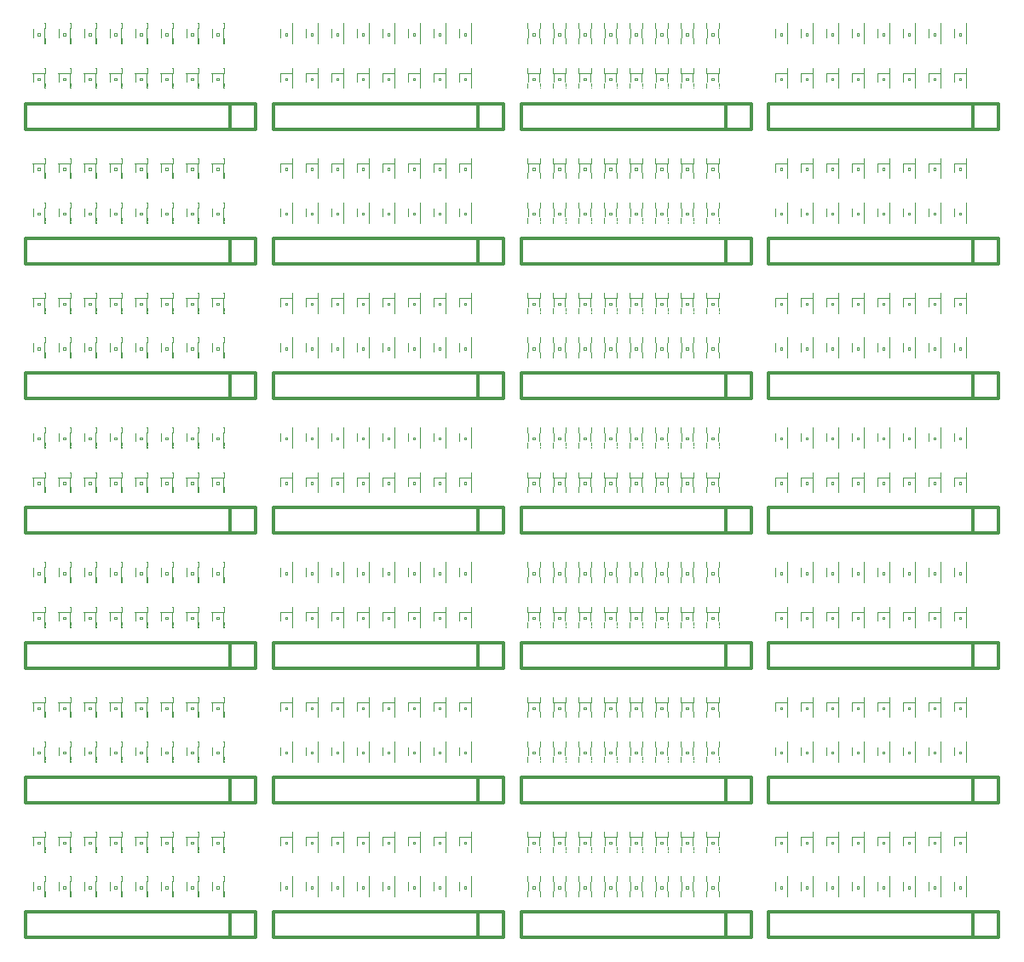
<source format=gto>
G04 (created by PCBNEW (2013-03-08 BZR 3989)-testing) date Sat 09 Mar 2013 07:20:18 PM CET*
%MOIN*%
G04 Gerber Fmt 3.4, Leading zero omitted, Abs format*
%FSLAX34Y34*%
G01*
G70*
G90*
G04 APERTURE LIST*
%ADD10C,0.006*%
%ADD11C,0.0026*%
%ADD12C,0.004*%
%ADD13C,0.002*%
%ADD14C,0.012*%
%ADD15C,0.0001*%
%ADD16R,0.0472X0.0472*%
%ADD17R,0.0649606X0.0649606*%
%ADD18C,0.0649606*%
G04 APERTURE END LIST*
G54D10*
G54D11*
X45259Y-28083D02*
X45131Y-28083D01*
X45131Y-28083D02*
X45131Y-28280D01*
X45259Y-28280D02*
X45131Y-28280D01*
X45259Y-28083D02*
X45259Y-28280D01*
X45504Y-28083D02*
X45445Y-28083D01*
X45445Y-28083D02*
X45445Y-28182D01*
X45504Y-28182D02*
X45445Y-28182D01*
X45504Y-28083D02*
X45504Y-28182D01*
X45309Y-28083D02*
X45250Y-28083D01*
X45250Y-28083D02*
X45250Y-28182D01*
X45309Y-28182D02*
X45250Y-28182D01*
X45309Y-28083D02*
X45309Y-28182D01*
X45455Y-28083D02*
X45299Y-28083D01*
X45299Y-28083D02*
X45299Y-28152D01*
X45455Y-28152D02*
X45299Y-28152D01*
X45455Y-28083D02*
X45455Y-28152D01*
X45259Y-27494D02*
X45131Y-27494D01*
X45131Y-27494D02*
X45131Y-27691D01*
X45259Y-27691D02*
X45131Y-27691D01*
X45259Y-27494D02*
X45259Y-27691D01*
X45623Y-27494D02*
X45495Y-27494D01*
X45495Y-27494D02*
X45495Y-27691D01*
X45623Y-27691D02*
X45495Y-27691D01*
X45623Y-27494D02*
X45623Y-27691D01*
X45309Y-27592D02*
X45250Y-27592D01*
X45250Y-27592D02*
X45250Y-27691D01*
X45309Y-27691D02*
X45250Y-27691D01*
X45309Y-27592D02*
X45309Y-27691D01*
X45504Y-27592D02*
X45445Y-27592D01*
X45445Y-27592D02*
X45445Y-27691D01*
X45504Y-27691D02*
X45445Y-27691D01*
X45504Y-27592D02*
X45504Y-27691D01*
X45455Y-27622D02*
X45299Y-27622D01*
X45299Y-27622D02*
X45299Y-27691D01*
X45455Y-27691D02*
X45299Y-27691D01*
X45455Y-27622D02*
X45455Y-27691D01*
X45416Y-27887D02*
X45338Y-27887D01*
X45338Y-27887D02*
X45338Y-27965D01*
X45416Y-27965D02*
X45338Y-27965D01*
X45416Y-27887D02*
X45416Y-27965D01*
X45613Y-28083D02*
X45495Y-28083D01*
X45495Y-28083D02*
X45495Y-28201D01*
X45613Y-28201D02*
X45495Y-28201D01*
X45613Y-28083D02*
X45613Y-28201D01*
X45623Y-28251D02*
X45534Y-28251D01*
X45534Y-28251D02*
X45534Y-28280D01*
X45623Y-28280D02*
X45534Y-28280D01*
X45623Y-28251D02*
X45623Y-28280D01*
G54D12*
X45151Y-28093D02*
X45151Y-27681D01*
X45603Y-27691D02*
X45603Y-28251D01*
G54D13*
X45583Y-28221D02*
G75*
G03X45583Y-28221I-28J0D01*
G74*
G01*
G54D12*
X45514Y-28280D02*
G75*
G03X45240Y-28280I-137J0D01*
G74*
G01*
X45240Y-27494D02*
G75*
G03X45514Y-27494I137J0D01*
G74*
G01*
G54D11*
X44259Y-28083D02*
X44131Y-28083D01*
X44131Y-28083D02*
X44131Y-28280D01*
X44259Y-28280D02*
X44131Y-28280D01*
X44259Y-28083D02*
X44259Y-28280D01*
X44504Y-28083D02*
X44445Y-28083D01*
X44445Y-28083D02*
X44445Y-28182D01*
X44504Y-28182D02*
X44445Y-28182D01*
X44504Y-28083D02*
X44504Y-28182D01*
X44309Y-28083D02*
X44250Y-28083D01*
X44250Y-28083D02*
X44250Y-28182D01*
X44309Y-28182D02*
X44250Y-28182D01*
X44309Y-28083D02*
X44309Y-28182D01*
X44455Y-28083D02*
X44299Y-28083D01*
X44299Y-28083D02*
X44299Y-28152D01*
X44455Y-28152D02*
X44299Y-28152D01*
X44455Y-28083D02*
X44455Y-28152D01*
X44259Y-27494D02*
X44131Y-27494D01*
X44131Y-27494D02*
X44131Y-27691D01*
X44259Y-27691D02*
X44131Y-27691D01*
X44259Y-27494D02*
X44259Y-27691D01*
X44623Y-27494D02*
X44495Y-27494D01*
X44495Y-27494D02*
X44495Y-27691D01*
X44623Y-27691D02*
X44495Y-27691D01*
X44623Y-27494D02*
X44623Y-27691D01*
X44309Y-27592D02*
X44250Y-27592D01*
X44250Y-27592D02*
X44250Y-27691D01*
X44309Y-27691D02*
X44250Y-27691D01*
X44309Y-27592D02*
X44309Y-27691D01*
X44504Y-27592D02*
X44445Y-27592D01*
X44445Y-27592D02*
X44445Y-27691D01*
X44504Y-27691D02*
X44445Y-27691D01*
X44504Y-27592D02*
X44504Y-27691D01*
X44455Y-27622D02*
X44299Y-27622D01*
X44299Y-27622D02*
X44299Y-27691D01*
X44455Y-27691D02*
X44299Y-27691D01*
X44455Y-27622D02*
X44455Y-27691D01*
X44416Y-27887D02*
X44338Y-27887D01*
X44338Y-27887D02*
X44338Y-27965D01*
X44416Y-27965D02*
X44338Y-27965D01*
X44416Y-27887D02*
X44416Y-27965D01*
X44613Y-28083D02*
X44495Y-28083D01*
X44495Y-28083D02*
X44495Y-28201D01*
X44613Y-28201D02*
X44495Y-28201D01*
X44613Y-28083D02*
X44613Y-28201D01*
X44623Y-28251D02*
X44534Y-28251D01*
X44534Y-28251D02*
X44534Y-28280D01*
X44623Y-28280D02*
X44534Y-28280D01*
X44623Y-28251D02*
X44623Y-28280D01*
G54D12*
X44151Y-28093D02*
X44151Y-27681D01*
X44603Y-27691D02*
X44603Y-28251D01*
G54D13*
X44583Y-28221D02*
G75*
G03X44583Y-28221I-28J0D01*
G74*
G01*
G54D12*
X44514Y-28280D02*
G75*
G03X44240Y-28280I-137J0D01*
G74*
G01*
X44240Y-27494D02*
G75*
G03X44514Y-27494I137J0D01*
G74*
G01*
G54D11*
X43259Y-28083D02*
X43131Y-28083D01*
X43131Y-28083D02*
X43131Y-28280D01*
X43259Y-28280D02*
X43131Y-28280D01*
X43259Y-28083D02*
X43259Y-28280D01*
X43504Y-28083D02*
X43445Y-28083D01*
X43445Y-28083D02*
X43445Y-28182D01*
X43504Y-28182D02*
X43445Y-28182D01*
X43504Y-28083D02*
X43504Y-28182D01*
X43309Y-28083D02*
X43250Y-28083D01*
X43250Y-28083D02*
X43250Y-28182D01*
X43309Y-28182D02*
X43250Y-28182D01*
X43309Y-28083D02*
X43309Y-28182D01*
X43455Y-28083D02*
X43299Y-28083D01*
X43299Y-28083D02*
X43299Y-28152D01*
X43455Y-28152D02*
X43299Y-28152D01*
X43455Y-28083D02*
X43455Y-28152D01*
X43259Y-27494D02*
X43131Y-27494D01*
X43131Y-27494D02*
X43131Y-27691D01*
X43259Y-27691D02*
X43131Y-27691D01*
X43259Y-27494D02*
X43259Y-27691D01*
X43623Y-27494D02*
X43495Y-27494D01*
X43495Y-27494D02*
X43495Y-27691D01*
X43623Y-27691D02*
X43495Y-27691D01*
X43623Y-27494D02*
X43623Y-27691D01*
X43309Y-27592D02*
X43250Y-27592D01*
X43250Y-27592D02*
X43250Y-27691D01*
X43309Y-27691D02*
X43250Y-27691D01*
X43309Y-27592D02*
X43309Y-27691D01*
X43504Y-27592D02*
X43445Y-27592D01*
X43445Y-27592D02*
X43445Y-27691D01*
X43504Y-27691D02*
X43445Y-27691D01*
X43504Y-27592D02*
X43504Y-27691D01*
X43455Y-27622D02*
X43299Y-27622D01*
X43299Y-27622D02*
X43299Y-27691D01*
X43455Y-27691D02*
X43299Y-27691D01*
X43455Y-27622D02*
X43455Y-27691D01*
X43416Y-27887D02*
X43338Y-27887D01*
X43338Y-27887D02*
X43338Y-27965D01*
X43416Y-27965D02*
X43338Y-27965D01*
X43416Y-27887D02*
X43416Y-27965D01*
X43613Y-28083D02*
X43495Y-28083D01*
X43495Y-28083D02*
X43495Y-28201D01*
X43613Y-28201D02*
X43495Y-28201D01*
X43613Y-28083D02*
X43613Y-28201D01*
X43623Y-28251D02*
X43534Y-28251D01*
X43534Y-28251D02*
X43534Y-28280D01*
X43623Y-28280D02*
X43534Y-28280D01*
X43623Y-28251D02*
X43623Y-28280D01*
G54D12*
X43151Y-28093D02*
X43151Y-27681D01*
X43603Y-27691D02*
X43603Y-28251D01*
G54D13*
X43583Y-28221D02*
G75*
G03X43583Y-28221I-28J0D01*
G74*
G01*
G54D12*
X43514Y-28280D02*
G75*
G03X43240Y-28280I-137J0D01*
G74*
G01*
X43240Y-27494D02*
G75*
G03X43514Y-27494I137J0D01*
G74*
G01*
G54D11*
X42259Y-28083D02*
X42131Y-28083D01*
X42131Y-28083D02*
X42131Y-28280D01*
X42259Y-28280D02*
X42131Y-28280D01*
X42259Y-28083D02*
X42259Y-28280D01*
X42504Y-28083D02*
X42445Y-28083D01*
X42445Y-28083D02*
X42445Y-28182D01*
X42504Y-28182D02*
X42445Y-28182D01*
X42504Y-28083D02*
X42504Y-28182D01*
X42309Y-28083D02*
X42250Y-28083D01*
X42250Y-28083D02*
X42250Y-28182D01*
X42309Y-28182D02*
X42250Y-28182D01*
X42309Y-28083D02*
X42309Y-28182D01*
X42455Y-28083D02*
X42299Y-28083D01*
X42299Y-28083D02*
X42299Y-28152D01*
X42455Y-28152D02*
X42299Y-28152D01*
X42455Y-28083D02*
X42455Y-28152D01*
X42259Y-27494D02*
X42131Y-27494D01*
X42131Y-27494D02*
X42131Y-27691D01*
X42259Y-27691D02*
X42131Y-27691D01*
X42259Y-27494D02*
X42259Y-27691D01*
X42623Y-27494D02*
X42495Y-27494D01*
X42495Y-27494D02*
X42495Y-27691D01*
X42623Y-27691D02*
X42495Y-27691D01*
X42623Y-27494D02*
X42623Y-27691D01*
X42309Y-27592D02*
X42250Y-27592D01*
X42250Y-27592D02*
X42250Y-27691D01*
X42309Y-27691D02*
X42250Y-27691D01*
X42309Y-27592D02*
X42309Y-27691D01*
X42504Y-27592D02*
X42445Y-27592D01*
X42445Y-27592D02*
X42445Y-27691D01*
X42504Y-27691D02*
X42445Y-27691D01*
X42504Y-27592D02*
X42504Y-27691D01*
X42455Y-27622D02*
X42299Y-27622D01*
X42299Y-27622D02*
X42299Y-27691D01*
X42455Y-27691D02*
X42299Y-27691D01*
X42455Y-27622D02*
X42455Y-27691D01*
X42416Y-27887D02*
X42338Y-27887D01*
X42338Y-27887D02*
X42338Y-27965D01*
X42416Y-27965D02*
X42338Y-27965D01*
X42416Y-27887D02*
X42416Y-27965D01*
X42613Y-28083D02*
X42495Y-28083D01*
X42495Y-28083D02*
X42495Y-28201D01*
X42613Y-28201D02*
X42495Y-28201D01*
X42613Y-28083D02*
X42613Y-28201D01*
X42623Y-28251D02*
X42534Y-28251D01*
X42534Y-28251D02*
X42534Y-28280D01*
X42623Y-28280D02*
X42534Y-28280D01*
X42623Y-28251D02*
X42623Y-28280D01*
G54D12*
X42151Y-28093D02*
X42151Y-27681D01*
X42603Y-27691D02*
X42603Y-28251D01*
G54D13*
X42583Y-28221D02*
G75*
G03X42583Y-28221I-28J0D01*
G74*
G01*
G54D12*
X42514Y-28280D02*
G75*
G03X42240Y-28280I-137J0D01*
G74*
G01*
X42240Y-27494D02*
G75*
G03X42514Y-27494I137J0D01*
G74*
G01*
G54D11*
X41259Y-28083D02*
X41131Y-28083D01*
X41131Y-28083D02*
X41131Y-28280D01*
X41259Y-28280D02*
X41131Y-28280D01*
X41259Y-28083D02*
X41259Y-28280D01*
X41504Y-28083D02*
X41445Y-28083D01*
X41445Y-28083D02*
X41445Y-28182D01*
X41504Y-28182D02*
X41445Y-28182D01*
X41504Y-28083D02*
X41504Y-28182D01*
X41309Y-28083D02*
X41250Y-28083D01*
X41250Y-28083D02*
X41250Y-28182D01*
X41309Y-28182D02*
X41250Y-28182D01*
X41309Y-28083D02*
X41309Y-28182D01*
X41455Y-28083D02*
X41299Y-28083D01*
X41299Y-28083D02*
X41299Y-28152D01*
X41455Y-28152D02*
X41299Y-28152D01*
X41455Y-28083D02*
X41455Y-28152D01*
X41259Y-27494D02*
X41131Y-27494D01*
X41131Y-27494D02*
X41131Y-27691D01*
X41259Y-27691D02*
X41131Y-27691D01*
X41259Y-27494D02*
X41259Y-27691D01*
X41623Y-27494D02*
X41495Y-27494D01*
X41495Y-27494D02*
X41495Y-27691D01*
X41623Y-27691D02*
X41495Y-27691D01*
X41623Y-27494D02*
X41623Y-27691D01*
X41309Y-27592D02*
X41250Y-27592D01*
X41250Y-27592D02*
X41250Y-27691D01*
X41309Y-27691D02*
X41250Y-27691D01*
X41309Y-27592D02*
X41309Y-27691D01*
X41504Y-27592D02*
X41445Y-27592D01*
X41445Y-27592D02*
X41445Y-27691D01*
X41504Y-27691D02*
X41445Y-27691D01*
X41504Y-27592D02*
X41504Y-27691D01*
X41455Y-27622D02*
X41299Y-27622D01*
X41299Y-27622D02*
X41299Y-27691D01*
X41455Y-27691D02*
X41299Y-27691D01*
X41455Y-27622D02*
X41455Y-27691D01*
X41416Y-27887D02*
X41338Y-27887D01*
X41338Y-27887D02*
X41338Y-27965D01*
X41416Y-27965D02*
X41338Y-27965D01*
X41416Y-27887D02*
X41416Y-27965D01*
X41613Y-28083D02*
X41495Y-28083D01*
X41495Y-28083D02*
X41495Y-28201D01*
X41613Y-28201D02*
X41495Y-28201D01*
X41613Y-28083D02*
X41613Y-28201D01*
X41623Y-28251D02*
X41534Y-28251D01*
X41534Y-28251D02*
X41534Y-28280D01*
X41623Y-28280D02*
X41534Y-28280D01*
X41623Y-28251D02*
X41623Y-28280D01*
G54D12*
X41151Y-28093D02*
X41151Y-27681D01*
X41603Y-27691D02*
X41603Y-28251D01*
G54D13*
X41583Y-28221D02*
G75*
G03X41583Y-28221I-28J0D01*
G74*
G01*
G54D12*
X41514Y-28280D02*
G75*
G03X41240Y-28280I-137J0D01*
G74*
G01*
X41240Y-27494D02*
G75*
G03X41514Y-27494I137J0D01*
G74*
G01*
G54D11*
X40259Y-28083D02*
X40131Y-28083D01*
X40131Y-28083D02*
X40131Y-28280D01*
X40259Y-28280D02*
X40131Y-28280D01*
X40259Y-28083D02*
X40259Y-28280D01*
X40504Y-28083D02*
X40445Y-28083D01*
X40445Y-28083D02*
X40445Y-28182D01*
X40504Y-28182D02*
X40445Y-28182D01*
X40504Y-28083D02*
X40504Y-28182D01*
X40309Y-28083D02*
X40250Y-28083D01*
X40250Y-28083D02*
X40250Y-28182D01*
X40309Y-28182D02*
X40250Y-28182D01*
X40309Y-28083D02*
X40309Y-28182D01*
X40455Y-28083D02*
X40299Y-28083D01*
X40299Y-28083D02*
X40299Y-28152D01*
X40455Y-28152D02*
X40299Y-28152D01*
X40455Y-28083D02*
X40455Y-28152D01*
X40259Y-27494D02*
X40131Y-27494D01*
X40131Y-27494D02*
X40131Y-27691D01*
X40259Y-27691D02*
X40131Y-27691D01*
X40259Y-27494D02*
X40259Y-27691D01*
X40623Y-27494D02*
X40495Y-27494D01*
X40495Y-27494D02*
X40495Y-27691D01*
X40623Y-27691D02*
X40495Y-27691D01*
X40623Y-27494D02*
X40623Y-27691D01*
X40309Y-27592D02*
X40250Y-27592D01*
X40250Y-27592D02*
X40250Y-27691D01*
X40309Y-27691D02*
X40250Y-27691D01*
X40309Y-27592D02*
X40309Y-27691D01*
X40504Y-27592D02*
X40445Y-27592D01*
X40445Y-27592D02*
X40445Y-27691D01*
X40504Y-27691D02*
X40445Y-27691D01*
X40504Y-27592D02*
X40504Y-27691D01*
X40455Y-27622D02*
X40299Y-27622D01*
X40299Y-27622D02*
X40299Y-27691D01*
X40455Y-27691D02*
X40299Y-27691D01*
X40455Y-27622D02*
X40455Y-27691D01*
X40416Y-27887D02*
X40338Y-27887D01*
X40338Y-27887D02*
X40338Y-27965D01*
X40416Y-27965D02*
X40338Y-27965D01*
X40416Y-27887D02*
X40416Y-27965D01*
X40613Y-28083D02*
X40495Y-28083D01*
X40495Y-28083D02*
X40495Y-28201D01*
X40613Y-28201D02*
X40495Y-28201D01*
X40613Y-28083D02*
X40613Y-28201D01*
X40623Y-28251D02*
X40534Y-28251D01*
X40534Y-28251D02*
X40534Y-28280D01*
X40623Y-28280D02*
X40534Y-28280D01*
X40623Y-28251D02*
X40623Y-28280D01*
G54D12*
X40151Y-28093D02*
X40151Y-27681D01*
X40603Y-27691D02*
X40603Y-28251D01*
G54D13*
X40583Y-28221D02*
G75*
G03X40583Y-28221I-28J0D01*
G74*
G01*
G54D12*
X40514Y-28280D02*
G75*
G03X40240Y-28280I-137J0D01*
G74*
G01*
X40240Y-27494D02*
G75*
G03X40514Y-27494I137J0D01*
G74*
G01*
G54D11*
X39259Y-28083D02*
X39131Y-28083D01*
X39131Y-28083D02*
X39131Y-28280D01*
X39259Y-28280D02*
X39131Y-28280D01*
X39259Y-28083D02*
X39259Y-28280D01*
X39504Y-28083D02*
X39445Y-28083D01*
X39445Y-28083D02*
X39445Y-28182D01*
X39504Y-28182D02*
X39445Y-28182D01*
X39504Y-28083D02*
X39504Y-28182D01*
X39309Y-28083D02*
X39250Y-28083D01*
X39250Y-28083D02*
X39250Y-28182D01*
X39309Y-28182D02*
X39250Y-28182D01*
X39309Y-28083D02*
X39309Y-28182D01*
X39455Y-28083D02*
X39299Y-28083D01*
X39299Y-28083D02*
X39299Y-28152D01*
X39455Y-28152D02*
X39299Y-28152D01*
X39455Y-28083D02*
X39455Y-28152D01*
X39259Y-27494D02*
X39131Y-27494D01*
X39131Y-27494D02*
X39131Y-27691D01*
X39259Y-27691D02*
X39131Y-27691D01*
X39259Y-27494D02*
X39259Y-27691D01*
X39623Y-27494D02*
X39495Y-27494D01*
X39495Y-27494D02*
X39495Y-27691D01*
X39623Y-27691D02*
X39495Y-27691D01*
X39623Y-27494D02*
X39623Y-27691D01*
X39309Y-27592D02*
X39250Y-27592D01*
X39250Y-27592D02*
X39250Y-27691D01*
X39309Y-27691D02*
X39250Y-27691D01*
X39309Y-27592D02*
X39309Y-27691D01*
X39504Y-27592D02*
X39445Y-27592D01*
X39445Y-27592D02*
X39445Y-27691D01*
X39504Y-27691D02*
X39445Y-27691D01*
X39504Y-27592D02*
X39504Y-27691D01*
X39455Y-27622D02*
X39299Y-27622D01*
X39299Y-27622D02*
X39299Y-27691D01*
X39455Y-27691D02*
X39299Y-27691D01*
X39455Y-27622D02*
X39455Y-27691D01*
X39416Y-27887D02*
X39338Y-27887D01*
X39338Y-27887D02*
X39338Y-27965D01*
X39416Y-27965D02*
X39338Y-27965D01*
X39416Y-27887D02*
X39416Y-27965D01*
X39613Y-28083D02*
X39495Y-28083D01*
X39495Y-28083D02*
X39495Y-28201D01*
X39613Y-28201D02*
X39495Y-28201D01*
X39613Y-28083D02*
X39613Y-28201D01*
X39623Y-28251D02*
X39534Y-28251D01*
X39534Y-28251D02*
X39534Y-28280D01*
X39623Y-28280D02*
X39534Y-28280D01*
X39623Y-28251D02*
X39623Y-28280D01*
G54D12*
X39151Y-28093D02*
X39151Y-27681D01*
X39603Y-27691D02*
X39603Y-28251D01*
G54D13*
X39583Y-28221D02*
G75*
G03X39583Y-28221I-28J0D01*
G74*
G01*
G54D12*
X39514Y-28280D02*
G75*
G03X39240Y-28280I-137J0D01*
G74*
G01*
X39240Y-27494D02*
G75*
G03X39514Y-27494I137J0D01*
G74*
G01*
G54D11*
X38259Y-28083D02*
X38131Y-28083D01*
X38131Y-28083D02*
X38131Y-28280D01*
X38259Y-28280D02*
X38131Y-28280D01*
X38259Y-28083D02*
X38259Y-28280D01*
X38504Y-28083D02*
X38445Y-28083D01*
X38445Y-28083D02*
X38445Y-28182D01*
X38504Y-28182D02*
X38445Y-28182D01*
X38504Y-28083D02*
X38504Y-28182D01*
X38309Y-28083D02*
X38250Y-28083D01*
X38250Y-28083D02*
X38250Y-28182D01*
X38309Y-28182D02*
X38250Y-28182D01*
X38309Y-28083D02*
X38309Y-28182D01*
X38455Y-28083D02*
X38299Y-28083D01*
X38299Y-28083D02*
X38299Y-28152D01*
X38455Y-28152D02*
X38299Y-28152D01*
X38455Y-28083D02*
X38455Y-28152D01*
X38259Y-27494D02*
X38131Y-27494D01*
X38131Y-27494D02*
X38131Y-27691D01*
X38259Y-27691D02*
X38131Y-27691D01*
X38259Y-27494D02*
X38259Y-27691D01*
X38623Y-27494D02*
X38495Y-27494D01*
X38495Y-27494D02*
X38495Y-27691D01*
X38623Y-27691D02*
X38495Y-27691D01*
X38623Y-27494D02*
X38623Y-27691D01*
X38309Y-27592D02*
X38250Y-27592D01*
X38250Y-27592D02*
X38250Y-27691D01*
X38309Y-27691D02*
X38250Y-27691D01*
X38309Y-27592D02*
X38309Y-27691D01*
X38504Y-27592D02*
X38445Y-27592D01*
X38445Y-27592D02*
X38445Y-27691D01*
X38504Y-27691D02*
X38445Y-27691D01*
X38504Y-27592D02*
X38504Y-27691D01*
X38455Y-27622D02*
X38299Y-27622D01*
X38299Y-27622D02*
X38299Y-27691D01*
X38455Y-27691D02*
X38299Y-27691D01*
X38455Y-27622D02*
X38455Y-27691D01*
X38416Y-27887D02*
X38338Y-27887D01*
X38338Y-27887D02*
X38338Y-27965D01*
X38416Y-27965D02*
X38338Y-27965D01*
X38416Y-27887D02*
X38416Y-27965D01*
X38613Y-28083D02*
X38495Y-28083D01*
X38495Y-28083D02*
X38495Y-28201D01*
X38613Y-28201D02*
X38495Y-28201D01*
X38613Y-28083D02*
X38613Y-28201D01*
X38623Y-28251D02*
X38534Y-28251D01*
X38534Y-28251D02*
X38534Y-28280D01*
X38623Y-28280D02*
X38534Y-28280D01*
X38623Y-28251D02*
X38623Y-28280D01*
G54D12*
X38151Y-28093D02*
X38151Y-27681D01*
X38603Y-27691D02*
X38603Y-28251D01*
G54D13*
X38583Y-28221D02*
G75*
G03X38583Y-28221I-28J0D01*
G74*
G01*
G54D12*
X38514Y-28280D02*
G75*
G03X38240Y-28280I-137J0D01*
G74*
G01*
X38240Y-27494D02*
G75*
G03X38514Y-27494I137J0D01*
G74*
G01*
G54D11*
X45259Y-29833D02*
X45131Y-29833D01*
X45131Y-29833D02*
X45131Y-30030D01*
X45259Y-30030D02*
X45131Y-30030D01*
X45259Y-29833D02*
X45259Y-30030D01*
X45504Y-29833D02*
X45445Y-29833D01*
X45445Y-29833D02*
X45445Y-29932D01*
X45504Y-29932D02*
X45445Y-29932D01*
X45504Y-29833D02*
X45504Y-29932D01*
X45309Y-29833D02*
X45250Y-29833D01*
X45250Y-29833D02*
X45250Y-29932D01*
X45309Y-29932D02*
X45250Y-29932D01*
X45309Y-29833D02*
X45309Y-29932D01*
X45455Y-29833D02*
X45299Y-29833D01*
X45299Y-29833D02*
X45299Y-29902D01*
X45455Y-29902D02*
X45299Y-29902D01*
X45455Y-29833D02*
X45455Y-29902D01*
X45259Y-29244D02*
X45131Y-29244D01*
X45131Y-29244D02*
X45131Y-29441D01*
X45259Y-29441D02*
X45131Y-29441D01*
X45259Y-29244D02*
X45259Y-29441D01*
X45623Y-29244D02*
X45495Y-29244D01*
X45495Y-29244D02*
X45495Y-29441D01*
X45623Y-29441D02*
X45495Y-29441D01*
X45623Y-29244D02*
X45623Y-29441D01*
X45309Y-29342D02*
X45250Y-29342D01*
X45250Y-29342D02*
X45250Y-29441D01*
X45309Y-29441D02*
X45250Y-29441D01*
X45309Y-29342D02*
X45309Y-29441D01*
X45504Y-29342D02*
X45445Y-29342D01*
X45445Y-29342D02*
X45445Y-29441D01*
X45504Y-29441D02*
X45445Y-29441D01*
X45504Y-29342D02*
X45504Y-29441D01*
X45455Y-29372D02*
X45299Y-29372D01*
X45299Y-29372D02*
X45299Y-29441D01*
X45455Y-29441D02*
X45299Y-29441D01*
X45455Y-29372D02*
X45455Y-29441D01*
X45416Y-29637D02*
X45338Y-29637D01*
X45338Y-29637D02*
X45338Y-29715D01*
X45416Y-29715D02*
X45338Y-29715D01*
X45416Y-29637D02*
X45416Y-29715D01*
X45613Y-29833D02*
X45495Y-29833D01*
X45495Y-29833D02*
X45495Y-29951D01*
X45613Y-29951D02*
X45495Y-29951D01*
X45613Y-29833D02*
X45613Y-29951D01*
X45623Y-30001D02*
X45534Y-30001D01*
X45534Y-30001D02*
X45534Y-30030D01*
X45623Y-30030D02*
X45534Y-30030D01*
X45623Y-30001D02*
X45623Y-30030D01*
G54D12*
X45151Y-29843D02*
X45151Y-29431D01*
X45603Y-29441D02*
X45603Y-30001D01*
G54D13*
X45583Y-29971D02*
G75*
G03X45583Y-29971I-28J0D01*
G74*
G01*
G54D12*
X45514Y-30030D02*
G75*
G03X45240Y-30030I-137J0D01*
G74*
G01*
X45240Y-29244D02*
G75*
G03X45514Y-29244I137J0D01*
G74*
G01*
G54D11*
X43259Y-29833D02*
X43131Y-29833D01*
X43131Y-29833D02*
X43131Y-30030D01*
X43259Y-30030D02*
X43131Y-30030D01*
X43259Y-29833D02*
X43259Y-30030D01*
X43504Y-29833D02*
X43445Y-29833D01*
X43445Y-29833D02*
X43445Y-29932D01*
X43504Y-29932D02*
X43445Y-29932D01*
X43504Y-29833D02*
X43504Y-29932D01*
X43309Y-29833D02*
X43250Y-29833D01*
X43250Y-29833D02*
X43250Y-29932D01*
X43309Y-29932D02*
X43250Y-29932D01*
X43309Y-29833D02*
X43309Y-29932D01*
X43455Y-29833D02*
X43299Y-29833D01*
X43299Y-29833D02*
X43299Y-29902D01*
X43455Y-29902D02*
X43299Y-29902D01*
X43455Y-29833D02*
X43455Y-29902D01*
X43259Y-29244D02*
X43131Y-29244D01*
X43131Y-29244D02*
X43131Y-29441D01*
X43259Y-29441D02*
X43131Y-29441D01*
X43259Y-29244D02*
X43259Y-29441D01*
X43623Y-29244D02*
X43495Y-29244D01*
X43495Y-29244D02*
X43495Y-29441D01*
X43623Y-29441D02*
X43495Y-29441D01*
X43623Y-29244D02*
X43623Y-29441D01*
X43309Y-29342D02*
X43250Y-29342D01*
X43250Y-29342D02*
X43250Y-29441D01*
X43309Y-29441D02*
X43250Y-29441D01*
X43309Y-29342D02*
X43309Y-29441D01*
X43504Y-29342D02*
X43445Y-29342D01*
X43445Y-29342D02*
X43445Y-29441D01*
X43504Y-29441D02*
X43445Y-29441D01*
X43504Y-29342D02*
X43504Y-29441D01*
X43455Y-29372D02*
X43299Y-29372D01*
X43299Y-29372D02*
X43299Y-29441D01*
X43455Y-29441D02*
X43299Y-29441D01*
X43455Y-29372D02*
X43455Y-29441D01*
X43416Y-29637D02*
X43338Y-29637D01*
X43338Y-29637D02*
X43338Y-29715D01*
X43416Y-29715D02*
X43338Y-29715D01*
X43416Y-29637D02*
X43416Y-29715D01*
X43613Y-29833D02*
X43495Y-29833D01*
X43495Y-29833D02*
X43495Y-29951D01*
X43613Y-29951D02*
X43495Y-29951D01*
X43613Y-29833D02*
X43613Y-29951D01*
X43623Y-30001D02*
X43534Y-30001D01*
X43534Y-30001D02*
X43534Y-30030D01*
X43623Y-30030D02*
X43534Y-30030D01*
X43623Y-30001D02*
X43623Y-30030D01*
G54D12*
X43151Y-29843D02*
X43151Y-29431D01*
X43603Y-29441D02*
X43603Y-30001D01*
G54D13*
X43583Y-29971D02*
G75*
G03X43583Y-29971I-28J0D01*
G74*
G01*
G54D12*
X43514Y-30030D02*
G75*
G03X43240Y-30030I-137J0D01*
G74*
G01*
X43240Y-29244D02*
G75*
G03X43514Y-29244I137J0D01*
G74*
G01*
G54D11*
X42259Y-29833D02*
X42131Y-29833D01*
X42131Y-29833D02*
X42131Y-30030D01*
X42259Y-30030D02*
X42131Y-30030D01*
X42259Y-29833D02*
X42259Y-30030D01*
X42504Y-29833D02*
X42445Y-29833D01*
X42445Y-29833D02*
X42445Y-29932D01*
X42504Y-29932D02*
X42445Y-29932D01*
X42504Y-29833D02*
X42504Y-29932D01*
X42309Y-29833D02*
X42250Y-29833D01*
X42250Y-29833D02*
X42250Y-29932D01*
X42309Y-29932D02*
X42250Y-29932D01*
X42309Y-29833D02*
X42309Y-29932D01*
X42455Y-29833D02*
X42299Y-29833D01*
X42299Y-29833D02*
X42299Y-29902D01*
X42455Y-29902D02*
X42299Y-29902D01*
X42455Y-29833D02*
X42455Y-29902D01*
X42259Y-29244D02*
X42131Y-29244D01*
X42131Y-29244D02*
X42131Y-29441D01*
X42259Y-29441D02*
X42131Y-29441D01*
X42259Y-29244D02*
X42259Y-29441D01*
X42623Y-29244D02*
X42495Y-29244D01*
X42495Y-29244D02*
X42495Y-29441D01*
X42623Y-29441D02*
X42495Y-29441D01*
X42623Y-29244D02*
X42623Y-29441D01*
X42309Y-29342D02*
X42250Y-29342D01*
X42250Y-29342D02*
X42250Y-29441D01*
X42309Y-29441D02*
X42250Y-29441D01*
X42309Y-29342D02*
X42309Y-29441D01*
X42504Y-29342D02*
X42445Y-29342D01*
X42445Y-29342D02*
X42445Y-29441D01*
X42504Y-29441D02*
X42445Y-29441D01*
X42504Y-29342D02*
X42504Y-29441D01*
X42455Y-29372D02*
X42299Y-29372D01*
X42299Y-29372D02*
X42299Y-29441D01*
X42455Y-29441D02*
X42299Y-29441D01*
X42455Y-29372D02*
X42455Y-29441D01*
X42416Y-29637D02*
X42338Y-29637D01*
X42338Y-29637D02*
X42338Y-29715D01*
X42416Y-29715D02*
X42338Y-29715D01*
X42416Y-29637D02*
X42416Y-29715D01*
X42613Y-29833D02*
X42495Y-29833D01*
X42495Y-29833D02*
X42495Y-29951D01*
X42613Y-29951D02*
X42495Y-29951D01*
X42613Y-29833D02*
X42613Y-29951D01*
X42623Y-30001D02*
X42534Y-30001D01*
X42534Y-30001D02*
X42534Y-30030D01*
X42623Y-30030D02*
X42534Y-30030D01*
X42623Y-30001D02*
X42623Y-30030D01*
G54D12*
X42151Y-29843D02*
X42151Y-29431D01*
X42603Y-29441D02*
X42603Y-30001D01*
G54D13*
X42583Y-29971D02*
G75*
G03X42583Y-29971I-28J0D01*
G74*
G01*
G54D12*
X42514Y-30030D02*
G75*
G03X42240Y-30030I-137J0D01*
G74*
G01*
X42240Y-29244D02*
G75*
G03X42514Y-29244I137J0D01*
G74*
G01*
G54D11*
X41259Y-29833D02*
X41131Y-29833D01*
X41131Y-29833D02*
X41131Y-30030D01*
X41259Y-30030D02*
X41131Y-30030D01*
X41259Y-29833D02*
X41259Y-30030D01*
X41504Y-29833D02*
X41445Y-29833D01*
X41445Y-29833D02*
X41445Y-29932D01*
X41504Y-29932D02*
X41445Y-29932D01*
X41504Y-29833D02*
X41504Y-29932D01*
X41309Y-29833D02*
X41250Y-29833D01*
X41250Y-29833D02*
X41250Y-29932D01*
X41309Y-29932D02*
X41250Y-29932D01*
X41309Y-29833D02*
X41309Y-29932D01*
X41455Y-29833D02*
X41299Y-29833D01*
X41299Y-29833D02*
X41299Y-29902D01*
X41455Y-29902D02*
X41299Y-29902D01*
X41455Y-29833D02*
X41455Y-29902D01*
X41259Y-29244D02*
X41131Y-29244D01*
X41131Y-29244D02*
X41131Y-29441D01*
X41259Y-29441D02*
X41131Y-29441D01*
X41259Y-29244D02*
X41259Y-29441D01*
X41623Y-29244D02*
X41495Y-29244D01*
X41495Y-29244D02*
X41495Y-29441D01*
X41623Y-29441D02*
X41495Y-29441D01*
X41623Y-29244D02*
X41623Y-29441D01*
X41309Y-29342D02*
X41250Y-29342D01*
X41250Y-29342D02*
X41250Y-29441D01*
X41309Y-29441D02*
X41250Y-29441D01*
X41309Y-29342D02*
X41309Y-29441D01*
X41504Y-29342D02*
X41445Y-29342D01*
X41445Y-29342D02*
X41445Y-29441D01*
X41504Y-29441D02*
X41445Y-29441D01*
X41504Y-29342D02*
X41504Y-29441D01*
X41455Y-29372D02*
X41299Y-29372D01*
X41299Y-29372D02*
X41299Y-29441D01*
X41455Y-29441D02*
X41299Y-29441D01*
X41455Y-29372D02*
X41455Y-29441D01*
X41416Y-29637D02*
X41338Y-29637D01*
X41338Y-29637D02*
X41338Y-29715D01*
X41416Y-29715D02*
X41338Y-29715D01*
X41416Y-29637D02*
X41416Y-29715D01*
X41613Y-29833D02*
X41495Y-29833D01*
X41495Y-29833D02*
X41495Y-29951D01*
X41613Y-29951D02*
X41495Y-29951D01*
X41613Y-29833D02*
X41613Y-29951D01*
X41623Y-30001D02*
X41534Y-30001D01*
X41534Y-30001D02*
X41534Y-30030D01*
X41623Y-30030D02*
X41534Y-30030D01*
X41623Y-30001D02*
X41623Y-30030D01*
G54D12*
X41151Y-29843D02*
X41151Y-29431D01*
X41603Y-29441D02*
X41603Y-30001D01*
G54D13*
X41583Y-29971D02*
G75*
G03X41583Y-29971I-28J0D01*
G74*
G01*
G54D12*
X41514Y-30030D02*
G75*
G03X41240Y-30030I-137J0D01*
G74*
G01*
X41240Y-29244D02*
G75*
G03X41514Y-29244I137J0D01*
G74*
G01*
G54D11*
X40259Y-29833D02*
X40131Y-29833D01*
X40131Y-29833D02*
X40131Y-30030D01*
X40259Y-30030D02*
X40131Y-30030D01*
X40259Y-29833D02*
X40259Y-30030D01*
X40504Y-29833D02*
X40445Y-29833D01*
X40445Y-29833D02*
X40445Y-29932D01*
X40504Y-29932D02*
X40445Y-29932D01*
X40504Y-29833D02*
X40504Y-29932D01*
X40309Y-29833D02*
X40250Y-29833D01*
X40250Y-29833D02*
X40250Y-29932D01*
X40309Y-29932D02*
X40250Y-29932D01*
X40309Y-29833D02*
X40309Y-29932D01*
X40455Y-29833D02*
X40299Y-29833D01*
X40299Y-29833D02*
X40299Y-29902D01*
X40455Y-29902D02*
X40299Y-29902D01*
X40455Y-29833D02*
X40455Y-29902D01*
X40259Y-29244D02*
X40131Y-29244D01*
X40131Y-29244D02*
X40131Y-29441D01*
X40259Y-29441D02*
X40131Y-29441D01*
X40259Y-29244D02*
X40259Y-29441D01*
X40623Y-29244D02*
X40495Y-29244D01*
X40495Y-29244D02*
X40495Y-29441D01*
X40623Y-29441D02*
X40495Y-29441D01*
X40623Y-29244D02*
X40623Y-29441D01*
X40309Y-29342D02*
X40250Y-29342D01*
X40250Y-29342D02*
X40250Y-29441D01*
X40309Y-29441D02*
X40250Y-29441D01*
X40309Y-29342D02*
X40309Y-29441D01*
X40504Y-29342D02*
X40445Y-29342D01*
X40445Y-29342D02*
X40445Y-29441D01*
X40504Y-29441D02*
X40445Y-29441D01*
X40504Y-29342D02*
X40504Y-29441D01*
X40455Y-29372D02*
X40299Y-29372D01*
X40299Y-29372D02*
X40299Y-29441D01*
X40455Y-29441D02*
X40299Y-29441D01*
X40455Y-29372D02*
X40455Y-29441D01*
X40416Y-29637D02*
X40338Y-29637D01*
X40338Y-29637D02*
X40338Y-29715D01*
X40416Y-29715D02*
X40338Y-29715D01*
X40416Y-29637D02*
X40416Y-29715D01*
X40613Y-29833D02*
X40495Y-29833D01*
X40495Y-29833D02*
X40495Y-29951D01*
X40613Y-29951D02*
X40495Y-29951D01*
X40613Y-29833D02*
X40613Y-29951D01*
X40623Y-30001D02*
X40534Y-30001D01*
X40534Y-30001D02*
X40534Y-30030D01*
X40623Y-30030D02*
X40534Y-30030D01*
X40623Y-30001D02*
X40623Y-30030D01*
G54D12*
X40151Y-29843D02*
X40151Y-29431D01*
X40603Y-29441D02*
X40603Y-30001D01*
G54D13*
X40583Y-29971D02*
G75*
G03X40583Y-29971I-28J0D01*
G74*
G01*
G54D12*
X40514Y-30030D02*
G75*
G03X40240Y-30030I-137J0D01*
G74*
G01*
X40240Y-29244D02*
G75*
G03X40514Y-29244I137J0D01*
G74*
G01*
G54D11*
X39259Y-29833D02*
X39131Y-29833D01*
X39131Y-29833D02*
X39131Y-30030D01*
X39259Y-30030D02*
X39131Y-30030D01*
X39259Y-29833D02*
X39259Y-30030D01*
X39504Y-29833D02*
X39445Y-29833D01*
X39445Y-29833D02*
X39445Y-29932D01*
X39504Y-29932D02*
X39445Y-29932D01*
X39504Y-29833D02*
X39504Y-29932D01*
X39309Y-29833D02*
X39250Y-29833D01*
X39250Y-29833D02*
X39250Y-29932D01*
X39309Y-29932D02*
X39250Y-29932D01*
X39309Y-29833D02*
X39309Y-29932D01*
X39455Y-29833D02*
X39299Y-29833D01*
X39299Y-29833D02*
X39299Y-29902D01*
X39455Y-29902D02*
X39299Y-29902D01*
X39455Y-29833D02*
X39455Y-29902D01*
X39259Y-29244D02*
X39131Y-29244D01*
X39131Y-29244D02*
X39131Y-29441D01*
X39259Y-29441D02*
X39131Y-29441D01*
X39259Y-29244D02*
X39259Y-29441D01*
X39623Y-29244D02*
X39495Y-29244D01*
X39495Y-29244D02*
X39495Y-29441D01*
X39623Y-29441D02*
X39495Y-29441D01*
X39623Y-29244D02*
X39623Y-29441D01*
X39309Y-29342D02*
X39250Y-29342D01*
X39250Y-29342D02*
X39250Y-29441D01*
X39309Y-29441D02*
X39250Y-29441D01*
X39309Y-29342D02*
X39309Y-29441D01*
X39504Y-29342D02*
X39445Y-29342D01*
X39445Y-29342D02*
X39445Y-29441D01*
X39504Y-29441D02*
X39445Y-29441D01*
X39504Y-29342D02*
X39504Y-29441D01*
X39455Y-29372D02*
X39299Y-29372D01*
X39299Y-29372D02*
X39299Y-29441D01*
X39455Y-29441D02*
X39299Y-29441D01*
X39455Y-29372D02*
X39455Y-29441D01*
X39416Y-29637D02*
X39338Y-29637D01*
X39338Y-29637D02*
X39338Y-29715D01*
X39416Y-29715D02*
X39338Y-29715D01*
X39416Y-29637D02*
X39416Y-29715D01*
X39613Y-29833D02*
X39495Y-29833D01*
X39495Y-29833D02*
X39495Y-29951D01*
X39613Y-29951D02*
X39495Y-29951D01*
X39613Y-29833D02*
X39613Y-29951D01*
X39623Y-30001D02*
X39534Y-30001D01*
X39534Y-30001D02*
X39534Y-30030D01*
X39623Y-30030D02*
X39534Y-30030D01*
X39623Y-30001D02*
X39623Y-30030D01*
G54D12*
X39151Y-29843D02*
X39151Y-29431D01*
X39603Y-29441D02*
X39603Y-30001D01*
G54D13*
X39583Y-29971D02*
G75*
G03X39583Y-29971I-28J0D01*
G74*
G01*
G54D12*
X39514Y-30030D02*
G75*
G03X39240Y-30030I-137J0D01*
G74*
G01*
X39240Y-29244D02*
G75*
G03X39514Y-29244I137J0D01*
G74*
G01*
G54D11*
X44259Y-29833D02*
X44131Y-29833D01*
X44131Y-29833D02*
X44131Y-30030D01*
X44259Y-30030D02*
X44131Y-30030D01*
X44259Y-29833D02*
X44259Y-30030D01*
X44504Y-29833D02*
X44445Y-29833D01*
X44445Y-29833D02*
X44445Y-29932D01*
X44504Y-29932D02*
X44445Y-29932D01*
X44504Y-29833D02*
X44504Y-29932D01*
X44309Y-29833D02*
X44250Y-29833D01*
X44250Y-29833D02*
X44250Y-29932D01*
X44309Y-29932D02*
X44250Y-29932D01*
X44309Y-29833D02*
X44309Y-29932D01*
X44455Y-29833D02*
X44299Y-29833D01*
X44299Y-29833D02*
X44299Y-29902D01*
X44455Y-29902D02*
X44299Y-29902D01*
X44455Y-29833D02*
X44455Y-29902D01*
X44259Y-29244D02*
X44131Y-29244D01*
X44131Y-29244D02*
X44131Y-29441D01*
X44259Y-29441D02*
X44131Y-29441D01*
X44259Y-29244D02*
X44259Y-29441D01*
X44623Y-29244D02*
X44495Y-29244D01*
X44495Y-29244D02*
X44495Y-29441D01*
X44623Y-29441D02*
X44495Y-29441D01*
X44623Y-29244D02*
X44623Y-29441D01*
X44309Y-29342D02*
X44250Y-29342D01*
X44250Y-29342D02*
X44250Y-29441D01*
X44309Y-29441D02*
X44250Y-29441D01*
X44309Y-29342D02*
X44309Y-29441D01*
X44504Y-29342D02*
X44445Y-29342D01*
X44445Y-29342D02*
X44445Y-29441D01*
X44504Y-29441D02*
X44445Y-29441D01*
X44504Y-29342D02*
X44504Y-29441D01*
X44455Y-29372D02*
X44299Y-29372D01*
X44299Y-29372D02*
X44299Y-29441D01*
X44455Y-29441D02*
X44299Y-29441D01*
X44455Y-29372D02*
X44455Y-29441D01*
X44416Y-29637D02*
X44338Y-29637D01*
X44338Y-29637D02*
X44338Y-29715D01*
X44416Y-29715D02*
X44338Y-29715D01*
X44416Y-29637D02*
X44416Y-29715D01*
X44613Y-29833D02*
X44495Y-29833D01*
X44495Y-29833D02*
X44495Y-29951D01*
X44613Y-29951D02*
X44495Y-29951D01*
X44613Y-29833D02*
X44613Y-29951D01*
X44623Y-30001D02*
X44534Y-30001D01*
X44534Y-30001D02*
X44534Y-30030D01*
X44623Y-30030D02*
X44534Y-30030D01*
X44623Y-30001D02*
X44623Y-30030D01*
G54D12*
X44151Y-29843D02*
X44151Y-29431D01*
X44603Y-29441D02*
X44603Y-30001D01*
G54D13*
X44583Y-29971D02*
G75*
G03X44583Y-29971I-28J0D01*
G74*
G01*
G54D12*
X44514Y-30030D02*
G75*
G03X44240Y-30030I-137J0D01*
G74*
G01*
X44240Y-29244D02*
G75*
G03X44514Y-29244I137J0D01*
G74*
G01*
G54D11*
X38259Y-29833D02*
X38131Y-29833D01*
X38131Y-29833D02*
X38131Y-30030D01*
X38259Y-30030D02*
X38131Y-30030D01*
X38259Y-29833D02*
X38259Y-30030D01*
X38504Y-29833D02*
X38445Y-29833D01*
X38445Y-29833D02*
X38445Y-29932D01*
X38504Y-29932D02*
X38445Y-29932D01*
X38504Y-29833D02*
X38504Y-29932D01*
X38309Y-29833D02*
X38250Y-29833D01*
X38250Y-29833D02*
X38250Y-29932D01*
X38309Y-29932D02*
X38250Y-29932D01*
X38309Y-29833D02*
X38309Y-29932D01*
X38455Y-29833D02*
X38299Y-29833D01*
X38299Y-29833D02*
X38299Y-29902D01*
X38455Y-29902D02*
X38299Y-29902D01*
X38455Y-29833D02*
X38455Y-29902D01*
X38259Y-29244D02*
X38131Y-29244D01*
X38131Y-29244D02*
X38131Y-29441D01*
X38259Y-29441D02*
X38131Y-29441D01*
X38259Y-29244D02*
X38259Y-29441D01*
X38623Y-29244D02*
X38495Y-29244D01*
X38495Y-29244D02*
X38495Y-29441D01*
X38623Y-29441D02*
X38495Y-29441D01*
X38623Y-29244D02*
X38623Y-29441D01*
X38309Y-29342D02*
X38250Y-29342D01*
X38250Y-29342D02*
X38250Y-29441D01*
X38309Y-29441D02*
X38250Y-29441D01*
X38309Y-29342D02*
X38309Y-29441D01*
X38504Y-29342D02*
X38445Y-29342D01*
X38445Y-29342D02*
X38445Y-29441D01*
X38504Y-29441D02*
X38445Y-29441D01*
X38504Y-29342D02*
X38504Y-29441D01*
X38455Y-29372D02*
X38299Y-29372D01*
X38299Y-29372D02*
X38299Y-29441D01*
X38455Y-29441D02*
X38299Y-29441D01*
X38455Y-29372D02*
X38455Y-29441D01*
X38416Y-29637D02*
X38338Y-29637D01*
X38338Y-29637D02*
X38338Y-29715D01*
X38416Y-29715D02*
X38338Y-29715D01*
X38416Y-29637D02*
X38416Y-29715D01*
X38613Y-29833D02*
X38495Y-29833D01*
X38495Y-29833D02*
X38495Y-29951D01*
X38613Y-29951D02*
X38495Y-29951D01*
X38613Y-29833D02*
X38613Y-29951D01*
X38623Y-30001D02*
X38534Y-30001D01*
X38534Y-30001D02*
X38534Y-30030D01*
X38623Y-30030D02*
X38534Y-30030D01*
X38623Y-30001D02*
X38623Y-30030D01*
G54D12*
X38151Y-29843D02*
X38151Y-29431D01*
X38603Y-29441D02*
X38603Y-30001D01*
G54D13*
X38583Y-29971D02*
G75*
G03X38583Y-29971I-28J0D01*
G74*
G01*
G54D12*
X38514Y-30030D02*
G75*
G03X38240Y-30030I-137J0D01*
G74*
G01*
X38240Y-29244D02*
G75*
G03X38514Y-29244I137J0D01*
G74*
G01*
G54D14*
X37877Y-31637D02*
X37877Y-30637D01*
X37877Y-30637D02*
X46877Y-30637D01*
X46877Y-30637D02*
X46877Y-31637D01*
X37877Y-31637D02*
X46877Y-31637D01*
X45877Y-31637D02*
X45877Y-30637D01*
X28192Y-31637D02*
X28192Y-30637D01*
X28192Y-30637D02*
X37192Y-30637D01*
X37192Y-30637D02*
X37192Y-31637D01*
X28192Y-31637D02*
X37192Y-31637D01*
X36192Y-31637D02*
X36192Y-30637D01*
G54D11*
X28574Y-29833D02*
X28446Y-29833D01*
X28446Y-29833D02*
X28446Y-30030D01*
X28574Y-30030D02*
X28446Y-30030D01*
X28574Y-29833D02*
X28574Y-30030D01*
X28819Y-29833D02*
X28760Y-29833D01*
X28760Y-29833D02*
X28760Y-29932D01*
X28819Y-29932D02*
X28760Y-29932D01*
X28819Y-29833D02*
X28819Y-29932D01*
X28624Y-29833D02*
X28565Y-29833D01*
X28565Y-29833D02*
X28565Y-29932D01*
X28624Y-29932D02*
X28565Y-29932D01*
X28624Y-29833D02*
X28624Y-29932D01*
X28770Y-29833D02*
X28614Y-29833D01*
X28614Y-29833D02*
X28614Y-29902D01*
X28770Y-29902D02*
X28614Y-29902D01*
X28770Y-29833D02*
X28770Y-29902D01*
X28574Y-29244D02*
X28446Y-29244D01*
X28446Y-29244D02*
X28446Y-29441D01*
X28574Y-29441D02*
X28446Y-29441D01*
X28574Y-29244D02*
X28574Y-29441D01*
X28938Y-29244D02*
X28810Y-29244D01*
X28810Y-29244D02*
X28810Y-29441D01*
X28938Y-29441D02*
X28810Y-29441D01*
X28938Y-29244D02*
X28938Y-29441D01*
X28624Y-29342D02*
X28565Y-29342D01*
X28565Y-29342D02*
X28565Y-29441D01*
X28624Y-29441D02*
X28565Y-29441D01*
X28624Y-29342D02*
X28624Y-29441D01*
X28819Y-29342D02*
X28760Y-29342D01*
X28760Y-29342D02*
X28760Y-29441D01*
X28819Y-29441D02*
X28760Y-29441D01*
X28819Y-29342D02*
X28819Y-29441D01*
X28770Y-29372D02*
X28614Y-29372D01*
X28614Y-29372D02*
X28614Y-29441D01*
X28770Y-29441D02*
X28614Y-29441D01*
X28770Y-29372D02*
X28770Y-29441D01*
X28731Y-29637D02*
X28653Y-29637D01*
X28653Y-29637D02*
X28653Y-29715D01*
X28731Y-29715D02*
X28653Y-29715D01*
X28731Y-29637D02*
X28731Y-29715D01*
X28928Y-29833D02*
X28810Y-29833D01*
X28810Y-29833D02*
X28810Y-29951D01*
X28928Y-29951D02*
X28810Y-29951D01*
X28928Y-29833D02*
X28928Y-29951D01*
X28938Y-30001D02*
X28849Y-30001D01*
X28849Y-30001D02*
X28849Y-30030D01*
X28938Y-30030D02*
X28849Y-30030D01*
X28938Y-30001D02*
X28938Y-30030D01*
G54D12*
X28466Y-29843D02*
X28466Y-29431D01*
X28918Y-29441D02*
X28918Y-30001D01*
G54D13*
X28898Y-29971D02*
G75*
G03X28898Y-29971I-28J0D01*
G74*
G01*
G54D12*
X28829Y-30030D02*
G75*
G03X28555Y-30030I-137J0D01*
G74*
G01*
X28555Y-29244D02*
G75*
G03X28829Y-29244I137J0D01*
G74*
G01*
G54D11*
X34574Y-29833D02*
X34446Y-29833D01*
X34446Y-29833D02*
X34446Y-30030D01*
X34574Y-30030D02*
X34446Y-30030D01*
X34574Y-29833D02*
X34574Y-30030D01*
X34819Y-29833D02*
X34760Y-29833D01*
X34760Y-29833D02*
X34760Y-29932D01*
X34819Y-29932D02*
X34760Y-29932D01*
X34819Y-29833D02*
X34819Y-29932D01*
X34624Y-29833D02*
X34565Y-29833D01*
X34565Y-29833D02*
X34565Y-29932D01*
X34624Y-29932D02*
X34565Y-29932D01*
X34624Y-29833D02*
X34624Y-29932D01*
X34770Y-29833D02*
X34614Y-29833D01*
X34614Y-29833D02*
X34614Y-29902D01*
X34770Y-29902D02*
X34614Y-29902D01*
X34770Y-29833D02*
X34770Y-29902D01*
X34574Y-29244D02*
X34446Y-29244D01*
X34446Y-29244D02*
X34446Y-29441D01*
X34574Y-29441D02*
X34446Y-29441D01*
X34574Y-29244D02*
X34574Y-29441D01*
X34938Y-29244D02*
X34810Y-29244D01*
X34810Y-29244D02*
X34810Y-29441D01*
X34938Y-29441D02*
X34810Y-29441D01*
X34938Y-29244D02*
X34938Y-29441D01*
X34624Y-29342D02*
X34565Y-29342D01*
X34565Y-29342D02*
X34565Y-29441D01*
X34624Y-29441D02*
X34565Y-29441D01*
X34624Y-29342D02*
X34624Y-29441D01*
X34819Y-29342D02*
X34760Y-29342D01*
X34760Y-29342D02*
X34760Y-29441D01*
X34819Y-29441D02*
X34760Y-29441D01*
X34819Y-29342D02*
X34819Y-29441D01*
X34770Y-29372D02*
X34614Y-29372D01*
X34614Y-29372D02*
X34614Y-29441D01*
X34770Y-29441D02*
X34614Y-29441D01*
X34770Y-29372D02*
X34770Y-29441D01*
X34731Y-29637D02*
X34653Y-29637D01*
X34653Y-29637D02*
X34653Y-29715D01*
X34731Y-29715D02*
X34653Y-29715D01*
X34731Y-29637D02*
X34731Y-29715D01*
X34928Y-29833D02*
X34810Y-29833D01*
X34810Y-29833D02*
X34810Y-29951D01*
X34928Y-29951D02*
X34810Y-29951D01*
X34928Y-29833D02*
X34928Y-29951D01*
X34938Y-30001D02*
X34849Y-30001D01*
X34849Y-30001D02*
X34849Y-30030D01*
X34938Y-30030D02*
X34849Y-30030D01*
X34938Y-30001D02*
X34938Y-30030D01*
G54D12*
X34466Y-29843D02*
X34466Y-29431D01*
X34918Y-29441D02*
X34918Y-30001D01*
G54D13*
X34898Y-29971D02*
G75*
G03X34898Y-29971I-28J0D01*
G74*
G01*
G54D12*
X34829Y-30030D02*
G75*
G03X34555Y-30030I-137J0D01*
G74*
G01*
X34555Y-29244D02*
G75*
G03X34829Y-29244I137J0D01*
G74*
G01*
G54D11*
X29574Y-29833D02*
X29446Y-29833D01*
X29446Y-29833D02*
X29446Y-30030D01*
X29574Y-30030D02*
X29446Y-30030D01*
X29574Y-29833D02*
X29574Y-30030D01*
X29819Y-29833D02*
X29760Y-29833D01*
X29760Y-29833D02*
X29760Y-29932D01*
X29819Y-29932D02*
X29760Y-29932D01*
X29819Y-29833D02*
X29819Y-29932D01*
X29624Y-29833D02*
X29565Y-29833D01*
X29565Y-29833D02*
X29565Y-29932D01*
X29624Y-29932D02*
X29565Y-29932D01*
X29624Y-29833D02*
X29624Y-29932D01*
X29770Y-29833D02*
X29614Y-29833D01*
X29614Y-29833D02*
X29614Y-29902D01*
X29770Y-29902D02*
X29614Y-29902D01*
X29770Y-29833D02*
X29770Y-29902D01*
X29574Y-29244D02*
X29446Y-29244D01*
X29446Y-29244D02*
X29446Y-29441D01*
X29574Y-29441D02*
X29446Y-29441D01*
X29574Y-29244D02*
X29574Y-29441D01*
X29938Y-29244D02*
X29810Y-29244D01*
X29810Y-29244D02*
X29810Y-29441D01*
X29938Y-29441D02*
X29810Y-29441D01*
X29938Y-29244D02*
X29938Y-29441D01*
X29624Y-29342D02*
X29565Y-29342D01*
X29565Y-29342D02*
X29565Y-29441D01*
X29624Y-29441D02*
X29565Y-29441D01*
X29624Y-29342D02*
X29624Y-29441D01*
X29819Y-29342D02*
X29760Y-29342D01*
X29760Y-29342D02*
X29760Y-29441D01*
X29819Y-29441D02*
X29760Y-29441D01*
X29819Y-29342D02*
X29819Y-29441D01*
X29770Y-29372D02*
X29614Y-29372D01*
X29614Y-29372D02*
X29614Y-29441D01*
X29770Y-29441D02*
X29614Y-29441D01*
X29770Y-29372D02*
X29770Y-29441D01*
X29731Y-29637D02*
X29653Y-29637D01*
X29653Y-29637D02*
X29653Y-29715D01*
X29731Y-29715D02*
X29653Y-29715D01*
X29731Y-29637D02*
X29731Y-29715D01*
X29928Y-29833D02*
X29810Y-29833D01*
X29810Y-29833D02*
X29810Y-29951D01*
X29928Y-29951D02*
X29810Y-29951D01*
X29928Y-29833D02*
X29928Y-29951D01*
X29938Y-30001D02*
X29849Y-30001D01*
X29849Y-30001D02*
X29849Y-30030D01*
X29938Y-30030D02*
X29849Y-30030D01*
X29938Y-30001D02*
X29938Y-30030D01*
G54D12*
X29466Y-29843D02*
X29466Y-29431D01*
X29918Y-29441D02*
X29918Y-30001D01*
G54D13*
X29898Y-29971D02*
G75*
G03X29898Y-29971I-28J0D01*
G74*
G01*
G54D12*
X29829Y-30030D02*
G75*
G03X29555Y-30030I-137J0D01*
G74*
G01*
X29555Y-29244D02*
G75*
G03X29829Y-29244I137J0D01*
G74*
G01*
G54D11*
X30574Y-29833D02*
X30446Y-29833D01*
X30446Y-29833D02*
X30446Y-30030D01*
X30574Y-30030D02*
X30446Y-30030D01*
X30574Y-29833D02*
X30574Y-30030D01*
X30819Y-29833D02*
X30760Y-29833D01*
X30760Y-29833D02*
X30760Y-29932D01*
X30819Y-29932D02*
X30760Y-29932D01*
X30819Y-29833D02*
X30819Y-29932D01*
X30624Y-29833D02*
X30565Y-29833D01*
X30565Y-29833D02*
X30565Y-29932D01*
X30624Y-29932D02*
X30565Y-29932D01*
X30624Y-29833D02*
X30624Y-29932D01*
X30770Y-29833D02*
X30614Y-29833D01*
X30614Y-29833D02*
X30614Y-29902D01*
X30770Y-29902D02*
X30614Y-29902D01*
X30770Y-29833D02*
X30770Y-29902D01*
X30574Y-29244D02*
X30446Y-29244D01*
X30446Y-29244D02*
X30446Y-29441D01*
X30574Y-29441D02*
X30446Y-29441D01*
X30574Y-29244D02*
X30574Y-29441D01*
X30938Y-29244D02*
X30810Y-29244D01*
X30810Y-29244D02*
X30810Y-29441D01*
X30938Y-29441D02*
X30810Y-29441D01*
X30938Y-29244D02*
X30938Y-29441D01*
X30624Y-29342D02*
X30565Y-29342D01*
X30565Y-29342D02*
X30565Y-29441D01*
X30624Y-29441D02*
X30565Y-29441D01*
X30624Y-29342D02*
X30624Y-29441D01*
X30819Y-29342D02*
X30760Y-29342D01*
X30760Y-29342D02*
X30760Y-29441D01*
X30819Y-29441D02*
X30760Y-29441D01*
X30819Y-29342D02*
X30819Y-29441D01*
X30770Y-29372D02*
X30614Y-29372D01*
X30614Y-29372D02*
X30614Y-29441D01*
X30770Y-29441D02*
X30614Y-29441D01*
X30770Y-29372D02*
X30770Y-29441D01*
X30731Y-29637D02*
X30653Y-29637D01*
X30653Y-29637D02*
X30653Y-29715D01*
X30731Y-29715D02*
X30653Y-29715D01*
X30731Y-29637D02*
X30731Y-29715D01*
X30928Y-29833D02*
X30810Y-29833D01*
X30810Y-29833D02*
X30810Y-29951D01*
X30928Y-29951D02*
X30810Y-29951D01*
X30928Y-29833D02*
X30928Y-29951D01*
X30938Y-30001D02*
X30849Y-30001D01*
X30849Y-30001D02*
X30849Y-30030D01*
X30938Y-30030D02*
X30849Y-30030D01*
X30938Y-30001D02*
X30938Y-30030D01*
G54D12*
X30466Y-29843D02*
X30466Y-29431D01*
X30918Y-29441D02*
X30918Y-30001D01*
G54D13*
X30898Y-29971D02*
G75*
G03X30898Y-29971I-28J0D01*
G74*
G01*
G54D12*
X30829Y-30030D02*
G75*
G03X30555Y-30030I-137J0D01*
G74*
G01*
X30555Y-29244D02*
G75*
G03X30829Y-29244I137J0D01*
G74*
G01*
G54D11*
X31574Y-29833D02*
X31446Y-29833D01*
X31446Y-29833D02*
X31446Y-30030D01*
X31574Y-30030D02*
X31446Y-30030D01*
X31574Y-29833D02*
X31574Y-30030D01*
X31819Y-29833D02*
X31760Y-29833D01*
X31760Y-29833D02*
X31760Y-29932D01*
X31819Y-29932D02*
X31760Y-29932D01*
X31819Y-29833D02*
X31819Y-29932D01*
X31624Y-29833D02*
X31565Y-29833D01*
X31565Y-29833D02*
X31565Y-29932D01*
X31624Y-29932D02*
X31565Y-29932D01*
X31624Y-29833D02*
X31624Y-29932D01*
X31770Y-29833D02*
X31614Y-29833D01*
X31614Y-29833D02*
X31614Y-29902D01*
X31770Y-29902D02*
X31614Y-29902D01*
X31770Y-29833D02*
X31770Y-29902D01*
X31574Y-29244D02*
X31446Y-29244D01*
X31446Y-29244D02*
X31446Y-29441D01*
X31574Y-29441D02*
X31446Y-29441D01*
X31574Y-29244D02*
X31574Y-29441D01*
X31938Y-29244D02*
X31810Y-29244D01*
X31810Y-29244D02*
X31810Y-29441D01*
X31938Y-29441D02*
X31810Y-29441D01*
X31938Y-29244D02*
X31938Y-29441D01*
X31624Y-29342D02*
X31565Y-29342D01*
X31565Y-29342D02*
X31565Y-29441D01*
X31624Y-29441D02*
X31565Y-29441D01*
X31624Y-29342D02*
X31624Y-29441D01*
X31819Y-29342D02*
X31760Y-29342D01*
X31760Y-29342D02*
X31760Y-29441D01*
X31819Y-29441D02*
X31760Y-29441D01*
X31819Y-29342D02*
X31819Y-29441D01*
X31770Y-29372D02*
X31614Y-29372D01*
X31614Y-29372D02*
X31614Y-29441D01*
X31770Y-29441D02*
X31614Y-29441D01*
X31770Y-29372D02*
X31770Y-29441D01*
X31731Y-29637D02*
X31653Y-29637D01*
X31653Y-29637D02*
X31653Y-29715D01*
X31731Y-29715D02*
X31653Y-29715D01*
X31731Y-29637D02*
X31731Y-29715D01*
X31928Y-29833D02*
X31810Y-29833D01*
X31810Y-29833D02*
X31810Y-29951D01*
X31928Y-29951D02*
X31810Y-29951D01*
X31928Y-29833D02*
X31928Y-29951D01*
X31938Y-30001D02*
X31849Y-30001D01*
X31849Y-30001D02*
X31849Y-30030D01*
X31938Y-30030D02*
X31849Y-30030D01*
X31938Y-30001D02*
X31938Y-30030D01*
G54D12*
X31466Y-29843D02*
X31466Y-29431D01*
X31918Y-29441D02*
X31918Y-30001D01*
G54D13*
X31898Y-29971D02*
G75*
G03X31898Y-29971I-28J0D01*
G74*
G01*
G54D12*
X31829Y-30030D02*
G75*
G03X31555Y-30030I-137J0D01*
G74*
G01*
X31555Y-29244D02*
G75*
G03X31829Y-29244I137J0D01*
G74*
G01*
G54D11*
X32574Y-29833D02*
X32446Y-29833D01*
X32446Y-29833D02*
X32446Y-30030D01*
X32574Y-30030D02*
X32446Y-30030D01*
X32574Y-29833D02*
X32574Y-30030D01*
X32819Y-29833D02*
X32760Y-29833D01*
X32760Y-29833D02*
X32760Y-29932D01*
X32819Y-29932D02*
X32760Y-29932D01*
X32819Y-29833D02*
X32819Y-29932D01*
X32624Y-29833D02*
X32565Y-29833D01*
X32565Y-29833D02*
X32565Y-29932D01*
X32624Y-29932D02*
X32565Y-29932D01*
X32624Y-29833D02*
X32624Y-29932D01*
X32770Y-29833D02*
X32614Y-29833D01*
X32614Y-29833D02*
X32614Y-29902D01*
X32770Y-29902D02*
X32614Y-29902D01*
X32770Y-29833D02*
X32770Y-29902D01*
X32574Y-29244D02*
X32446Y-29244D01*
X32446Y-29244D02*
X32446Y-29441D01*
X32574Y-29441D02*
X32446Y-29441D01*
X32574Y-29244D02*
X32574Y-29441D01*
X32938Y-29244D02*
X32810Y-29244D01*
X32810Y-29244D02*
X32810Y-29441D01*
X32938Y-29441D02*
X32810Y-29441D01*
X32938Y-29244D02*
X32938Y-29441D01*
X32624Y-29342D02*
X32565Y-29342D01*
X32565Y-29342D02*
X32565Y-29441D01*
X32624Y-29441D02*
X32565Y-29441D01*
X32624Y-29342D02*
X32624Y-29441D01*
X32819Y-29342D02*
X32760Y-29342D01*
X32760Y-29342D02*
X32760Y-29441D01*
X32819Y-29441D02*
X32760Y-29441D01*
X32819Y-29342D02*
X32819Y-29441D01*
X32770Y-29372D02*
X32614Y-29372D01*
X32614Y-29372D02*
X32614Y-29441D01*
X32770Y-29441D02*
X32614Y-29441D01*
X32770Y-29372D02*
X32770Y-29441D01*
X32731Y-29637D02*
X32653Y-29637D01*
X32653Y-29637D02*
X32653Y-29715D01*
X32731Y-29715D02*
X32653Y-29715D01*
X32731Y-29637D02*
X32731Y-29715D01*
X32928Y-29833D02*
X32810Y-29833D01*
X32810Y-29833D02*
X32810Y-29951D01*
X32928Y-29951D02*
X32810Y-29951D01*
X32928Y-29833D02*
X32928Y-29951D01*
X32938Y-30001D02*
X32849Y-30001D01*
X32849Y-30001D02*
X32849Y-30030D01*
X32938Y-30030D02*
X32849Y-30030D01*
X32938Y-30001D02*
X32938Y-30030D01*
G54D12*
X32466Y-29843D02*
X32466Y-29431D01*
X32918Y-29441D02*
X32918Y-30001D01*
G54D13*
X32898Y-29971D02*
G75*
G03X32898Y-29971I-28J0D01*
G74*
G01*
G54D12*
X32829Y-30030D02*
G75*
G03X32555Y-30030I-137J0D01*
G74*
G01*
X32555Y-29244D02*
G75*
G03X32829Y-29244I137J0D01*
G74*
G01*
G54D11*
X33574Y-29833D02*
X33446Y-29833D01*
X33446Y-29833D02*
X33446Y-30030D01*
X33574Y-30030D02*
X33446Y-30030D01*
X33574Y-29833D02*
X33574Y-30030D01*
X33819Y-29833D02*
X33760Y-29833D01*
X33760Y-29833D02*
X33760Y-29932D01*
X33819Y-29932D02*
X33760Y-29932D01*
X33819Y-29833D02*
X33819Y-29932D01*
X33624Y-29833D02*
X33565Y-29833D01*
X33565Y-29833D02*
X33565Y-29932D01*
X33624Y-29932D02*
X33565Y-29932D01*
X33624Y-29833D02*
X33624Y-29932D01*
X33770Y-29833D02*
X33614Y-29833D01*
X33614Y-29833D02*
X33614Y-29902D01*
X33770Y-29902D02*
X33614Y-29902D01*
X33770Y-29833D02*
X33770Y-29902D01*
X33574Y-29244D02*
X33446Y-29244D01*
X33446Y-29244D02*
X33446Y-29441D01*
X33574Y-29441D02*
X33446Y-29441D01*
X33574Y-29244D02*
X33574Y-29441D01*
X33938Y-29244D02*
X33810Y-29244D01*
X33810Y-29244D02*
X33810Y-29441D01*
X33938Y-29441D02*
X33810Y-29441D01*
X33938Y-29244D02*
X33938Y-29441D01*
X33624Y-29342D02*
X33565Y-29342D01*
X33565Y-29342D02*
X33565Y-29441D01*
X33624Y-29441D02*
X33565Y-29441D01*
X33624Y-29342D02*
X33624Y-29441D01*
X33819Y-29342D02*
X33760Y-29342D01*
X33760Y-29342D02*
X33760Y-29441D01*
X33819Y-29441D02*
X33760Y-29441D01*
X33819Y-29342D02*
X33819Y-29441D01*
X33770Y-29372D02*
X33614Y-29372D01*
X33614Y-29372D02*
X33614Y-29441D01*
X33770Y-29441D02*
X33614Y-29441D01*
X33770Y-29372D02*
X33770Y-29441D01*
X33731Y-29637D02*
X33653Y-29637D01*
X33653Y-29637D02*
X33653Y-29715D01*
X33731Y-29715D02*
X33653Y-29715D01*
X33731Y-29637D02*
X33731Y-29715D01*
X33928Y-29833D02*
X33810Y-29833D01*
X33810Y-29833D02*
X33810Y-29951D01*
X33928Y-29951D02*
X33810Y-29951D01*
X33928Y-29833D02*
X33928Y-29951D01*
X33938Y-30001D02*
X33849Y-30001D01*
X33849Y-30001D02*
X33849Y-30030D01*
X33938Y-30030D02*
X33849Y-30030D01*
X33938Y-30001D02*
X33938Y-30030D01*
G54D12*
X33466Y-29843D02*
X33466Y-29431D01*
X33918Y-29441D02*
X33918Y-30001D01*
G54D13*
X33898Y-29971D02*
G75*
G03X33898Y-29971I-28J0D01*
G74*
G01*
G54D12*
X33829Y-30030D02*
G75*
G03X33555Y-30030I-137J0D01*
G74*
G01*
X33555Y-29244D02*
G75*
G03X33829Y-29244I137J0D01*
G74*
G01*
G54D11*
X35574Y-29833D02*
X35446Y-29833D01*
X35446Y-29833D02*
X35446Y-30030D01*
X35574Y-30030D02*
X35446Y-30030D01*
X35574Y-29833D02*
X35574Y-30030D01*
X35819Y-29833D02*
X35760Y-29833D01*
X35760Y-29833D02*
X35760Y-29932D01*
X35819Y-29932D02*
X35760Y-29932D01*
X35819Y-29833D02*
X35819Y-29932D01*
X35624Y-29833D02*
X35565Y-29833D01*
X35565Y-29833D02*
X35565Y-29932D01*
X35624Y-29932D02*
X35565Y-29932D01*
X35624Y-29833D02*
X35624Y-29932D01*
X35770Y-29833D02*
X35614Y-29833D01*
X35614Y-29833D02*
X35614Y-29902D01*
X35770Y-29902D02*
X35614Y-29902D01*
X35770Y-29833D02*
X35770Y-29902D01*
X35574Y-29244D02*
X35446Y-29244D01*
X35446Y-29244D02*
X35446Y-29441D01*
X35574Y-29441D02*
X35446Y-29441D01*
X35574Y-29244D02*
X35574Y-29441D01*
X35938Y-29244D02*
X35810Y-29244D01*
X35810Y-29244D02*
X35810Y-29441D01*
X35938Y-29441D02*
X35810Y-29441D01*
X35938Y-29244D02*
X35938Y-29441D01*
X35624Y-29342D02*
X35565Y-29342D01*
X35565Y-29342D02*
X35565Y-29441D01*
X35624Y-29441D02*
X35565Y-29441D01*
X35624Y-29342D02*
X35624Y-29441D01*
X35819Y-29342D02*
X35760Y-29342D01*
X35760Y-29342D02*
X35760Y-29441D01*
X35819Y-29441D02*
X35760Y-29441D01*
X35819Y-29342D02*
X35819Y-29441D01*
X35770Y-29372D02*
X35614Y-29372D01*
X35614Y-29372D02*
X35614Y-29441D01*
X35770Y-29441D02*
X35614Y-29441D01*
X35770Y-29372D02*
X35770Y-29441D01*
X35731Y-29637D02*
X35653Y-29637D01*
X35653Y-29637D02*
X35653Y-29715D01*
X35731Y-29715D02*
X35653Y-29715D01*
X35731Y-29637D02*
X35731Y-29715D01*
X35928Y-29833D02*
X35810Y-29833D01*
X35810Y-29833D02*
X35810Y-29951D01*
X35928Y-29951D02*
X35810Y-29951D01*
X35928Y-29833D02*
X35928Y-29951D01*
X35938Y-30001D02*
X35849Y-30001D01*
X35849Y-30001D02*
X35849Y-30030D01*
X35938Y-30030D02*
X35849Y-30030D01*
X35938Y-30001D02*
X35938Y-30030D01*
G54D12*
X35466Y-29843D02*
X35466Y-29431D01*
X35918Y-29441D02*
X35918Y-30001D01*
G54D13*
X35898Y-29971D02*
G75*
G03X35898Y-29971I-28J0D01*
G74*
G01*
G54D12*
X35829Y-30030D02*
G75*
G03X35555Y-30030I-137J0D01*
G74*
G01*
X35555Y-29244D02*
G75*
G03X35829Y-29244I137J0D01*
G74*
G01*
G54D11*
X28574Y-28083D02*
X28446Y-28083D01*
X28446Y-28083D02*
X28446Y-28280D01*
X28574Y-28280D02*
X28446Y-28280D01*
X28574Y-28083D02*
X28574Y-28280D01*
X28819Y-28083D02*
X28760Y-28083D01*
X28760Y-28083D02*
X28760Y-28182D01*
X28819Y-28182D02*
X28760Y-28182D01*
X28819Y-28083D02*
X28819Y-28182D01*
X28624Y-28083D02*
X28565Y-28083D01*
X28565Y-28083D02*
X28565Y-28182D01*
X28624Y-28182D02*
X28565Y-28182D01*
X28624Y-28083D02*
X28624Y-28182D01*
X28770Y-28083D02*
X28614Y-28083D01*
X28614Y-28083D02*
X28614Y-28152D01*
X28770Y-28152D02*
X28614Y-28152D01*
X28770Y-28083D02*
X28770Y-28152D01*
X28574Y-27494D02*
X28446Y-27494D01*
X28446Y-27494D02*
X28446Y-27691D01*
X28574Y-27691D02*
X28446Y-27691D01*
X28574Y-27494D02*
X28574Y-27691D01*
X28938Y-27494D02*
X28810Y-27494D01*
X28810Y-27494D02*
X28810Y-27691D01*
X28938Y-27691D02*
X28810Y-27691D01*
X28938Y-27494D02*
X28938Y-27691D01*
X28624Y-27592D02*
X28565Y-27592D01*
X28565Y-27592D02*
X28565Y-27691D01*
X28624Y-27691D02*
X28565Y-27691D01*
X28624Y-27592D02*
X28624Y-27691D01*
X28819Y-27592D02*
X28760Y-27592D01*
X28760Y-27592D02*
X28760Y-27691D01*
X28819Y-27691D02*
X28760Y-27691D01*
X28819Y-27592D02*
X28819Y-27691D01*
X28770Y-27622D02*
X28614Y-27622D01*
X28614Y-27622D02*
X28614Y-27691D01*
X28770Y-27691D02*
X28614Y-27691D01*
X28770Y-27622D02*
X28770Y-27691D01*
X28731Y-27887D02*
X28653Y-27887D01*
X28653Y-27887D02*
X28653Y-27965D01*
X28731Y-27965D02*
X28653Y-27965D01*
X28731Y-27887D02*
X28731Y-27965D01*
X28928Y-28083D02*
X28810Y-28083D01*
X28810Y-28083D02*
X28810Y-28201D01*
X28928Y-28201D02*
X28810Y-28201D01*
X28928Y-28083D02*
X28928Y-28201D01*
X28938Y-28251D02*
X28849Y-28251D01*
X28849Y-28251D02*
X28849Y-28280D01*
X28938Y-28280D02*
X28849Y-28280D01*
X28938Y-28251D02*
X28938Y-28280D01*
G54D12*
X28466Y-28093D02*
X28466Y-27681D01*
X28918Y-27691D02*
X28918Y-28251D01*
G54D13*
X28898Y-28221D02*
G75*
G03X28898Y-28221I-28J0D01*
G74*
G01*
G54D12*
X28829Y-28280D02*
G75*
G03X28555Y-28280I-137J0D01*
G74*
G01*
X28555Y-27494D02*
G75*
G03X28829Y-27494I137J0D01*
G74*
G01*
G54D11*
X29574Y-28083D02*
X29446Y-28083D01*
X29446Y-28083D02*
X29446Y-28280D01*
X29574Y-28280D02*
X29446Y-28280D01*
X29574Y-28083D02*
X29574Y-28280D01*
X29819Y-28083D02*
X29760Y-28083D01*
X29760Y-28083D02*
X29760Y-28182D01*
X29819Y-28182D02*
X29760Y-28182D01*
X29819Y-28083D02*
X29819Y-28182D01*
X29624Y-28083D02*
X29565Y-28083D01*
X29565Y-28083D02*
X29565Y-28182D01*
X29624Y-28182D02*
X29565Y-28182D01*
X29624Y-28083D02*
X29624Y-28182D01*
X29770Y-28083D02*
X29614Y-28083D01*
X29614Y-28083D02*
X29614Y-28152D01*
X29770Y-28152D02*
X29614Y-28152D01*
X29770Y-28083D02*
X29770Y-28152D01*
X29574Y-27494D02*
X29446Y-27494D01*
X29446Y-27494D02*
X29446Y-27691D01*
X29574Y-27691D02*
X29446Y-27691D01*
X29574Y-27494D02*
X29574Y-27691D01*
X29938Y-27494D02*
X29810Y-27494D01*
X29810Y-27494D02*
X29810Y-27691D01*
X29938Y-27691D02*
X29810Y-27691D01*
X29938Y-27494D02*
X29938Y-27691D01*
X29624Y-27592D02*
X29565Y-27592D01*
X29565Y-27592D02*
X29565Y-27691D01*
X29624Y-27691D02*
X29565Y-27691D01*
X29624Y-27592D02*
X29624Y-27691D01*
X29819Y-27592D02*
X29760Y-27592D01*
X29760Y-27592D02*
X29760Y-27691D01*
X29819Y-27691D02*
X29760Y-27691D01*
X29819Y-27592D02*
X29819Y-27691D01*
X29770Y-27622D02*
X29614Y-27622D01*
X29614Y-27622D02*
X29614Y-27691D01*
X29770Y-27691D02*
X29614Y-27691D01*
X29770Y-27622D02*
X29770Y-27691D01*
X29731Y-27887D02*
X29653Y-27887D01*
X29653Y-27887D02*
X29653Y-27965D01*
X29731Y-27965D02*
X29653Y-27965D01*
X29731Y-27887D02*
X29731Y-27965D01*
X29928Y-28083D02*
X29810Y-28083D01*
X29810Y-28083D02*
X29810Y-28201D01*
X29928Y-28201D02*
X29810Y-28201D01*
X29928Y-28083D02*
X29928Y-28201D01*
X29938Y-28251D02*
X29849Y-28251D01*
X29849Y-28251D02*
X29849Y-28280D01*
X29938Y-28280D02*
X29849Y-28280D01*
X29938Y-28251D02*
X29938Y-28280D01*
G54D12*
X29466Y-28093D02*
X29466Y-27681D01*
X29918Y-27691D02*
X29918Y-28251D01*
G54D13*
X29898Y-28221D02*
G75*
G03X29898Y-28221I-28J0D01*
G74*
G01*
G54D12*
X29829Y-28280D02*
G75*
G03X29555Y-28280I-137J0D01*
G74*
G01*
X29555Y-27494D02*
G75*
G03X29829Y-27494I137J0D01*
G74*
G01*
G54D11*
X30574Y-28083D02*
X30446Y-28083D01*
X30446Y-28083D02*
X30446Y-28280D01*
X30574Y-28280D02*
X30446Y-28280D01*
X30574Y-28083D02*
X30574Y-28280D01*
X30819Y-28083D02*
X30760Y-28083D01*
X30760Y-28083D02*
X30760Y-28182D01*
X30819Y-28182D02*
X30760Y-28182D01*
X30819Y-28083D02*
X30819Y-28182D01*
X30624Y-28083D02*
X30565Y-28083D01*
X30565Y-28083D02*
X30565Y-28182D01*
X30624Y-28182D02*
X30565Y-28182D01*
X30624Y-28083D02*
X30624Y-28182D01*
X30770Y-28083D02*
X30614Y-28083D01*
X30614Y-28083D02*
X30614Y-28152D01*
X30770Y-28152D02*
X30614Y-28152D01*
X30770Y-28083D02*
X30770Y-28152D01*
X30574Y-27494D02*
X30446Y-27494D01*
X30446Y-27494D02*
X30446Y-27691D01*
X30574Y-27691D02*
X30446Y-27691D01*
X30574Y-27494D02*
X30574Y-27691D01*
X30938Y-27494D02*
X30810Y-27494D01*
X30810Y-27494D02*
X30810Y-27691D01*
X30938Y-27691D02*
X30810Y-27691D01*
X30938Y-27494D02*
X30938Y-27691D01*
X30624Y-27592D02*
X30565Y-27592D01*
X30565Y-27592D02*
X30565Y-27691D01*
X30624Y-27691D02*
X30565Y-27691D01*
X30624Y-27592D02*
X30624Y-27691D01*
X30819Y-27592D02*
X30760Y-27592D01*
X30760Y-27592D02*
X30760Y-27691D01*
X30819Y-27691D02*
X30760Y-27691D01*
X30819Y-27592D02*
X30819Y-27691D01*
X30770Y-27622D02*
X30614Y-27622D01*
X30614Y-27622D02*
X30614Y-27691D01*
X30770Y-27691D02*
X30614Y-27691D01*
X30770Y-27622D02*
X30770Y-27691D01*
X30731Y-27887D02*
X30653Y-27887D01*
X30653Y-27887D02*
X30653Y-27965D01*
X30731Y-27965D02*
X30653Y-27965D01*
X30731Y-27887D02*
X30731Y-27965D01*
X30928Y-28083D02*
X30810Y-28083D01*
X30810Y-28083D02*
X30810Y-28201D01*
X30928Y-28201D02*
X30810Y-28201D01*
X30928Y-28083D02*
X30928Y-28201D01*
X30938Y-28251D02*
X30849Y-28251D01*
X30849Y-28251D02*
X30849Y-28280D01*
X30938Y-28280D02*
X30849Y-28280D01*
X30938Y-28251D02*
X30938Y-28280D01*
G54D12*
X30466Y-28093D02*
X30466Y-27681D01*
X30918Y-27691D02*
X30918Y-28251D01*
G54D13*
X30898Y-28221D02*
G75*
G03X30898Y-28221I-28J0D01*
G74*
G01*
G54D12*
X30829Y-28280D02*
G75*
G03X30555Y-28280I-137J0D01*
G74*
G01*
X30555Y-27494D02*
G75*
G03X30829Y-27494I137J0D01*
G74*
G01*
G54D11*
X31574Y-28083D02*
X31446Y-28083D01*
X31446Y-28083D02*
X31446Y-28280D01*
X31574Y-28280D02*
X31446Y-28280D01*
X31574Y-28083D02*
X31574Y-28280D01*
X31819Y-28083D02*
X31760Y-28083D01*
X31760Y-28083D02*
X31760Y-28182D01*
X31819Y-28182D02*
X31760Y-28182D01*
X31819Y-28083D02*
X31819Y-28182D01*
X31624Y-28083D02*
X31565Y-28083D01*
X31565Y-28083D02*
X31565Y-28182D01*
X31624Y-28182D02*
X31565Y-28182D01*
X31624Y-28083D02*
X31624Y-28182D01*
X31770Y-28083D02*
X31614Y-28083D01*
X31614Y-28083D02*
X31614Y-28152D01*
X31770Y-28152D02*
X31614Y-28152D01*
X31770Y-28083D02*
X31770Y-28152D01*
X31574Y-27494D02*
X31446Y-27494D01*
X31446Y-27494D02*
X31446Y-27691D01*
X31574Y-27691D02*
X31446Y-27691D01*
X31574Y-27494D02*
X31574Y-27691D01*
X31938Y-27494D02*
X31810Y-27494D01*
X31810Y-27494D02*
X31810Y-27691D01*
X31938Y-27691D02*
X31810Y-27691D01*
X31938Y-27494D02*
X31938Y-27691D01*
X31624Y-27592D02*
X31565Y-27592D01*
X31565Y-27592D02*
X31565Y-27691D01*
X31624Y-27691D02*
X31565Y-27691D01*
X31624Y-27592D02*
X31624Y-27691D01*
X31819Y-27592D02*
X31760Y-27592D01*
X31760Y-27592D02*
X31760Y-27691D01*
X31819Y-27691D02*
X31760Y-27691D01*
X31819Y-27592D02*
X31819Y-27691D01*
X31770Y-27622D02*
X31614Y-27622D01*
X31614Y-27622D02*
X31614Y-27691D01*
X31770Y-27691D02*
X31614Y-27691D01*
X31770Y-27622D02*
X31770Y-27691D01*
X31731Y-27887D02*
X31653Y-27887D01*
X31653Y-27887D02*
X31653Y-27965D01*
X31731Y-27965D02*
X31653Y-27965D01*
X31731Y-27887D02*
X31731Y-27965D01*
X31928Y-28083D02*
X31810Y-28083D01*
X31810Y-28083D02*
X31810Y-28201D01*
X31928Y-28201D02*
X31810Y-28201D01*
X31928Y-28083D02*
X31928Y-28201D01*
X31938Y-28251D02*
X31849Y-28251D01*
X31849Y-28251D02*
X31849Y-28280D01*
X31938Y-28280D02*
X31849Y-28280D01*
X31938Y-28251D02*
X31938Y-28280D01*
G54D12*
X31466Y-28093D02*
X31466Y-27681D01*
X31918Y-27691D02*
X31918Y-28251D01*
G54D13*
X31898Y-28221D02*
G75*
G03X31898Y-28221I-28J0D01*
G74*
G01*
G54D12*
X31829Y-28280D02*
G75*
G03X31555Y-28280I-137J0D01*
G74*
G01*
X31555Y-27494D02*
G75*
G03X31829Y-27494I137J0D01*
G74*
G01*
G54D11*
X32574Y-28083D02*
X32446Y-28083D01*
X32446Y-28083D02*
X32446Y-28280D01*
X32574Y-28280D02*
X32446Y-28280D01*
X32574Y-28083D02*
X32574Y-28280D01*
X32819Y-28083D02*
X32760Y-28083D01*
X32760Y-28083D02*
X32760Y-28182D01*
X32819Y-28182D02*
X32760Y-28182D01*
X32819Y-28083D02*
X32819Y-28182D01*
X32624Y-28083D02*
X32565Y-28083D01*
X32565Y-28083D02*
X32565Y-28182D01*
X32624Y-28182D02*
X32565Y-28182D01*
X32624Y-28083D02*
X32624Y-28182D01*
X32770Y-28083D02*
X32614Y-28083D01*
X32614Y-28083D02*
X32614Y-28152D01*
X32770Y-28152D02*
X32614Y-28152D01*
X32770Y-28083D02*
X32770Y-28152D01*
X32574Y-27494D02*
X32446Y-27494D01*
X32446Y-27494D02*
X32446Y-27691D01*
X32574Y-27691D02*
X32446Y-27691D01*
X32574Y-27494D02*
X32574Y-27691D01*
X32938Y-27494D02*
X32810Y-27494D01*
X32810Y-27494D02*
X32810Y-27691D01*
X32938Y-27691D02*
X32810Y-27691D01*
X32938Y-27494D02*
X32938Y-27691D01*
X32624Y-27592D02*
X32565Y-27592D01*
X32565Y-27592D02*
X32565Y-27691D01*
X32624Y-27691D02*
X32565Y-27691D01*
X32624Y-27592D02*
X32624Y-27691D01*
X32819Y-27592D02*
X32760Y-27592D01*
X32760Y-27592D02*
X32760Y-27691D01*
X32819Y-27691D02*
X32760Y-27691D01*
X32819Y-27592D02*
X32819Y-27691D01*
X32770Y-27622D02*
X32614Y-27622D01*
X32614Y-27622D02*
X32614Y-27691D01*
X32770Y-27691D02*
X32614Y-27691D01*
X32770Y-27622D02*
X32770Y-27691D01*
X32731Y-27887D02*
X32653Y-27887D01*
X32653Y-27887D02*
X32653Y-27965D01*
X32731Y-27965D02*
X32653Y-27965D01*
X32731Y-27887D02*
X32731Y-27965D01*
X32928Y-28083D02*
X32810Y-28083D01*
X32810Y-28083D02*
X32810Y-28201D01*
X32928Y-28201D02*
X32810Y-28201D01*
X32928Y-28083D02*
X32928Y-28201D01*
X32938Y-28251D02*
X32849Y-28251D01*
X32849Y-28251D02*
X32849Y-28280D01*
X32938Y-28280D02*
X32849Y-28280D01*
X32938Y-28251D02*
X32938Y-28280D01*
G54D12*
X32466Y-28093D02*
X32466Y-27681D01*
X32918Y-27691D02*
X32918Y-28251D01*
G54D13*
X32898Y-28221D02*
G75*
G03X32898Y-28221I-28J0D01*
G74*
G01*
G54D12*
X32829Y-28280D02*
G75*
G03X32555Y-28280I-137J0D01*
G74*
G01*
X32555Y-27494D02*
G75*
G03X32829Y-27494I137J0D01*
G74*
G01*
G54D11*
X33574Y-28083D02*
X33446Y-28083D01*
X33446Y-28083D02*
X33446Y-28280D01*
X33574Y-28280D02*
X33446Y-28280D01*
X33574Y-28083D02*
X33574Y-28280D01*
X33819Y-28083D02*
X33760Y-28083D01*
X33760Y-28083D02*
X33760Y-28182D01*
X33819Y-28182D02*
X33760Y-28182D01*
X33819Y-28083D02*
X33819Y-28182D01*
X33624Y-28083D02*
X33565Y-28083D01*
X33565Y-28083D02*
X33565Y-28182D01*
X33624Y-28182D02*
X33565Y-28182D01*
X33624Y-28083D02*
X33624Y-28182D01*
X33770Y-28083D02*
X33614Y-28083D01*
X33614Y-28083D02*
X33614Y-28152D01*
X33770Y-28152D02*
X33614Y-28152D01*
X33770Y-28083D02*
X33770Y-28152D01*
X33574Y-27494D02*
X33446Y-27494D01*
X33446Y-27494D02*
X33446Y-27691D01*
X33574Y-27691D02*
X33446Y-27691D01*
X33574Y-27494D02*
X33574Y-27691D01*
X33938Y-27494D02*
X33810Y-27494D01*
X33810Y-27494D02*
X33810Y-27691D01*
X33938Y-27691D02*
X33810Y-27691D01*
X33938Y-27494D02*
X33938Y-27691D01*
X33624Y-27592D02*
X33565Y-27592D01*
X33565Y-27592D02*
X33565Y-27691D01*
X33624Y-27691D02*
X33565Y-27691D01*
X33624Y-27592D02*
X33624Y-27691D01*
X33819Y-27592D02*
X33760Y-27592D01*
X33760Y-27592D02*
X33760Y-27691D01*
X33819Y-27691D02*
X33760Y-27691D01*
X33819Y-27592D02*
X33819Y-27691D01*
X33770Y-27622D02*
X33614Y-27622D01*
X33614Y-27622D02*
X33614Y-27691D01*
X33770Y-27691D02*
X33614Y-27691D01*
X33770Y-27622D02*
X33770Y-27691D01*
X33731Y-27887D02*
X33653Y-27887D01*
X33653Y-27887D02*
X33653Y-27965D01*
X33731Y-27965D02*
X33653Y-27965D01*
X33731Y-27887D02*
X33731Y-27965D01*
X33928Y-28083D02*
X33810Y-28083D01*
X33810Y-28083D02*
X33810Y-28201D01*
X33928Y-28201D02*
X33810Y-28201D01*
X33928Y-28083D02*
X33928Y-28201D01*
X33938Y-28251D02*
X33849Y-28251D01*
X33849Y-28251D02*
X33849Y-28280D01*
X33938Y-28280D02*
X33849Y-28280D01*
X33938Y-28251D02*
X33938Y-28280D01*
G54D12*
X33466Y-28093D02*
X33466Y-27681D01*
X33918Y-27691D02*
X33918Y-28251D01*
G54D13*
X33898Y-28221D02*
G75*
G03X33898Y-28221I-28J0D01*
G74*
G01*
G54D12*
X33829Y-28280D02*
G75*
G03X33555Y-28280I-137J0D01*
G74*
G01*
X33555Y-27494D02*
G75*
G03X33829Y-27494I137J0D01*
G74*
G01*
G54D11*
X34574Y-28083D02*
X34446Y-28083D01*
X34446Y-28083D02*
X34446Y-28280D01*
X34574Y-28280D02*
X34446Y-28280D01*
X34574Y-28083D02*
X34574Y-28280D01*
X34819Y-28083D02*
X34760Y-28083D01*
X34760Y-28083D02*
X34760Y-28182D01*
X34819Y-28182D02*
X34760Y-28182D01*
X34819Y-28083D02*
X34819Y-28182D01*
X34624Y-28083D02*
X34565Y-28083D01*
X34565Y-28083D02*
X34565Y-28182D01*
X34624Y-28182D02*
X34565Y-28182D01*
X34624Y-28083D02*
X34624Y-28182D01*
X34770Y-28083D02*
X34614Y-28083D01*
X34614Y-28083D02*
X34614Y-28152D01*
X34770Y-28152D02*
X34614Y-28152D01*
X34770Y-28083D02*
X34770Y-28152D01*
X34574Y-27494D02*
X34446Y-27494D01*
X34446Y-27494D02*
X34446Y-27691D01*
X34574Y-27691D02*
X34446Y-27691D01*
X34574Y-27494D02*
X34574Y-27691D01*
X34938Y-27494D02*
X34810Y-27494D01*
X34810Y-27494D02*
X34810Y-27691D01*
X34938Y-27691D02*
X34810Y-27691D01*
X34938Y-27494D02*
X34938Y-27691D01*
X34624Y-27592D02*
X34565Y-27592D01*
X34565Y-27592D02*
X34565Y-27691D01*
X34624Y-27691D02*
X34565Y-27691D01*
X34624Y-27592D02*
X34624Y-27691D01*
X34819Y-27592D02*
X34760Y-27592D01*
X34760Y-27592D02*
X34760Y-27691D01*
X34819Y-27691D02*
X34760Y-27691D01*
X34819Y-27592D02*
X34819Y-27691D01*
X34770Y-27622D02*
X34614Y-27622D01*
X34614Y-27622D02*
X34614Y-27691D01*
X34770Y-27691D02*
X34614Y-27691D01*
X34770Y-27622D02*
X34770Y-27691D01*
X34731Y-27887D02*
X34653Y-27887D01*
X34653Y-27887D02*
X34653Y-27965D01*
X34731Y-27965D02*
X34653Y-27965D01*
X34731Y-27887D02*
X34731Y-27965D01*
X34928Y-28083D02*
X34810Y-28083D01*
X34810Y-28083D02*
X34810Y-28201D01*
X34928Y-28201D02*
X34810Y-28201D01*
X34928Y-28083D02*
X34928Y-28201D01*
X34938Y-28251D02*
X34849Y-28251D01*
X34849Y-28251D02*
X34849Y-28280D01*
X34938Y-28280D02*
X34849Y-28280D01*
X34938Y-28251D02*
X34938Y-28280D01*
G54D12*
X34466Y-28093D02*
X34466Y-27681D01*
X34918Y-27691D02*
X34918Y-28251D01*
G54D13*
X34898Y-28221D02*
G75*
G03X34898Y-28221I-28J0D01*
G74*
G01*
G54D12*
X34829Y-28280D02*
G75*
G03X34555Y-28280I-137J0D01*
G74*
G01*
X34555Y-27494D02*
G75*
G03X34829Y-27494I137J0D01*
G74*
G01*
G54D11*
X35574Y-28083D02*
X35446Y-28083D01*
X35446Y-28083D02*
X35446Y-28280D01*
X35574Y-28280D02*
X35446Y-28280D01*
X35574Y-28083D02*
X35574Y-28280D01*
X35819Y-28083D02*
X35760Y-28083D01*
X35760Y-28083D02*
X35760Y-28182D01*
X35819Y-28182D02*
X35760Y-28182D01*
X35819Y-28083D02*
X35819Y-28182D01*
X35624Y-28083D02*
X35565Y-28083D01*
X35565Y-28083D02*
X35565Y-28182D01*
X35624Y-28182D02*
X35565Y-28182D01*
X35624Y-28083D02*
X35624Y-28182D01*
X35770Y-28083D02*
X35614Y-28083D01*
X35614Y-28083D02*
X35614Y-28152D01*
X35770Y-28152D02*
X35614Y-28152D01*
X35770Y-28083D02*
X35770Y-28152D01*
X35574Y-27494D02*
X35446Y-27494D01*
X35446Y-27494D02*
X35446Y-27691D01*
X35574Y-27691D02*
X35446Y-27691D01*
X35574Y-27494D02*
X35574Y-27691D01*
X35938Y-27494D02*
X35810Y-27494D01*
X35810Y-27494D02*
X35810Y-27691D01*
X35938Y-27691D02*
X35810Y-27691D01*
X35938Y-27494D02*
X35938Y-27691D01*
X35624Y-27592D02*
X35565Y-27592D01*
X35565Y-27592D02*
X35565Y-27691D01*
X35624Y-27691D02*
X35565Y-27691D01*
X35624Y-27592D02*
X35624Y-27691D01*
X35819Y-27592D02*
X35760Y-27592D01*
X35760Y-27592D02*
X35760Y-27691D01*
X35819Y-27691D02*
X35760Y-27691D01*
X35819Y-27592D02*
X35819Y-27691D01*
X35770Y-27622D02*
X35614Y-27622D01*
X35614Y-27622D02*
X35614Y-27691D01*
X35770Y-27691D02*
X35614Y-27691D01*
X35770Y-27622D02*
X35770Y-27691D01*
X35731Y-27887D02*
X35653Y-27887D01*
X35653Y-27887D02*
X35653Y-27965D01*
X35731Y-27965D02*
X35653Y-27965D01*
X35731Y-27887D02*
X35731Y-27965D01*
X35928Y-28083D02*
X35810Y-28083D01*
X35810Y-28083D02*
X35810Y-28201D01*
X35928Y-28201D02*
X35810Y-28201D01*
X35928Y-28083D02*
X35928Y-28201D01*
X35938Y-28251D02*
X35849Y-28251D01*
X35849Y-28251D02*
X35849Y-28280D01*
X35938Y-28280D02*
X35849Y-28280D01*
X35938Y-28251D02*
X35938Y-28280D01*
G54D12*
X35466Y-28093D02*
X35466Y-27681D01*
X35918Y-27691D02*
X35918Y-28251D01*
G54D13*
X35898Y-28221D02*
G75*
G03X35898Y-28221I-28J0D01*
G74*
G01*
G54D12*
X35829Y-28280D02*
G75*
G03X35555Y-28280I-137J0D01*
G74*
G01*
X35555Y-27494D02*
G75*
G03X35829Y-27494I137J0D01*
G74*
G01*
G54D11*
X54944Y-28083D02*
X54816Y-28083D01*
X54816Y-28083D02*
X54816Y-28280D01*
X54944Y-28280D02*
X54816Y-28280D01*
X54944Y-28083D02*
X54944Y-28280D01*
X55189Y-28083D02*
X55130Y-28083D01*
X55130Y-28083D02*
X55130Y-28182D01*
X55189Y-28182D02*
X55130Y-28182D01*
X55189Y-28083D02*
X55189Y-28182D01*
X54994Y-28083D02*
X54935Y-28083D01*
X54935Y-28083D02*
X54935Y-28182D01*
X54994Y-28182D02*
X54935Y-28182D01*
X54994Y-28083D02*
X54994Y-28182D01*
X55140Y-28083D02*
X54984Y-28083D01*
X54984Y-28083D02*
X54984Y-28152D01*
X55140Y-28152D02*
X54984Y-28152D01*
X55140Y-28083D02*
X55140Y-28152D01*
X54944Y-27494D02*
X54816Y-27494D01*
X54816Y-27494D02*
X54816Y-27691D01*
X54944Y-27691D02*
X54816Y-27691D01*
X54944Y-27494D02*
X54944Y-27691D01*
X55308Y-27494D02*
X55180Y-27494D01*
X55180Y-27494D02*
X55180Y-27691D01*
X55308Y-27691D02*
X55180Y-27691D01*
X55308Y-27494D02*
X55308Y-27691D01*
X54994Y-27592D02*
X54935Y-27592D01*
X54935Y-27592D02*
X54935Y-27691D01*
X54994Y-27691D02*
X54935Y-27691D01*
X54994Y-27592D02*
X54994Y-27691D01*
X55189Y-27592D02*
X55130Y-27592D01*
X55130Y-27592D02*
X55130Y-27691D01*
X55189Y-27691D02*
X55130Y-27691D01*
X55189Y-27592D02*
X55189Y-27691D01*
X55140Y-27622D02*
X54984Y-27622D01*
X54984Y-27622D02*
X54984Y-27691D01*
X55140Y-27691D02*
X54984Y-27691D01*
X55140Y-27622D02*
X55140Y-27691D01*
X55101Y-27887D02*
X55023Y-27887D01*
X55023Y-27887D02*
X55023Y-27965D01*
X55101Y-27965D02*
X55023Y-27965D01*
X55101Y-27887D02*
X55101Y-27965D01*
X55298Y-28083D02*
X55180Y-28083D01*
X55180Y-28083D02*
X55180Y-28201D01*
X55298Y-28201D02*
X55180Y-28201D01*
X55298Y-28083D02*
X55298Y-28201D01*
X55308Y-28251D02*
X55219Y-28251D01*
X55219Y-28251D02*
X55219Y-28280D01*
X55308Y-28280D02*
X55219Y-28280D01*
X55308Y-28251D02*
X55308Y-28280D01*
G54D12*
X54836Y-28093D02*
X54836Y-27681D01*
X55288Y-27691D02*
X55288Y-28251D01*
G54D13*
X55268Y-28221D02*
G75*
G03X55268Y-28221I-28J0D01*
G74*
G01*
G54D12*
X55199Y-28280D02*
G75*
G03X54925Y-28280I-137J0D01*
G74*
G01*
X54925Y-27494D02*
G75*
G03X55199Y-27494I137J0D01*
G74*
G01*
G54D11*
X53944Y-28083D02*
X53816Y-28083D01*
X53816Y-28083D02*
X53816Y-28280D01*
X53944Y-28280D02*
X53816Y-28280D01*
X53944Y-28083D02*
X53944Y-28280D01*
X54189Y-28083D02*
X54130Y-28083D01*
X54130Y-28083D02*
X54130Y-28182D01*
X54189Y-28182D02*
X54130Y-28182D01*
X54189Y-28083D02*
X54189Y-28182D01*
X53994Y-28083D02*
X53935Y-28083D01*
X53935Y-28083D02*
X53935Y-28182D01*
X53994Y-28182D02*
X53935Y-28182D01*
X53994Y-28083D02*
X53994Y-28182D01*
X54140Y-28083D02*
X53984Y-28083D01*
X53984Y-28083D02*
X53984Y-28152D01*
X54140Y-28152D02*
X53984Y-28152D01*
X54140Y-28083D02*
X54140Y-28152D01*
X53944Y-27494D02*
X53816Y-27494D01*
X53816Y-27494D02*
X53816Y-27691D01*
X53944Y-27691D02*
X53816Y-27691D01*
X53944Y-27494D02*
X53944Y-27691D01*
X54308Y-27494D02*
X54180Y-27494D01*
X54180Y-27494D02*
X54180Y-27691D01*
X54308Y-27691D02*
X54180Y-27691D01*
X54308Y-27494D02*
X54308Y-27691D01*
X53994Y-27592D02*
X53935Y-27592D01*
X53935Y-27592D02*
X53935Y-27691D01*
X53994Y-27691D02*
X53935Y-27691D01*
X53994Y-27592D02*
X53994Y-27691D01*
X54189Y-27592D02*
X54130Y-27592D01*
X54130Y-27592D02*
X54130Y-27691D01*
X54189Y-27691D02*
X54130Y-27691D01*
X54189Y-27592D02*
X54189Y-27691D01*
X54140Y-27622D02*
X53984Y-27622D01*
X53984Y-27622D02*
X53984Y-27691D01*
X54140Y-27691D02*
X53984Y-27691D01*
X54140Y-27622D02*
X54140Y-27691D01*
X54101Y-27887D02*
X54023Y-27887D01*
X54023Y-27887D02*
X54023Y-27965D01*
X54101Y-27965D02*
X54023Y-27965D01*
X54101Y-27887D02*
X54101Y-27965D01*
X54298Y-28083D02*
X54180Y-28083D01*
X54180Y-28083D02*
X54180Y-28201D01*
X54298Y-28201D02*
X54180Y-28201D01*
X54298Y-28083D02*
X54298Y-28201D01*
X54308Y-28251D02*
X54219Y-28251D01*
X54219Y-28251D02*
X54219Y-28280D01*
X54308Y-28280D02*
X54219Y-28280D01*
X54308Y-28251D02*
X54308Y-28280D01*
G54D12*
X53836Y-28093D02*
X53836Y-27681D01*
X54288Y-27691D02*
X54288Y-28251D01*
G54D13*
X54268Y-28221D02*
G75*
G03X54268Y-28221I-28J0D01*
G74*
G01*
G54D12*
X54199Y-28280D02*
G75*
G03X53925Y-28280I-137J0D01*
G74*
G01*
X53925Y-27494D02*
G75*
G03X54199Y-27494I137J0D01*
G74*
G01*
G54D11*
X52944Y-28083D02*
X52816Y-28083D01*
X52816Y-28083D02*
X52816Y-28280D01*
X52944Y-28280D02*
X52816Y-28280D01*
X52944Y-28083D02*
X52944Y-28280D01*
X53189Y-28083D02*
X53130Y-28083D01*
X53130Y-28083D02*
X53130Y-28182D01*
X53189Y-28182D02*
X53130Y-28182D01*
X53189Y-28083D02*
X53189Y-28182D01*
X52994Y-28083D02*
X52935Y-28083D01*
X52935Y-28083D02*
X52935Y-28182D01*
X52994Y-28182D02*
X52935Y-28182D01*
X52994Y-28083D02*
X52994Y-28182D01*
X53140Y-28083D02*
X52984Y-28083D01*
X52984Y-28083D02*
X52984Y-28152D01*
X53140Y-28152D02*
X52984Y-28152D01*
X53140Y-28083D02*
X53140Y-28152D01*
X52944Y-27494D02*
X52816Y-27494D01*
X52816Y-27494D02*
X52816Y-27691D01*
X52944Y-27691D02*
X52816Y-27691D01*
X52944Y-27494D02*
X52944Y-27691D01*
X53308Y-27494D02*
X53180Y-27494D01*
X53180Y-27494D02*
X53180Y-27691D01*
X53308Y-27691D02*
X53180Y-27691D01*
X53308Y-27494D02*
X53308Y-27691D01*
X52994Y-27592D02*
X52935Y-27592D01*
X52935Y-27592D02*
X52935Y-27691D01*
X52994Y-27691D02*
X52935Y-27691D01*
X52994Y-27592D02*
X52994Y-27691D01*
X53189Y-27592D02*
X53130Y-27592D01*
X53130Y-27592D02*
X53130Y-27691D01*
X53189Y-27691D02*
X53130Y-27691D01*
X53189Y-27592D02*
X53189Y-27691D01*
X53140Y-27622D02*
X52984Y-27622D01*
X52984Y-27622D02*
X52984Y-27691D01*
X53140Y-27691D02*
X52984Y-27691D01*
X53140Y-27622D02*
X53140Y-27691D01*
X53101Y-27887D02*
X53023Y-27887D01*
X53023Y-27887D02*
X53023Y-27965D01*
X53101Y-27965D02*
X53023Y-27965D01*
X53101Y-27887D02*
X53101Y-27965D01*
X53298Y-28083D02*
X53180Y-28083D01*
X53180Y-28083D02*
X53180Y-28201D01*
X53298Y-28201D02*
X53180Y-28201D01*
X53298Y-28083D02*
X53298Y-28201D01*
X53308Y-28251D02*
X53219Y-28251D01*
X53219Y-28251D02*
X53219Y-28280D01*
X53308Y-28280D02*
X53219Y-28280D01*
X53308Y-28251D02*
X53308Y-28280D01*
G54D12*
X52836Y-28093D02*
X52836Y-27681D01*
X53288Y-27691D02*
X53288Y-28251D01*
G54D13*
X53268Y-28221D02*
G75*
G03X53268Y-28221I-28J0D01*
G74*
G01*
G54D12*
X53199Y-28280D02*
G75*
G03X52925Y-28280I-137J0D01*
G74*
G01*
X52925Y-27494D02*
G75*
G03X53199Y-27494I137J0D01*
G74*
G01*
G54D11*
X51944Y-28083D02*
X51816Y-28083D01*
X51816Y-28083D02*
X51816Y-28280D01*
X51944Y-28280D02*
X51816Y-28280D01*
X51944Y-28083D02*
X51944Y-28280D01*
X52189Y-28083D02*
X52130Y-28083D01*
X52130Y-28083D02*
X52130Y-28182D01*
X52189Y-28182D02*
X52130Y-28182D01*
X52189Y-28083D02*
X52189Y-28182D01*
X51994Y-28083D02*
X51935Y-28083D01*
X51935Y-28083D02*
X51935Y-28182D01*
X51994Y-28182D02*
X51935Y-28182D01*
X51994Y-28083D02*
X51994Y-28182D01*
X52140Y-28083D02*
X51984Y-28083D01*
X51984Y-28083D02*
X51984Y-28152D01*
X52140Y-28152D02*
X51984Y-28152D01*
X52140Y-28083D02*
X52140Y-28152D01*
X51944Y-27494D02*
X51816Y-27494D01*
X51816Y-27494D02*
X51816Y-27691D01*
X51944Y-27691D02*
X51816Y-27691D01*
X51944Y-27494D02*
X51944Y-27691D01*
X52308Y-27494D02*
X52180Y-27494D01*
X52180Y-27494D02*
X52180Y-27691D01*
X52308Y-27691D02*
X52180Y-27691D01*
X52308Y-27494D02*
X52308Y-27691D01*
X51994Y-27592D02*
X51935Y-27592D01*
X51935Y-27592D02*
X51935Y-27691D01*
X51994Y-27691D02*
X51935Y-27691D01*
X51994Y-27592D02*
X51994Y-27691D01*
X52189Y-27592D02*
X52130Y-27592D01*
X52130Y-27592D02*
X52130Y-27691D01*
X52189Y-27691D02*
X52130Y-27691D01*
X52189Y-27592D02*
X52189Y-27691D01*
X52140Y-27622D02*
X51984Y-27622D01*
X51984Y-27622D02*
X51984Y-27691D01*
X52140Y-27691D02*
X51984Y-27691D01*
X52140Y-27622D02*
X52140Y-27691D01*
X52101Y-27887D02*
X52023Y-27887D01*
X52023Y-27887D02*
X52023Y-27965D01*
X52101Y-27965D02*
X52023Y-27965D01*
X52101Y-27887D02*
X52101Y-27965D01*
X52298Y-28083D02*
X52180Y-28083D01*
X52180Y-28083D02*
X52180Y-28201D01*
X52298Y-28201D02*
X52180Y-28201D01*
X52298Y-28083D02*
X52298Y-28201D01*
X52308Y-28251D02*
X52219Y-28251D01*
X52219Y-28251D02*
X52219Y-28280D01*
X52308Y-28280D02*
X52219Y-28280D01*
X52308Y-28251D02*
X52308Y-28280D01*
G54D12*
X51836Y-28093D02*
X51836Y-27681D01*
X52288Y-27691D02*
X52288Y-28251D01*
G54D13*
X52268Y-28221D02*
G75*
G03X52268Y-28221I-28J0D01*
G74*
G01*
G54D12*
X52199Y-28280D02*
G75*
G03X51925Y-28280I-137J0D01*
G74*
G01*
X51925Y-27494D02*
G75*
G03X52199Y-27494I137J0D01*
G74*
G01*
G54D11*
X50944Y-28083D02*
X50816Y-28083D01*
X50816Y-28083D02*
X50816Y-28280D01*
X50944Y-28280D02*
X50816Y-28280D01*
X50944Y-28083D02*
X50944Y-28280D01*
X51189Y-28083D02*
X51130Y-28083D01*
X51130Y-28083D02*
X51130Y-28182D01*
X51189Y-28182D02*
X51130Y-28182D01*
X51189Y-28083D02*
X51189Y-28182D01*
X50994Y-28083D02*
X50935Y-28083D01*
X50935Y-28083D02*
X50935Y-28182D01*
X50994Y-28182D02*
X50935Y-28182D01*
X50994Y-28083D02*
X50994Y-28182D01*
X51140Y-28083D02*
X50984Y-28083D01*
X50984Y-28083D02*
X50984Y-28152D01*
X51140Y-28152D02*
X50984Y-28152D01*
X51140Y-28083D02*
X51140Y-28152D01*
X50944Y-27494D02*
X50816Y-27494D01*
X50816Y-27494D02*
X50816Y-27691D01*
X50944Y-27691D02*
X50816Y-27691D01*
X50944Y-27494D02*
X50944Y-27691D01*
X51308Y-27494D02*
X51180Y-27494D01*
X51180Y-27494D02*
X51180Y-27691D01*
X51308Y-27691D02*
X51180Y-27691D01*
X51308Y-27494D02*
X51308Y-27691D01*
X50994Y-27592D02*
X50935Y-27592D01*
X50935Y-27592D02*
X50935Y-27691D01*
X50994Y-27691D02*
X50935Y-27691D01*
X50994Y-27592D02*
X50994Y-27691D01*
X51189Y-27592D02*
X51130Y-27592D01*
X51130Y-27592D02*
X51130Y-27691D01*
X51189Y-27691D02*
X51130Y-27691D01*
X51189Y-27592D02*
X51189Y-27691D01*
X51140Y-27622D02*
X50984Y-27622D01*
X50984Y-27622D02*
X50984Y-27691D01*
X51140Y-27691D02*
X50984Y-27691D01*
X51140Y-27622D02*
X51140Y-27691D01*
X51101Y-27887D02*
X51023Y-27887D01*
X51023Y-27887D02*
X51023Y-27965D01*
X51101Y-27965D02*
X51023Y-27965D01*
X51101Y-27887D02*
X51101Y-27965D01*
X51298Y-28083D02*
X51180Y-28083D01*
X51180Y-28083D02*
X51180Y-28201D01*
X51298Y-28201D02*
X51180Y-28201D01*
X51298Y-28083D02*
X51298Y-28201D01*
X51308Y-28251D02*
X51219Y-28251D01*
X51219Y-28251D02*
X51219Y-28280D01*
X51308Y-28280D02*
X51219Y-28280D01*
X51308Y-28251D02*
X51308Y-28280D01*
G54D12*
X50836Y-28093D02*
X50836Y-27681D01*
X51288Y-27691D02*
X51288Y-28251D01*
G54D13*
X51268Y-28221D02*
G75*
G03X51268Y-28221I-28J0D01*
G74*
G01*
G54D12*
X51199Y-28280D02*
G75*
G03X50925Y-28280I-137J0D01*
G74*
G01*
X50925Y-27494D02*
G75*
G03X51199Y-27494I137J0D01*
G74*
G01*
G54D11*
X49944Y-28083D02*
X49816Y-28083D01*
X49816Y-28083D02*
X49816Y-28280D01*
X49944Y-28280D02*
X49816Y-28280D01*
X49944Y-28083D02*
X49944Y-28280D01*
X50189Y-28083D02*
X50130Y-28083D01*
X50130Y-28083D02*
X50130Y-28182D01*
X50189Y-28182D02*
X50130Y-28182D01*
X50189Y-28083D02*
X50189Y-28182D01*
X49994Y-28083D02*
X49935Y-28083D01*
X49935Y-28083D02*
X49935Y-28182D01*
X49994Y-28182D02*
X49935Y-28182D01*
X49994Y-28083D02*
X49994Y-28182D01*
X50140Y-28083D02*
X49984Y-28083D01*
X49984Y-28083D02*
X49984Y-28152D01*
X50140Y-28152D02*
X49984Y-28152D01*
X50140Y-28083D02*
X50140Y-28152D01*
X49944Y-27494D02*
X49816Y-27494D01*
X49816Y-27494D02*
X49816Y-27691D01*
X49944Y-27691D02*
X49816Y-27691D01*
X49944Y-27494D02*
X49944Y-27691D01*
X50308Y-27494D02*
X50180Y-27494D01*
X50180Y-27494D02*
X50180Y-27691D01*
X50308Y-27691D02*
X50180Y-27691D01*
X50308Y-27494D02*
X50308Y-27691D01*
X49994Y-27592D02*
X49935Y-27592D01*
X49935Y-27592D02*
X49935Y-27691D01*
X49994Y-27691D02*
X49935Y-27691D01*
X49994Y-27592D02*
X49994Y-27691D01*
X50189Y-27592D02*
X50130Y-27592D01*
X50130Y-27592D02*
X50130Y-27691D01*
X50189Y-27691D02*
X50130Y-27691D01*
X50189Y-27592D02*
X50189Y-27691D01*
X50140Y-27622D02*
X49984Y-27622D01*
X49984Y-27622D02*
X49984Y-27691D01*
X50140Y-27691D02*
X49984Y-27691D01*
X50140Y-27622D02*
X50140Y-27691D01*
X50101Y-27887D02*
X50023Y-27887D01*
X50023Y-27887D02*
X50023Y-27965D01*
X50101Y-27965D02*
X50023Y-27965D01*
X50101Y-27887D02*
X50101Y-27965D01*
X50298Y-28083D02*
X50180Y-28083D01*
X50180Y-28083D02*
X50180Y-28201D01*
X50298Y-28201D02*
X50180Y-28201D01*
X50298Y-28083D02*
X50298Y-28201D01*
X50308Y-28251D02*
X50219Y-28251D01*
X50219Y-28251D02*
X50219Y-28280D01*
X50308Y-28280D02*
X50219Y-28280D01*
X50308Y-28251D02*
X50308Y-28280D01*
G54D12*
X49836Y-28093D02*
X49836Y-27681D01*
X50288Y-27691D02*
X50288Y-28251D01*
G54D13*
X50268Y-28221D02*
G75*
G03X50268Y-28221I-28J0D01*
G74*
G01*
G54D12*
X50199Y-28280D02*
G75*
G03X49925Y-28280I-137J0D01*
G74*
G01*
X49925Y-27494D02*
G75*
G03X50199Y-27494I137J0D01*
G74*
G01*
G54D11*
X48944Y-28083D02*
X48816Y-28083D01*
X48816Y-28083D02*
X48816Y-28280D01*
X48944Y-28280D02*
X48816Y-28280D01*
X48944Y-28083D02*
X48944Y-28280D01*
X49189Y-28083D02*
X49130Y-28083D01*
X49130Y-28083D02*
X49130Y-28182D01*
X49189Y-28182D02*
X49130Y-28182D01*
X49189Y-28083D02*
X49189Y-28182D01*
X48994Y-28083D02*
X48935Y-28083D01*
X48935Y-28083D02*
X48935Y-28182D01*
X48994Y-28182D02*
X48935Y-28182D01*
X48994Y-28083D02*
X48994Y-28182D01*
X49140Y-28083D02*
X48984Y-28083D01*
X48984Y-28083D02*
X48984Y-28152D01*
X49140Y-28152D02*
X48984Y-28152D01*
X49140Y-28083D02*
X49140Y-28152D01*
X48944Y-27494D02*
X48816Y-27494D01*
X48816Y-27494D02*
X48816Y-27691D01*
X48944Y-27691D02*
X48816Y-27691D01*
X48944Y-27494D02*
X48944Y-27691D01*
X49308Y-27494D02*
X49180Y-27494D01*
X49180Y-27494D02*
X49180Y-27691D01*
X49308Y-27691D02*
X49180Y-27691D01*
X49308Y-27494D02*
X49308Y-27691D01*
X48994Y-27592D02*
X48935Y-27592D01*
X48935Y-27592D02*
X48935Y-27691D01*
X48994Y-27691D02*
X48935Y-27691D01*
X48994Y-27592D02*
X48994Y-27691D01*
X49189Y-27592D02*
X49130Y-27592D01*
X49130Y-27592D02*
X49130Y-27691D01*
X49189Y-27691D02*
X49130Y-27691D01*
X49189Y-27592D02*
X49189Y-27691D01*
X49140Y-27622D02*
X48984Y-27622D01*
X48984Y-27622D02*
X48984Y-27691D01*
X49140Y-27691D02*
X48984Y-27691D01*
X49140Y-27622D02*
X49140Y-27691D01*
X49101Y-27887D02*
X49023Y-27887D01*
X49023Y-27887D02*
X49023Y-27965D01*
X49101Y-27965D02*
X49023Y-27965D01*
X49101Y-27887D02*
X49101Y-27965D01*
X49298Y-28083D02*
X49180Y-28083D01*
X49180Y-28083D02*
X49180Y-28201D01*
X49298Y-28201D02*
X49180Y-28201D01*
X49298Y-28083D02*
X49298Y-28201D01*
X49308Y-28251D02*
X49219Y-28251D01*
X49219Y-28251D02*
X49219Y-28280D01*
X49308Y-28280D02*
X49219Y-28280D01*
X49308Y-28251D02*
X49308Y-28280D01*
G54D12*
X48836Y-28093D02*
X48836Y-27681D01*
X49288Y-27691D02*
X49288Y-28251D01*
G54D13*
X49268Y-28221D02*
G75*
G03X49268Y-28221I-28J0D01*
G74*
G01*
G54D12*
X49199Y-28280D02*
G75*
G03X48925Y-28280I-137J0D01*
G74*
G01*
X48925Y-27494D02*
G75*
G03X49199Y-27494I137J0D01*
G74*
G01*
G54D11*
X47944Y-28083D02*
X47816Y-28083D01*
X47816Y-28083D02*
X47816Y-28280D01*
X47944Y-28280D02*
X47816Y-28280D01*
X47944Y-28083D02*
X47944Y-28280D01*
X48189Y-28083D02*
X48130Y-28083D01*
X48130Y-28083D02*
X48130Y-28182D01*
X48189Y-28182D02*
X48130Y-28182D01*
X48189Y-28083D02*
X48189Y-28182D01*
X47994Y-28083D02*
X47935Y-28083D01*
X47935Y-28083D02*
X47935Y-28182D01*
X47994Y-28182D02*
X47935Y-28182D01*
X47994Y-28083D02*
X47994Y-28182D01*
X48140Y-28083D02*
X47984Y-28083D01*
X47984Y-28083D02*
X47984Y-28152D01*
X48140Y-28152D02*
X47984Y-28152D01*
X48140Y-28083D02*
X48140Y-28152D01*
X47944Y-27494D02*
X47816Y-27494D01*
X47816Y-27494D02*
X47816Y-27691D01*
X47944Y-27691D02*
X47816Y-27691D01*
X47944Y-27494D02*
X47944Y-27691D01*
X48308Y-27494D02*
X48180Y-27494D01*
X48180Y-27494D02*
X48180Y-27691D01*
X48308Y-27691D02*
X48180Y-27691D01*
X48308Y-27494D02*
X48308Y-27691D01*
X47994Y-27592D02*
X47935Y-27592D01*
X47935Y-27592D02*
X47935Y-27691D01*
X47994Y-27691D02*
X47935Y-27691D01*
X47994Y-27592D02*
X47994Y-27691D01*
X48189Y-27592D02*
X48130Y-27592D01*
X48130Y-27592D02*
X48130Y-27691D01*
X48189Y-27691D02*
X48130Y-27691D01*
X48189Y-27592D02*
X48189Y-27691D01*
X48140Y-27622D02*
X47984Y-27622D01*
X47984Y-27622D02*
X47984Y-27691D01*
X48140Y-27691D02*
X47984Y-27691D01*
X48140Y-27622D02*
X48140Y-27691D01*
X48101Y-27887D02*
X48023Y-27887D01*
X48023Y-27887D02*
X48023Y-27965D01*
X48101Y-27965D02*
X48023Y-27965D01*
X48101Y-27887D02*
X48101Y-27965D01*
X48298Y-28083D02*
X48180Y-28083D01*
X48180Y-28083D02*
X48180Y-28201D01*
X48298Y-28201D02*
X48180Y-28201D01*
X48298Y-28083D02*
X48298Y-28201D01*
X48308Y-28251D02*
X48219Y-28251D01*
X48219Y-28251D02*
X48219Y-28280D01*
X48308Y-28280D02*
X48219Y-28280D01*
X48308Y-28251D02*
X48308Y-28280D01*
G54D12*
X47836Y-28093D02*
X47836Y-27681D01*
X48288Y-27691D02*
X48288Y-28251D01*
G54D13*
X48268Y-28221D02*
G75*
G03X48268Y-28221I-28J0D01*
G74*
G01*
G54D12*
X48199Y-28280D02*
G75*
G03X47925Y-28280I-137J0D01*
G74*
G01*
X47925Y-27494D02*
G75*
G03X48199Y-27494I137J0D01*
G74*
G01*
G54D11*
X54944Y-29833D02*
X54816Y-29833D01*
X54816Y-29833D02*
X54816Y-30030D01*
X54944Y-30030D02*
X54816Y-30030D01*
X54944Y-29833D02*
X54944Y-30030D01*
X55189Y-29833D02*
X55130Y-29833D01*
X55130Y-29833D02*
X55130Y-29932D01*
X55189Y-29932D02*
X55130Y-29932D01*
X55189Y-29833D02*
X55189Y-29932D01*
X54994Y-29833D02*
X54935Y-29833D01*
X54935Y-29833D02*
X54935Y-29932D01*
X54994Y-29932D02*
X54935Y-29932D01*
X54994Y-29833D02*
X54994Y-29932D01*
X55140Y-29833D02*
X54984Y-29833D01*
X54984Y-29833D02*
X54984Y-29902D01*
X55140Y-29902D02*
X54984Y-29902D01*
X55140Y-29833D02*
X55140Y-29902D01*
X54944Y-29244D02*
X54816Y-29244D01*
X54816Y-29244D02*
X54816Y-29441D01*
X54944Y-29441D02*
X54816Y-29441D01*
X54944Y-29244D02*
X54944Y-29441D01*
X55308Y-29244D02*
X55180Y-29244D01*
X55180Y-29244D02*
X55180Y-29441D01*
X55308Y-29441D02*
X55180Y-29441D01*
X55308Y-29244D02*
X55308Y-29441D01*
X54994Y-29342D02*
X54935Y-29342D01*
X54935Y-29342D02*
X54935Y-29441D01*
X54994Y-29441D02*
X54935Y-29441D01*
X54994Y-29342D02*
X54994Y-29441D01*
X55189Y-29342D02*
X55130Y-29342D01*
X55130Y-29342D02*
X55130Y-29441D01*
X55189Y-29441D02*
X55130Y-29441D01*
X55189Y-29342D02*
X55189Y-29441D01*
X55140Y-29372D02*
X54984Y-29372D01*
X54984Y-29372D02*
X54984Y-29441D01*
X55140Y-29441D02*
X54984Y-29441D01*
X55140Y-29372D02*
X55140Y-29441D01*
X55101Y-29637D02*
X55023Y-29637D01*
X55023Y-29637D02*
X55023Y-29715D01*
X55101Y-29715D02*
X55023Y-29715D01*
X55101Y-29637D02*
X55101Y-29715D01*
X55298Y-29833D02*
X55180Y-29833D01*
X55180Y-29833D02*
X55180Y-29951D01*
X55298Y-29951D02*
X55180Y-29951D01*
X55298Y-29833D02*
X55298Y-29951D01*
X55308Y-30001D02*
X55219Y-30001D01*
X55219Y-30001D02*
X55219Y-30030D01*
X55308Y-30030D02*
X55219Y-30030D01*
X55308Y-30001D02*
X55308Y-30030D01*
G54D12*
X54836Y-29843D02*
X54836Y-29431D01*
X55288Y-29441D02*
X55288Y-30001D01*
G54D13*
X55268Y-29971D02*
G75*
G03X55268Y-29971I-28J0D01*
G74*
G01*
G54D12*
X55199Y-30030D02*
G75*
G03X54925Y-30030I-137J0D01*
G74*
G01*
X54925Y-29244D02*
G75*
G03X55199Y-29244I137J0D01*
G74*
G01*
G54D11*
X52944Y-29833D02*
X52816Y-29833D01*
X52816Y-29833D02*
X52816Y-30030D01*
X52944Y-30030D02*
X52816Y-30030D01*
X52944Y-29833D02*
X52944Y-30030D01*
X53189Y-29833D02*
X53130Y-29833D01*
X53130Y-29833D02*
X53130Y-29932D01*
X53189Y-29932D02*
X53130Y-29932D01*
X53189Y-29833D02*
X53189Y-29932D01*
X52994Y-29833D02*
X52935Y-29833D01*
X52935Y-29833D02*
X52935Y-29932D01*
X52994Y-29932D02*
X52935Y-29932D01*
X52994Y-29833D02*
X52994Y-29932D01*
X53140Y-29833D02*
X52984Y-29833D01*
X52984Y-29833D02*
X52984Y-29902D01*
X53140Y-29902D02*
X52984Y-29902D01*
X53140Y-29833D02*
X53140Y-29902D01*
X52944Y-29244D02*
X52816Y-29244D01*
X52816Y-29244D02*
X52816Y-29441D01*
X52944Y-29441D02*
X52816Y-29441D01*
X52944Y-29244D02*
X52944Y-29441D01*
X53308Y-29244D02*
X53180Y-29244D01*
X53180Y-29244D02*
X53180Y-29441D01*
X53308Y-29441D02*
X53180Y-29441D01*
X53308Y-29244D02*
X53308Y-29441D01*
X52994Y-29342D02*
X52935Y-29342D01*
X52935Y-29342D02*
X52935Y-29441D01*
X52994Y-29441D02*
X52935Y-29441D01*
X52994Y-29342D02*
X52994Y-29441D01*
X53189Y-29342D02*
X53130Y-29342D01*
X53130Y-29342D02*
X53130Y-29441D01*
X53189Y-29441D02*
X53130Y-29441D01*
X53189Y-29342D02*
X53189Y-29441D01*
X53140Y-29372D02*
X52984Y-29372D01*
X52984Y-29372D02*
X52984Y-29441D01*
X53140Y-29441D02*
X52984Y-29441D01*
X53140Y-29372D02*
X53140Y-29441D01*
X53101Y-29637D02*
X53023Y-29637D01*
X53023Y-29637D02*
X53023Y-29715D01*
X53101Y-29715D02*
X53023Y-29715D01*
X53101Y-29637D02*
X53101Y-29715D01*
X53298Y-29833D02*
X53180Y-29833D01*
X53180Y-29833D02*
X53180Y-29951D01*
X53298Y-29951D02*
X53180Y-29951D01*
X53298Y-29833D02*
X53298Y-29951D01*
X53308Y-30001D02*
X53219Y-30001D01*
X53219Y-30001D02*
X53219Y-30030D01*
X53308Y-30030D02*
X53219Y-30030D01*
X53308Y-30001D02*
X53308Y-30030D01*
G54D12*
X52836Y-29843D02*
X52836Y-29431D01*
X53288Y-29441D02*
X53288Y-30001D01*
G54D13*
X53268Y-29971D02*
G75*
G03X53268Y-29971I-28J0D01*
G74*
G01*
G54D12*
X53199Y-30030D02*
G75*
G03X52925Y-30030I-137J0D01*
G74*
G01*
X52925Y-29244D02*
G75*
G03X53199Y-29244I137J0D01*
G74*
G01*
G54D11*
X51944Y-29833D02*
X51816Y-29833D01*
X51816Y-29833D02*
X51816Y-30030D01*
X51944Y-30030D02*
X51816Y-30030D01*
X51944Y-29833D02*
X51944Y-30030D01*
X52189Y-29833D02*
X52130Y-29833D01*
X52130Y-29833D02*
X52130Y-29932D01*
X52189Y-29932D02*
X52130Y-29932D01*
X52189Y-29833D02*
X52189Y-29932D01*
X51994Y-29833D02*
X51935Y-29833D01*
X51935Y-29833D02*
X51935Y-29932D01*
X51994Y-29932D02*
X51935Y-29932D01*
X51994Y-29833D02*
X51994Y-29932D01*
X52140Y-29833D02*
X51984Y-29833D01*
X51984Y-29833D02*
X51984Y-29902D01*
X52140Y-29902D02*
X51984Y-29902D01*
X52140Y-29833D02*
X52140Y-29902D01*
X51944Y-29244D02*
X51816Y-29244D01*
X51816Y-29244D02*
X51816Y-29441D01*
X51944Y-29441D02*
X51816Y-29441D01*
X51944Y-29244D02*
X51944Y-29441D01*
X52308Y-29244D02*
X52180Y-29244D01*
X52180Y-29244D02*
X52180Y-29441D01*
X52308Y-29441D02*
X52180Y-29441D01*
X52308Y-29244D02*
X52308Y-29441D01*
X51994Y-29342D02*
X51935Y-29342D01*
X51935Y-29342D02*
X51935Y-29441D01*
X51994Y-29441D02*
X51935Y-29441D01*
X51994Y-29342D02*
X51994Y-29441D01*
X52189Y-29342D02*
X52130Y-29342D01*
X52130Y-29342D02*
X52130Y-29441D01*
X52189Y-29441D02*
X52130Y-29441D01*
X52189Y-29342D02*
X52189Y-29441D01*
X52140Y-29372D02*
X51984Y-29372D01*
X51984Y-29372D02*
X51984Y-29441D01*
X52140Y-29441D02*
X51984Y-29441D01*
X52140Y-29372D02*
X52140Y-29441D01*
X52101Y-29637D02*
X52023Y-29637D01*
X52023Y-29637D02*
X52023Y-29715D01*
X52101Y-29715D02*
X52023Y-29715D01*
X52101Y-29637D02*
X52101Y-29715D01*
X52298Y-29833D02*
X52180Y-29833D01*
X52180Y-29833D02*
X52180Y-29951D01*
X52298Y-29951D02*
X52180Y-29951D01*
X52298Y-29833D02*
X52298Y-29951D01*
X52308Y-30001D02*
X52219Y-30001D01*
X52219Y-30001D02*
X52219Y-30030D01*
X52308Y-30030D02*
X52219Y-30030D01*
X52308Y-30001D02*
X52308Y-30030D01*
G54D12*
X51836Y-29843D02*
X51836Y-29431D01*
X52288Y-29441D02*
X52288Y-30001D01*
G54D13*
X52268Y-29971D02*
G75*
G03X52268Y-29971I-28J0D01*
G74*
G01*
G54D12*
X52199Y-30030D02*
G75*
G03X51925Y-30030I-137J0D01*
G74*
G01*
X51925Y-29244D02*
G75*
G03X52199Y-29244I137J0D01*
G74*
G01*
G54D11*
X50944Y-29833D02*
X50816Y-29833D01*
X50816Y-29833D02*
X50816Y-30030D01*
X50944Y-30030D02*
X50816Y-30030D01*
X50944Y-29833D02*
X50944Y-30030D01*
X51189Y-29833D02*
X51130Y-29833D01*
X51130Y-29833D02*
X51130Y-29932D01*
X51189Y-29932D02*
X51130Y-29932D01*
X51189Y-29833D02*
X51189Y-29932D01*
X50994Y-29833D02*
X50935Y-29833D01*
X50935Y-29833D02*
X50935Y-29932D01*
X50994Y-29932D02*
X50935Y-29932D01*
X50994Y-29833D02*
X50994Y-29932D01*
X51140Y-29833D02*
X50984Y-29833D01*
X50984Y-29833D02*
X50984Y-29902D01*
X51140Y-29902D02*
X50984Y-29902D01*
X51140Y-29833D02*
X51140Y-29902D01*
X50944Y-29244D02*
X50816Y-29244D01*
X50816Y-29244D02*
X50816Y-29441D01*
X50944Y-29441D02*
X50816Y-29441D01*
X50944Y-29244D02*
X50944Y-29441D01*
X51308Y-29244D02*
X51180Y-29244D01*
X51180Y-29244D02*
X51180Y-29441D01*
X51308Y-29441D02*
X51180Y-29441D01*
X51308Y-29244D02*
X51308Y-29441D01*
X50994Y-29342D02*
X50935Y-29342D01*
X50935Y-29342D02*
X50935Y-29441D01*
X50994Y-29441D02*
X50935Y-29441D01*
X50994Y-29342D02*
X50994Y-29441D01*
X51189Y-29342D02*
X51130Y-29342D01*
X51130Y-29342D02*
X51130Y-29441D01*
X51189Y-29441D02*
X51130Y-29441D01*
X51189Y-29342D02*
X51189Y-29441D01*
X51140Y-29372D02*
X50984Y-29372D01*
X50984Y-29372D02*
X50984Y-29441D01*
X51140Y-29441D02*
X50984Y-29441D01*
X51140Y-29372D02*
X51140Y-29441D01*
X51101Y-29637D02*
X51023Y-29637D01*
X51023Y-29637D02*
X51023Y-29715D01*
X51101Y-29715D02*
X51023Y-29715D01*
X51101Y-29637D02*
X51101Y-29715D01*
X51298Y-29833D02*
X51180Y-29833D01*
X51180Y-29833D02*
X51180Y-29951D01*
X51298Y-29951D02*
X51180Y-29951D01*
X51298Y-29833D02*
X51298Y-29951D01*
X51308Y-30001D02*
X51219Y-30001D01*
X51219Y-30001D02*
X51219Y-30030D01*
X51308Y-30030D02*
X51219Y-30030D01*
X51308Y-30001D02*
X51308Y-30030D01*
G54D12*
X50836Y-29843D02*
X50836Y-29431D01*
X51288Y-29441D02*
X51288Y-30001D01*
G54D13*
X51268Y-29971D02*
G75*
G03X51268Y-29971I-28J0D01*
G74*
G01*
G54D12*
X51199Y-30030D02*
G75*
G03X50925Y-30030I-137J0D01*
G74*
G01*
X50925Y-29244D02*
G75*
G03X51199Y-29244I137J0D01*
G74*
G01*
G54D11*
X49944Y-29833D02*
X49816Y-29833D01*
X49816Y-29833D02*
X49816Y-30030D01*
X49944Y-30030D02*
X49816Y-30030D01*
X49944Y-29833D02*
X49944Y-30030D01*
X50189Y-29833D02*
X50130Y-29833D01*
X50130Y-29833D02*
X50130Y-29932D01*
X50189Y-29932D02*
X50130Y-29932D01*
X50189Y-29833D02*
X50189Y-29932D01*
X49994Y-29833D02*
X49935Y-29833D01*
X49935Y-29833D02*
X49935Y-29932D01*
X49994Y-29932D02*
X49935Y-29932D01*
X49994Y-29833D02*
X49994Y-29932D01*
X50140Y-29833D02*
X49984Y-29833D01*
X49984Y-29833D02*
X49984Y-29902D01*
X50140Y-29902D02*
X49984Y-29902D01*
X50140Y-29833D02*
X50140Y-29902D01*
X49944Y-29244D02*
X49816Y-29244D01*
X49816Y-29244D02*
X49816Y-29441D01*
X49944Y-29441D02*
X49816Y-29441D01*
X49944Y-29244D02*
X49944Y-29441D01*
X50308Y-29244D02*
X50180Y-29244D01*
X50180Y-29244D02*
X50180Y-29441D01*
X50308Y-29441D02*
X50180Y-29441D01*
X50308Y-29244D02*
X50308Y-29441D01*
X49994Y-29342D02*
X49935Y-29342D01*
X49935Y-29342D02*
X49935Y-29441D01*
X49994Y-29441D02*
X49935Y-29441D01*
X49994Y-29342D02*
X49994Y-29441D01*
X50189Y-29342D02*
X50130Y-29342D01*
X50130Y-29342D02*
X50130Y-29441D01*
X50189Y-29441D02*
X50130Y-29441D01*
X50189Y-29342D02*
X50189Y-29441D01*
X50140Y-29372D02*
X49984Y-29372D01*
X49984Y-29372D02*
X49984Y-29441D01*
X50140Y-29441D02*
X49984Y-29441D01*
X50140Y-29372D02*
X50140Y-29441D01*
X50101Y-29637D02*
X50023Y-29637D01*
X50023Y-29637D02*
X50023Y-29715D01*
X50101Y-29715D02*
X50023Y-29715D01*
X50101Y-29637D02*
X50101Y-29715D01*
X50298Y-29833D02*
X50180Y-29833D01*
X50180Y-29833D02*
X50180Y-29951D01*
X50298Y-29951D02*
X50180Y-29951D01*
X50298Y-29833D02*
X50298Y-29951D01*
X50308Y-30001D02*
X50219Y-30001D01*
X50219Y-30001D02*
X50219Y-30030D01*
X50308Y-30030D02*
X50219Y-30030D01*
X50308Y-30001D02*
X50308Y-30030D01*
G54D12*
X49836Y-29843D02*
X49836Y-29431D01*
X50288Y-29441D02*
X50288Y-30001D01*
G54D13*
X50268Y-29971D02*
G75*
G03X50268Y-29971I-28J0D01*
G74*
G01*
G54D12*
X50199Y-30030D02*
G75*
G03X49925Y-30030I-137J0D01*
G74*
G01*
X49925Y-29244D02*
G75*
G03X50199Y-29244I137J0D01*
G74*
G01*
G54D11*
X48944Y-29833D02*
X48816Y-29833D01*
X48816Y-29833D02*
X48816Y-30030D01*
X48944Y-30030D02*
X48816Y-30030D01*
X48944Y-29833D02*
X48944Y-30030D01*
X49189Y-29833D02*
X49130Y-29833D01*
X49130Y-29833D02*
X49130Y-29932D01*
X49189Y-29932D02*
X49130Y-29932D01*
X49189Y-29833D02*
X49189Y-29932D01*
X48994Y-29833D02*
X48935Y-29833D01*
X48935Y-29833D02*
X48935Y-29932D01*
X48994Y-29932D02*
X48935Y-29932D01*
X48994Y-29833D02*
X48994Y-29932D01*
X49140Y-29833D02*
X48984Y-29833D01*
X48984Y-29833D02*
X48984Y-29902D01*
X49140Y-29902D02*
X48984Y-29902D01*
X49140Y-29833D02*
X49140Y-29902D01*
X48944Y-29244D02*
X48816Y-29244D01*
X48816Y-29244D02*
X48816Y-29441D01*
X48944Y-29441D02*
X48816Y-29441D01*
X48944Y-29244D02*
X48944Y-29441D01*
X49308Y-29244D02*
X49180Y-29244D01*
X49180Y-29244D02*
X49180Y-29441D01*
X49308Y-29441D02*
X49180Y-29441D01*
X49308Y-29244D02*
X49308Y-29441D01*
X48994Y-29342D02*
X48935Y-29342D01*
X48935Y-29342D02*
X48935Y-29441D01*
X48994Y-29441D02*
X48935Y-29441D01*
X48994Y-29342D02*
X48994Y-29441D01*
X49189Y-29342D02*
X49130Y-29342D01*
X49130Y-29342D02*
X49130Y-29441D01*
X49189Y-29441D02*
X49130Y-29441D01*
X49189Y-29342D02*
X49189Y-29441D01*
X49140Y-29372D02*
X48984Y-29372D01*
X48984Y-29372D02*
X48984Y-29441D01*
X49140Y-29441D02*
X48984Y-29441D01*
X49140Y-29372D02*
X49140Y-29441D01*
X49101Y-29637D02*
X49023Y-29637D01*
X49023Y-29637D02*
X49023Y-29715D01*
X49101Y-29715D02*
X49023Y-29715D01*
X49101Y-29637D02*
X49101Y-29715D01*
X49298Y-29833D02*
X49180Y-29833D01*
X49180Y-29833D02*
X49180Y-29951D01*
X49298Y-29951D02*
X49180Y-29951D01*
X49298Y-29833D02*
X49298Y-29951D01*
X49308Y-30001D02*
X49219Y-30001D01*
X49219Y-30001D02*
X49219Y-30030D01*
X49308Y-30030D02*
X49219Y-30030D01*
X49308Y-30001D02*
X49308Y-30030D01*
G54D12*
X48836Y-29843D02*
X48836Y-29431D01*
X49288Y-29441D02*
X49288Y-30001D01*
G54D13*
X49268Y-29971D02*
G75*
G03X49268Y-29971I-28J0D01*
G74*
G01*
G54D12*
X49199Y-30030D02*
G75*
G03X48925Y-30030I-137J0D01*
G74*
G01*
X48925Y-29244D02*
G75*
G03X49199Y-29244I137J0D01*
G74*
G01*
G54D11*
X53944Y-29833D02*
X53816Y-29833D01*
X53816Y-29833D02*
X53816Y-30030D01*
X53944Y-30030D02*
X53816Y-30030D01*
X53944Y-29833D02*
X53944Y-30030D01*
X54189Y-29833D02*
X54130Y-29833D01*
X54130Y-29833D02*
X54130Y-29932D01*
X54189Y-29932D02*
X54130Y-29932D01*
X54189Y-29833D02*
X54189Y-29932D01*
X53994Y-29833D02*
X53935Y-29833D01*
X53935Y-29833D02*
X53935Y-29932D01*
X53994Y-29932D02*
X53935Y-29932D01*
X53994Y-29833D02*
X53994Y-29932D01*
X54140Y-29833D02*
X53984Y-29833D01*
X53984Y-29833D02*
X53984Y-29902D01*
X54140Y-29902D02*
X53984Y-29902D01*
X54140Y-29833D02*
X54140Y-29902D01*
X53944Y-29244D02*
X53816Y-29244D01*
X53816Y-29244D02*
X53816Y-29441D01*
X53944Y-29441D02*
X53816Y-29441D01*
X53944Y-29244D02*
X53944Y-29441D01*
X54308Y-29244D02*
X54180Y-29244D01*
X54180Y-29244D02*
X54180Y-29441D01*
X54308Y-29441D02*
X54180Y-29441D01*
X54308Y-29244D02*
X54308Y-29441D01*
X53994Y-29342D02*
X53935Y-29342D01*
X53935Y-29342D02*
X53935Y-29441D01*
X53994Y-29441D02*
X53935Y-29441D01*
X53994Y-29342D02*
X53994Y-29441D01*
X54189Y-29342D02*
X54130Y-29342D01*
X54130Y-29342D02*
X54130Y-29441D01*
X54189Y-29441D02*
X54130Y-29441D01*
X54189Y-29342D02*
X54189Y-29441D01*
X54140Y-29372D02*
X53984Y-29372D01*
X53984Y-29372D02*
X53984Y-29441D01*
X54140Y-29441D02*
X53984Y-29441D01*
X54140Y-29372D02*
X54140Y-29441D01*
X54101Y-29637D02*
X54023Y-29637D01*
X54023Y-29637D02*
X54023Y-29715D01*
X54101Y-29715D02*
X54023Y-29715D01*
X54101Y-29637D02*
X54101Y-29715D01*
X54298Y-29833D02*
X54180Y-29833D01*
X54180Y-29833D02*
X54180Y-29951D01*
X54298Y-29951D02*
X54180Y-29951D01*
X54298Y-29833D02*
X54298Y-29951D01*
X54308Y-30001D02*
X54219Y-30001D01*
X54219Y-30001D02*
X54219Y-30030D01*
X54308Y-30030D02*
X54219Y-30030D01*
X54308Y-30001D02*
X54308Y-30030D01*
G54D12*
X53836Y-29843D02*
X53836Y-29431D01*
X54288Y-29441D02*
X54288Y-30001D01*
G54D13*
X54268Y-29971D02*
G75*
G03X54268Y-29971I-28J0D01*
G74*
G01*
G54D12*
X54199Y-30030D02*
G75*
G03X53925Y-30030I-137J0D01*
G74*
G01*
X53925Y-29244D02*
G75*
G03X54199Y-29244I137J0D01*
G74*
G01*
G54D11*
X47944Y-29833D02*
X47816Y-29833D01*
X47816Y-29833D02*
X47816Y-30030D01*
X47944Y-30030D02*
X47816Y-30030D01*
X47944Y-29833D02*
X47944Y-30030D01*
X48189Y-29833D02*
X48130Y-29833D01*
X48130Y-29833D02*
X48130Y-29932D01*
X48189Y-29932D02*
X48130Y-29932D01*
X48189Y-29833D02*
X48189Y-29932D01*
X47994Y-29833D02*
X47935Y-29833D01*
X47935Y-29833D02*
X47935Y-29932D01*
X47994Y-29932D02*
X47935Y-29932D01*
X47994Y-29833D02*
X47994Y-29932D01*
X48140Y-29833D02*
X47984Y-29833D01*
X47984Y-29833D02*
X47984Y-29902D01*
X48140Y-29902D02*
X47984Y-29902D01*
X48140Y-29833D02*
X48140Y-29902D01*
X47944Y-29244D02*
X47816Y-29244D01*
X47816Y-29244D02*
X47816Y-29441D01*
X47944Y-29441D02*
X47816Y-29441D01*
X47944Y-29244D02*
X47944Y-29441D01*
X48308Y-29244D02*
X48180Y-29244D01*
X48180Y-29244D02*
X48180Y-29441D01*
X48308Y-29441D02*
X48180Y-29441D01*
X48308Y-29244D02*
X48308Y-29441D01*
X47994Y-29342D02*
X47935Y-29342D01*
X47935Y-29342D02*
X47935Y-29441D01*
X47994Y-29441D02*
X47935Y-29441D01*
X47994Y-29342D02*
X47994Y-29441D01*
X48189Y-29342D02*
X48130Y-29342D01*
X48130Y-29342D02*
X48130Y-29441D01*
X48189Y-29441D02*
X48130Y-29441D01*
X48189Y-29342D02*
X48189Y-29441D01*
X48140Y-29372D02*
X47984Y-29372D01*
X47984Y-29372D02*
X47984Y-29441D01*
X48140Y-29441D02*
X47984Y-29441D01*
X48140Y-29372D02*
X48140Y-29441D01*
X48101Y-29637D02*
X48023Y-29637D01*
X48023Y-29637D02*
X48023Y-29715D01*
X48101Y-29715D02*
X48023Y-29715D01*
X48101Y-29637D02*
X48101Y-29715D01*
X48298Y-29833D02*
X48180Y-29833D01*
X48180Y-29833D02*
X48180Y-29951D01*
X48298Y-29951D02*
X48180Y-29951D01*
X48298Y-29833D02*
X48298Y-29951D01*
X48308Y-30001D02*
X48219Y-30001D01*
X48219Y-30001D02*
X48219Y-30030D01*
X48308Y-30030D02*
X48219Y-30030D01*
X48308Y-30001D02*
X48308Y-30030D01*
G54D12*
X47836Y-29843D02*
X47836Y-29431D01*
X48288Y-29441D02*
X48288Y-30001D01*
G54D13*
X48268Y-29971D02*
G75*
G03X48268Y-29971I-28J0D01*
G74*
G01*
G54D12*
X48199Y-30030D02*
G75*
G03X47925Y-30030I-137J0D01*
G74*
G01*
X47925Y-29244D02*
G75*
G03X48199Y-29244I137J0D01*
G74*
G01*
G54D14*
X47562Y-31637D02*
X47562Y-30637D01*
X47562Y-30637D02*
X56562Y-30637D01*
X56562Y-30637D02*
X56562Y-31637D01*
X47562Y-31637D02*
X56562Y-31637D01*
X55562Y-31637D02*
X55562Y-30637D01*
X57248Y-31637D02*
X57248Y-30637D01*
X57248Y-30637D02*
X66248Y-30637D01*
X66248Y-30637D02*
X66248Y-31637D01*
X57248Y-31637D02*
X66248Y-31637D01*
X65248Y-31637D02*
X65248Y-30637D01*
G54D11*
X57630Y-29833D02*
X57502Y-29833D01*
X57502Y-29833D02*
X57502Y-30030D01*
X57630Y-30030D02*
X57502Y-30030D01*
X57630Y-29833D02*
X57630Y-30030D01*
X57875Y-29833D02*
X57816Y-29833D01*
X57816Y-29833D02*
X57816Y-29932D01*
X57875Y-29932D02*
X57816Y-29932D01*
X57875Y-29833D02*
X57875Y-29932D01*
X57680Y-29833D02*
X57621Y-29833D01*
X57621Y-29833D02*
X57621Y-29932D01*
X57680Y-29932D02*
X57621Y-29932D01*
X57680Y-29833D02*
X57680Y-29932D01*
X57826Y-29833D02*
X57670Y-29833D01*
X57670Y-29833D02*
X57670Y-29902D01*
X57826Y-29902D02*
X57670Y-29902D01*
X57826Y-29833D02*
X57826Y-29902D01*
X57630Y-29244D02*
X57502Y-29244D01*
X57502Y-29244D02*
X57502Y-29441D01*
X57630Y-29441D02*
X57502Y-29441D01*
X57630Y-29244D02*
X57630Y-29441D01*
X57994Y-29244D02*
X57866Y-29244D01*
X57866Y-29244D02*
X57866Y-29441D01*
X57994Y-29441D02*
X57866Y-29441D01*
X57994Y-29244D02*
X57994Y-29441D01*
X57680Y-29342D02*
X57621Y-29342D01*
X57621Y-29342D02*
X57621Y-29441D01*
X57680Y-29441D02*
X57621Y-29441D01*
X57680Y-29342D02*
X57680Y-29441D01*
X57875Y-29342D02*
X57816Y-29342D01*
X57816Y-29342D02*
X57816Y-29441D01*
X57875Y-29441D02*
X57816Y-29441D01*
X57875Y-29342D02*
X57875Y-29441D01*
X57826Y-29372D02*
X57670Y-29372D01*
X57670Y-29372D02*
X57670Y-29441D01*
X57826Y-29441D02*
X57670Y-29441D01*
X57826Y-29372D02*
X57826Y-29441D01*
X57787Y-29637D02*
X57709Y-29637D01*
X57709Y-29637D02*
X57709Y-29715D01*
X57787Y-29715D02*
X57709Y-29715D01*
X57787Y-29637D02*
X57787Y-29715D01*
X57984Y-29833D02*
X57866Y-29833D01*
X57866Y-29833D02*
X57866Y-29951D01*
X57984Y-29951D02*
X57866Y-29951D01*
X57984Y-29833D02*
X57984Y-29951D01*
X57994Y-30001D02*
X57905Y-30001D01*
X57905Y-30001D02*
X57905Y-30030D01*
X57994Y-30030D02*
X57905Y-30030D01*
X57994Y-30001D02*
X57994Y-30030D01*
G54D12*
X57522Y-29843D02*
X57522Y-29431D01*
X57974Y-29441D02*
X57974Y-30001D01*
G54D13*
X57953Y-29971D02*
G75*
G03X57953Y-29971I-28J0D01*
G74*
G01*
G54D12*
X57885Y-30030D02*
G75*
G03X57611Y-30030I-137J0D01*
G74*
G01*
X57611Y-29244D02*
G75*
G03X57885Y-29244I137J0D01*
G74*
G01*
G54D11*
X63630Y-29833D02*
X63502Y-29833D01*
X63502Y-29833D02*
X63502Y-30030D01*
X63630Y-30030D02*
X63502Y-30030D01*
X63630Y-29833D02*
X63630Y-30030D01*
X63875Y-29833D02*
X63816Y-29833D01*
X63816Y-29833D02*
X63816Y-29932D01*
X63875Y-29932D02*
X63816Y-29932D01*
X63875Y-29833D02*
X63875Y-29932D01*
X63680Y-29833D02*
X63621Y-29833D01*
X63621Y-29833D02*
X63621Y-29932D01*
X63680Y-29932D02*
X63621Y-29932D01*
X63680Y-29833D02*
X63680Y-29932D01*
X63826Y-29833D02*
X63670Y-29833D01*
X63670Y-29833D02*
X63670Y-29902D01*
X63826Y-29902D02*
X63670Y-29902D01*
X63826Y-29833D02*
X63826Y-29902D01*
X63630Y-29244D02*
X63502Y-29244D01*
X63502Y-29244D02*
X63502Y-29441D01*
X63630Y-29441D02*
X63502Y-29441D01*
X63630Y-29244D02*
X63630Y-29441D01*
X63994Y-29244D02*
X63866Y-29244D01*
X63866Y-29244D02*
X63866Y-29441D01*
X63994Y-29441D02*
X63866Y-29441D01*
X63994Y-29244D02*
X63994Y-29441D01*
X63680Y-29342D02*
X63621Y-29342D01*
X63621Y-29342D02*
X63621Y-29441D01*
X63680Y-29441D02*
X63621Y-29441D01*
X63680Y-29342D02*
X63680Y-29441D01*
X63875Y-29342D02*
X63816Y-29342D01*
X63816Y-29342D02*
X63816Y-29441D01*
X63875Y-29441D02*
X63816Y-29441D01*
X63875Y-29342D02*
X63875Y-29441D01*
X63826Y-29372D02*
X63670Y-29372D01*
X63670Y-29372D02*
X63670Y-29441D01*
X63826Y-29441D02*
X63670Y-29441D01*
X63826Y-29372D02*
X63826Y-29441D01*
X63787Y-29637D02*
X63709Y-29637D01*
X63709Y-29637D02*
X63709Y-29715D01*
X63787Y-29715D02*
X63709Y-29715D01*
X63787Y-29637D02*
X63787Y-29715D01*
X63984Y-29833D02*
X63866Y-29833D01*
X63866Y-29833D02*
X63866Y-29951D01*
X63984Y-29951D02*
X63866Y-29951D01*
X63984Y-29833D02*
X63984Y-29951D01*
X63994Y-30001D02*
X63905Y-30001D01*
X63905Y-30001D02*
X63905Y-30030D01*
X63994Y-30030D02*
X63905Y-30030D01*
X63994Y-30001D02*
X63994Y-30030D01*
G54D12*
X63522Y-29843D02*
X63522Y-29431D01*
X63974Y-29441D02*
X63974Y-30001D01*
G54D13*
X63953Y-29971D02*
G75*
G03X63953Y-29971I-28J0D01*
G74*
G01*
G54D12*
X63885Y-30030D02*
G75*
G03X63611Y-30030I-137J0D01*
G74*
G01*
X63611Y-29244D02*
G75*
G03X63885Y-29244I137J0D01*
G74*
G01*
G54D11*
X58630Y-29833D02*
X58502Y-29833D01*
X58502Y-29833D02*
X58502Y-30030D01*
X58630Y-30030D02*
X58502Y-30030D01*
X58630Y-29833D02*
X58630Y-30030D01*
X58875Y-29833D02*
X58816Y-29833D01*
X58816Y-29833D02*
X58816Y-29932D01*
X58875Y-29932D02*
X58816Y-29932D01*
X58875Y-29833D02*
X58875Y-29932D01*
X58680Y-29833D02*
X58621Y-29833D01*
X58621Y-29833D02*
X58621Y-29932D01*
X58680Y-29932D02*
X58621Y-29932D01*
X58680Y-29833D02*
X58680Y-29932D01*
X58826Y-29833D02*
X58670Y-29833D01*
X58670Y-29833D02*
X58670Y-29902D01*
X58826Y-29902D02*
X58670Y-29902D01*
X58826Y-29833D02*
X58826Y-29902D01*
X58630Y-29244D02*
X58502Y-29244D01*
X58502Y-29244D02*
X58502Y-29441D01*
X58630Y-29441D02*
X58502Y-29441D01*
X58630Y-29244D02*
X58630Y-29441D01*
X58994Y-29244D02*
X58866Y-29244D01*
X58866Y-29244D02*
X58866Y-29441D01*
X58994Y-29441D02*
X58866Y-29441D01*
X58994Y-29244D02*
X58994Y-29441D01*
X58680Y-29342D02*
X58621Y-29342D01*
X58621Y-29342D02*
X58621Y-29441D01*
X58680Y-29441D02*
X58621Y-29441D01*
X58680Y-29342D02*
X58680Y-29441D01*
X58875Y-29342D02*
X58816Y-29342D01*
X58816Y-29342D02*
X58816Y-29441D01*
X58875Y-29441D02*
X58816Y-29441D01*
X58875Y-29342D02*
X58875Y-29441D01*
X58826Y-29372D02*
X58670Y-29372D01*
X58670Y-29372D02*
X58670Y-29441D01*
X58826Y-29441D02*
X58670Y-29441D01*
X58826Y-29372D02*
X58826Y-29441D01*
X58787Y-29637D02*
X58709Y-29637D01*
X58709Y-29637D02*
X58709Y-29715D01*
X58787Y-29715D02*
X58709Y-29715D01*
X58787Y-29637D02*
X58787Y-29715D01*
X58984Y-29833D02*
X58866Y-29833D01*
X58866Y-29833D02*
X58866Y-29951D01*
X58984Y-29951D02*
X58866Y-29951D01*
X58984Y-29833D02*
X58984Y-29951D01*
X58994Y-30001D02*
X58905Y-30001D01*
X58905Y-30001D02*
X58905Y-30030D01*
X58994Y-30030D02*
X58905Y-30030D01*
X58994Y-30001D02*
X58994Y-30030D01*
G54D12*
X58522Y-29843D02*
X58522Y-29431D01*
X58974Y-29441D02*
X58974Y-30001D01*
G54D13*
X58953Y-29971D02*
G75*
G03X58953Y-29971I-28J0D01*
G74*
G01*
G54D12*
X58885Y-30030D02*
G75*
G03X58611Y-30030I-137J0D01*
G74*
G01*
X58611Y-29244D02*
G75*
G03X58885Y-29244I137J0D01*
G74*
G01*
G54D11*
X59630Y-29833D02*
X59502Y-29833D01*
X59502Y-29833D02*
X59502Y-30030D01*
X59630Y-30030D02*
X59502Y-30030D01*
X59630Y-29833D02*
X59630Y-30030D01*
X59875Y-29833D02*
X59816Y-29833D01*
X59816Y-29833D02*
X59816Y-29932D01*
X59875Y-29932D02*
X59816Y-29932D01*
X59875Y-29833D02*
X59875Y-29932D01*
X59680Y-29833D02*
X59621Y-29833D01*
X59621Y-29833D02*
X59621Y-29932D01*
X59680Y-29932D02*
X59621Y-29932D01*
X59680Y-29833D02*
X59680Y-29932D01*
X59826Y-29833D02*
X59670Y-29833D01*
X59670Y-29833D02*
X59670Y-29902D01*
X59826Y-29902D02*
X59670Y-29902D01*
X59826Y-29833D02*
X59826Y-29902D01*
X59630Y-29244D02*
X59502Y-29244D01*
X59502Y-29244D02*
X59502Y-29441D01*
X59630Y-29441D02*
X59502Y-29441D01*
X59630Y-29244D02*
X59630Y-29441D01*
X59994Y-29244D02*
X59866Y-29244D01*
X59866Y-29244D02*
X59866Y-29441D01*
X59994Y-29441D02*
X59866Y-29441D01*
X59994Y-29244D02*
X59994Y-29441D01*
X59680Y-29342D02*
X59621Y-29342D01*
X59621Y-29342D02*
X59621Y-29441D01*
X59680Y-29441D02*
X59621Y-29441D01*
X59680Y-29342D02*
X59680Y-29441D01*
X59875Y-29342D02*
X59816Y-29342D01*
X59816Y-29342D02*
X59816Y-29441D01*
X59875Y-29441D02*
X59816Y-29441D01*
X59875Y-29342D02*
X59875Y-29441D01*
X59826Y-29372D02*
X59670Y-29372D01*
X59670Y-29372D02*
X59670Y-29441D01*
X59826Y-29441D02*
X59670Y-29441D01*
X59826Y-29372D02*
X59826Y-29441D01*
X59787Y-29637D02*
X59709Y-29637D01*
X59709Y-29637D02*
X59709Y-29715D01*
X59787Y-29715D02*
X59709Y-29715D01*
X59787Y-29637D02*
X59787Y-29715D01*
X59984Y-29833D02*
X59866Y-29833D01*
X59866Y-29833D02*
X59866Y-29951D01*
X59984Y-29951D02*
X59866Y-29951D01*
X59984Y-29833D02*
X59984Y-29951D01*
X59994Y-30001D02*
X59905Y-30001D01*
X59905Y-30001D02*
X59905Y-30030D01*
X59994Y-30030D02*
X59905Y-30030D01*
X59994Y-30001D02*
X59994Y-30030D01*
G54D12*
X59522Y-29843D02*
X59522Y-29431D01*
X59974Y-29441D02*
X59974Y-30001D01*
G54D13*
X59953Y-29971D02*
G75*
G03X59953Y-29971I-28J0D01*
G74*
G01*
G54D12*
X59885Y-30030D02*
G75*
G03X59611Y-30030I-137J0D01*
G74*
G01*
X59611Y-29244D02*
G75*
G03X59885Y-29244I137J0D01*
G74*
G01*
G54D11*
X60630Y-29833D02*
X60502Y-29833D01*
X60502Y-29833D02*
X60502Y-30030D01*
X60630Y-30030D02*
X60502Y-30030D01*
X60630Y-29833D02*
X60630Y-30030D01*
X60875Y-29833D02*
X60816Y-29833D01*
X60816Y-29833D02*
X60816Y-29932D01*
X60875Y-29932D02*
X60816Y-29932D01*
X60875Y-29833D02*
X60875Y-29932D01*
X60680Y-29833D02*
X60621Y-29833D01*
X60621Y-29833D02*
X60621Y-29932D01*
X60680Y-29932D02*
X60621Y-29932D01*
X60680Y-29833D02*
X60680Y-29932D01*
X60826Y-29833D02*
X60670Y-29833D01*
X60670Y-29833D02*
X60670Y-29902D01*
X60826Y-29902D02*
X60670Y-29902D01*
X60826Y-29833D02*
X60826Y-29902D01*
X60630Y-29244D02*
X60502Y-29244D01*
X60502Y-29244D02*
X60502Y-29441D01*
X60630Y-29441D02*
X60502Y-29441D01*
X60630Y-29244D02*
X60630Y-29441D01*
X60994Y-29244D02*
X60866Y-29244D01*
X60866Y-29244D02*
X60866Y-29441D01*
X60994Y-29441D02*
X60866Y-29441D01*
X60994Y-29244D02*
X60994Y-29441D01*
X60680Y-29342D02*
X60621Y-29342D01*
X60621Y-29342D02*
X60621Y-29441D01*
X60680Y-29441D02*
X60621Y-29441D01*
X60680Y-29342D02*
X60680Y-29441D01*
X60875Y-29342D02*
X60816Y-29342D01*
X60816Y-29342D02*
X60816Y-29441D01*
X60875Y-29441D02*
X60816Y-29441D01*
X60875Y-29342D02*
X60875Y-29441D01*
X60826Y-29372D02*
X60670Y-29372D01*
X60670Y-29372D02*
X60670Y-29441D01*
X60826Y-29441D02*
X60670Y-29441D01*
X60826Y-29372D02*
X60826Y-29441D01*
X60787Y-29637D02*
X60709Y-29637D01*
X60709Y-29637D02*
X60709Y-29715D01*
X60787Y-29715D02*
X60709Y-29715D01*
X60787Y-29637D02*
X60787Y-29715D01*
X60984Y-29833D02*
X60866Y-29833D01*
X60866Y-29833D02*
X60866Y-29951D01*
X60984Y-29951D02*
X60866Y-29951D01*
X60984Y-29833D02*
X60984Y-29951D01*
X60994Y-30001D02*
X60905Y-30001D01*
X60905Y-30001D02*
X60905Y-30030D01*
X60994Y-30030D02*
X60905Y-30030D01*
X60994Y-30001D02*
X60994Y-30030D01*
G54D12*
X60522Y-29843D02*
X60522Y-29431D01*
X60974Y-29441D02*
X60974Y-30001D01*
G54D13*
X60953Y-29971D02*
G75*
G03X60953Y-29971I-28J0D01*
G74*
G01*
G54D12*
X60885Y-30030D02*
G75*
G03X60611Y-30030I-137J0D01*
G74*
G01*
X60611Y-29244D02*
G75*
G03X60885Y-29244I137J0D01*
G74*
G01*
G54D11*
X61630Y-29833D02*
X61502Y-29833D01*
X61502Y-29833D02*
X61502Y-30030D01*
X61630Y-30030D02*
X61502Y-30030D01*
X61630Y-29833D02*
X61630Y-30030D01*
X61875Y-29833D02*
X61816Y-29833D01*
X61816Y-29833D02*
X61816Y-29932D01*
X61875Y-29932D02*
X61816Y-29932D01*
X61875Y-29833D02*
X61875Y-29932D01*
X61680Y-29833D02*
X61621Y-29833D01*
X61621Y-29833D02*
X61621Y-29932D01*
X61680Y-29932D02*
X61621Y-29932D01*
X61680Y-29833D02*
X61680Y-29932D01*
X61826Y-29833D02*
X61670Y-29833D01*
X61670Y-29833D02*
X61670Y-29902D01*
X61826Y-29902D02*
X61670Y-29902D01*
X61826Y-29833D02*
X61826Y-29902D01*
X61630Y-29244D02*
X61502Y-29244D01*
X61502Y-29244D02*
X61502Y-29441D01*
X61630Y-29441D02*
X61502Y-29441D01*
X61630Y-29244D02*
X61630Y-29441D01*
X61994Y-29244D02*
X61866Y-29244D01*
X61866Y-29244D02*
X61866Y-29441D01*
X61994Y-29441D02*
X61866Y-29441D01*
X61994Y-29244D02*
X61994Y-29441D01*
X61680Y-29342D02*
X61621Y-29342D01*
X61621Y-29342D02*
X61621Y-29441D01*
X61680Y-29441D02*
X61621Y-29441D01*
X61680Y-29342D02*
X61680Y-29441D01*
X61875Y-29342D02*
X61816Y-29342D01*
X61816Y-29342D02*
X61816Y-29441D01*
X61875Y-29441D02*
X61816Y-29441D01*
X61875Y-29342D02*
X61875Y-29441D01*
X61826Y-29372D02*
X61670Y-29372D01*
X61670Y-29372D02*
X61670Y-29441D01*
X61826Y-29441D02*
X61670Y-29441D01*
X61826Y-29372D02*
X61826Y-29441D01*
X61787Y-29637D02*
X61709Y-29637D01*
X61709Y-29637D02*
X61709Y-29715D01*
X61787Y-29715D02*
X61709Y-29715D01*
X61787Y-29637D02*
X61787Y-29715D01*
X61984Y-29833D02*
X61866Y-29833D01*
X61866Y-29833D02*
X61866Y-29951D01*
X61984Y-29951D02*
X61866Y-29951D01*
X61984Y-29833D02*
X61984Y-29951D01*
X61994Y-30001D02*
X61905Y-30001D01*
X61905Y-30001D02*
X61905Y-30030D01*
X61994Y-30030D02*
X61905Y-30030D01*
X61994Y-30001D02*
X61994Y-30030D01*
G54D12*
X61522Y-29843D02*
X61522Y-29431D01*
X61974Y-29441D02*
X61974Y-30001D01*
G54D13*
X61953Y-29971D02*
G75*
G03X61953Y-29971I-28J0D01*
G74*
G01*
G54D12*
X61885Y-30030D02*
G75*
G03X61611Y-30030I-137J0D01*
G74*
G01*
X61611Y-29244D02*
G75*
G03X61885Y-29244I137J0D01*
G74*
G01*
G54D11*
X62630Y-29833D02*
X62502Y-29833D01*
X62502Y-29833D02*
X62502Y-30030D01*
X62630Y-30030D02*
X62502Y-30030D01*
X62630Y-29833D02*
X62630Y-30030D01*
X62875Y-29833D02*
X62816Y-29833D01*
X62816Y-29833D02*
X62816Y-29932D01*
X62875Y-29932D02*
X62816Y-29932D01*
X62875Y-29833D02*
X62875Y-29932D01*
X62680Y-29833D02*
X62621Y-29833D01*
X62621Y-29833D02*
X62621Y-29932D01*
X62680Y-29932D02*
X62621Y-29932D01*
X62680Y-29833D02*
X62680Y-29932D01*
X62826Y-29833D02*
X62670Y-29833D01*
X62670Y-29833D02*
X62670Y-29902D01*
X62826Y-29902D02*
X62670Y-29902D01*
X62826Y-29833D02*
X62826Y-29902D01*
X62630Y-29244D02*
X62502Y-29244D01*
X62502Y-29244D02*
X62502Y-29441D01*
X62630Y-29441D02*
X62502Y-29441D01*
X62630Y-29244D02*
X62630Y-29441D01*
X62994Y-29244D02*
X62866Y-29244D01*
X62866Y-29244D02*
X62866Y-29441D01*
X62994Y-29441D02*
X62866Y-29441D01*
X62994Y-29244D02*
X62994Y-29441D01*
X62680Y-29342D02*
X62621Y-29342D01*
X62621Y-29342D02*
X62621Y-29441D01*
X62680Y-29441D02*
X62621Y-29441D01*
X62680Y-29342D02*
X62680Y-29441D01*
X62875Y-29342D02*
X62816Y-29342D01*
X62816Y-29342D02*
X62816Y-29441D01*
X62875Y-29441D02*
X62816Y-29441D01*
X62875Y-29342D02*
X62875Y-29441D01*
X62826Y-29372D02*
X62670Y-29372D01*
X62670Y-29372D02*
X62670Y-29441D01*
X62826Y-29441D02*
X62670Y-29441D01*
X62826Y-29372D02*
X62826Y-29441D01*
X62787Y-29637D02*
X62709Y-29637D01*
X62709Y-29637D02*
X62709Y-29715D01*
X62787Y-29715D02*
X62709Y-29715D01*
X62787Y-29637D02*
X62787Y-29715D01*
X62984Y-29833D02*
X62866Y-29833D01*
X62866Y-29833D02*
X62866Y-29951D01*
X62984Y-29951D02*
X62866Y-29951D01*
X62984Y-29833D02*
X62984Y-29951D01*
X62994Y-30001D02*
X62905Y-30001D01*
X62905Y-30001D02*
X62905Y-30030D01*
X62994Y-30030D02*
X62905Y-30030D01*
X62994Y-30001D02*
X62994Y-30030D01*
G54D12*
X62522Y-29843D02*
X62522Y-29431D01*
X62974Y-29441D02*
X62974Y-30001D01*
G54D13*
X62953Y-29971D02*
G75*
G03X62953Y-29971I-28J0D01*
G74*
G01*
G54D12*
X62885Y-30030D02*
G75*
G03X62611Y-30030I-137J0D01*
G74*
G01*
X62611Y-29244D02*
G75*
G03X62885Y-29244I137J0D01*
G74*
G01*
G54D11*
X64630Y-29833D02*
X64502Y-29833D01*
X64502Y-29833D02*
X64502Y-30030D01*
X64630Y-30030D02*
X64502Y-30030D01*
X64630Y-29833D02*
X64630Y-30030D01*
X64875Y-29833D02*
X64816Y-29833D01*
X64816Y-29833D02*
X64816Y-29932D01*
X64875Y-29932D02*
X64816Y-29932D01*
X64875Y-29833D02*
X64875Y-29932D01*
X64680Y-29833D02*
X64621Y-29833D01*
X64621Y-29833D02*
X64621Y-29932D01*
X64680Y-29932D02*
X64621Y-29932D01*
X64680Y-29833D02*
X64680Y-29932D01*
X64826Y-29833D02*
X64670Y-29833D01*
X64670Y-29833D02*
X64670Y-29902D01*
X64826Y-29902D02*
X64670Y-29902D01*
X64826Y-29833D02*
X64826Y-29902D01*
X64630Y-29244D02*
X64502Y-29244D01*
X64502Y-29244D02*
X64502Y-29441D01*
X64630Y-29441D02*
X64502Y-29441D01*
X64630Y-29244D02*
X64630Y-29441D01*
X64994Y-29244D02*
X64866Y-29244D01*
X64866Y-29244D02*
X64866Y-29441D01*
X64994Y-29441D02*
X64866Y-29441D01*
X64994Y-29244D02*
X64994Y-29441D01*
X64680Y-29342D02*
X64621Y-29342D01*
X64621Y-29342D02*
X64621Y-29441D01*
X64680Y-29441D02*
X64621Y-29441D01*
X64680Y-29342D02*
X64680Y-29441D01*
X64875Y-29342D02*
X64816Y-29342D01*
X64816Y-29342D02*
X64816Y-29441D01*
X64875Y-29441D02*
X64816Y-29441D01*
X64875Y-29342D02*
X64875Y-29441D01*
X64826Y-29372D02*
X64670Y-29372D01*
X64670Y-29372D02*
X64670Y-29441D01*
X64826Y-29441D02*
X64670Y-29441D01*
X64826Y-29372D02*
X64826Y-29441D01*
X64787Y-29637D02*
X64709Y-29637D01*
X64709Y-29637D02*
X64709Y-29715D01*
X64787Y-29715D02*
X64709Y-29715D01*
X64787Y-29637D02*
X64787Y-29715D01*
X64984Y-29833D02*
X64866Y-29833D01*
X64866Y-29833D02*
X64866Y-29951D01*
X64984Y-29951D02*
X64866Y-29951D01*
X64984Y-29833D02*
X64984Y-29951D01*
X64994Y-30001D02*
X64905Y-30001D01*
X64905Y-30001D02*
X64905Y-30030D01*
X64994Y-30030D02*
X64905Y-30030D01*
X64994Y-30001D02*
X64994Y-30030D01*
G54D12*
X64522Y-29843D02*
X64522Y-29431D01*
X64974Y-29441D02*
X64974Y-30001D01*
G54D13*
X64953Y-29971D02*
G75*
G03X64953Y-29971I-28J0D01*
G74*
G01*
G54D12*
X64885Y-30030D02*
G75*
G03X64611Y-30030I-137J0D01*
G74*
G01*
X64611Y-29244D02*
G75*
G03X64885Y-29244I137J0D01*
G74*
G01*
G54D11*
X57630Y-28083D02*
X57502Y-28083D01*
X57502Y-28083D02*
X57502Y-28280D01*
X57630Y-28280D02*
X57502Y-28280D01*
X57630Y-28083D02*
X57630Y-28280D01*
X57875Y-28083D02*
X57816Y-28083D01*
X57816Y-28083D02*
X57816Y-28182D01*
X57875Y-28182D02*
X57816Y-28182D01*
X57875Y-28083D02*
X57875Y-28182D01*
X57680Y-28083D02*
X57621Y-28083D01*
X57621Y-28083D02*
X57621Y-28182D01*
X57680Y-28182D02*
X57621Y-28182D01*
X57680Y-28083D02*
X57680Y-28182D01*
X57826Y-28083D02*
X57670Y-28083D01*
X57670Y-28083D02*
X57670Y-28152D01*
X57826Y-28152D02*
X57670Y-28152D01*
X57826Y-28083D02*
X57826Y-28152D01*
X57630Y-27494D02*
X57502Y-27494D01*
X57502Y-27494D02*
X57502Y-27691D01*
X57630Y-27691D02*
X57502Y-27691D01*
X57630Y-27494D02*
X57630Y-27691D01*
X57994Y-27494D02*
X57866Y-27494D01*
X57866Y-27494D02*
X57866Y-27691D01*
X57994Y-27691D02*
X57866Y-27691D01*
X57994Y-27494D02*
X57994Y-27691D01*
X57680Y-27592D02*
X57621Y-27592D01*
X57621Y-27592D02*
X57621Y-27691D01*
X57680Y-27691D02*
X57621Y-27691D01*
X57680Y-27592D02*
X57680Y-27691D01*
X57875Y-27592D02*
X57816Y-27592D01*
X57816Y-27592D02*
X57816Y-27691D01*
X57875Y-27691D02*
X57816Y-27691D01*
X57875Y-27592D02*
X57875Y-27691D01*
X57826Y-27622D02*
X57670Y-27622D01*
X57670Y-27622D02*
X57670Y-27691D01*
X57826Y-27691D02*
X57670Y-27691D01*
X57826Y-27622D02*
X57826Y-27691D01*
X57787Y-27887D02*
X57709Y-27887D01*
X57709Y-27887D02*
X57709Y-27965D01*
X57787Y-27965D02*
X57709Y-27965D01*
X57787Y-27887D02*
X57787Y-27965D01*
X57984Y-28083D02*
X57866Y-28083D01*
X57866Y-28083D02*
X57866Y-28201D01*
X57984Y-28201D02*
X57866Y-28201D01*
X57984Y-28083D02*
X57984Y-28201D01*
X57994Y-28251D02*
X57905Y-28251D01*
X57905Y-28251D02*
X57905Y-28280D01*
X57994Y-28280D02*
X57905Y-28280D01*
X57994Y-28251D02*
X57994Y-28280D01*
G54D12*
X57522Y-28093D02*
X57522Y-27681D01*
X57974Y-27691D02*
X57974Y-28251D01*
G54D13*
X57953Y-28221D02*
G75*
G03X57953Y-28221I-28J0D01*
G74*
G01*
G54D12*
X57885Y-28280D02*
G75*
G03X57611Y-28280I-137J0D01*
G74*
G01*
X57611Y-27494D02*
G75*
G03X57885Y-27494I137J0D01*
G74*
G01*
G54D11*
X58630Y-28083D02*
X58502Y-28083D01*
X58502Y-28083D02*
X58502Y-28280D01*
X58630Y-28280D02*
X58502Y-28280D01*
X58630Y-28083D02*
X58630Y-28280D01*
X58875Y-28083D02*
X58816Y-28083D01*
X58816Y-28083D02*
X58816Y-28182D01*
X58875Y-28182D02*
X58816Y-28182D01*
X58875Y-28083D02*
X58875Y-28182D01*
X58680Y-28083D02*
X58621Y-28083D01*
X58621Y-28083D02*
X58621Y-28182D01*
X58680Y-28182D02*
X58621Y-28182D01*
X58680Y-28083D02*
X58680Y-28182D01*
X58826Y-28083D02*
X58670Y-28083D01*
X58670Y-28083D02*
X58670Y-28152D01*
X58826Y-28152D02*
X58670Y-28152D01*
X58826Y-28083D02*
X58826Y-28152D01*
X58630Y-27494D02*
X58502Y-27494D01*
X58502Y-27494D02*
X58502Y-27691D01*
X58630Y-27691D02*
X58502Y-27691D01*
X58630Y-27494D02*
X58630Y-27691D01*
X58994Y-27494D02*
X58866Y-27494D01*
X58866Y-27494D02*
X58866Y-27691D01*
X58994Y-27691D02*
X58866Y-27691D01*
X58994Y-27494D02*
X58994Y-27691D01*
X58680Y-27592D02*
X58621Y-27592D01*
X58621Y-27592D02*
X58621Y-27691D01*
X58680Y-27691D02*
X58621Y-27691D01*
X58680Y-27592D02*
X58680Y-27691D01*
X58875Y-27592D02*
X58816Y-27592D01*
X58816Y-27592D02*
X58816Y-27691D01*
X58875Y-27691D02*
X58816Y-27691D01*
X58875Y-27592D02*
X58875Y-27691D01*
X58826Y-27622D02*
X58670Y-27622D01*
X58670Y-27622D02*
X58670Y-27691D01*
X58826Y-27691D02*
X58670Y-27691D01*
X58826Y-27622D02*
X58826Y-27691D01*
X58787Y-27887D02*
X58709Y-27887D01*
X58709Y-27887D02*
X58709Y-27965D01*
X58787Y-27965D02*
X58709Y-27965D01*
X58787Y-27887D02*
X58787Y-27965D01*
X58984Y-28083D02*
X58866Y-28083D01*
X58866Y-28083D02*
X58866Y-28201D01*
X58984Y-28201D02*
X58866Y-28201D01*
X58984Y-28083D02*
X58984Y-28201D01*
X58994Y-28251D02*
X58905Y-28251D01*
X58905Y-28251D02*
X58905Y-28280D01*
X58994Y-28280D02*
X58905Y-28280D01*
X58994Y-28251D02*
X58994Y-28280D01*
G54D12*
X58522Y-28093D02*
X58522Y-27681D01*
X58974Y-27691D02*
X58974Y-28251D01*
G54D13*
X58953Y-28221D02*
G75*
G03X58953Y-28221I-28J0D01*
G74*
G01*
G54D12*
X58885Y-28280D02*
G75*
G03X58611Y-28280I-137J0D01*
G74*
G01*
X58611Y-27494D02*
G75*
G03X58885Y-27494I137J0D01*
G74*
G01*
G54D11*
X59630Y-28083D02*
X59502Y-28083D01*
X59502Y-28083D02*
X59502Y-28280D01*
X59630Y-28280D02*
X59502Y-28280D01*
X59630Y-28083D02*
X59630Y-28280D01*
X59875Y-28083D02*
X59816Y-28083D01*
X59816Y-28083D02*
X59816Y-28182D01*
X59875Y-28182D02*
X59816Y-28182D01*
X59875Y-28083D02*
X59875Y-28182D01*
X59680Y-28083D02*
X59621Y-28083D01*
X59621Y-28083D02*
X59621Y-28182D01*
X59680Y-28182D02*
X59621Y-28182D01*
X59680Y-28083D02*
X59680Y-28182D01*
X59826Y-28083D02*
X59670Y-28083D01*
X59670Y-28083D02*
X59670Y-28152D01*
X59826Y-28152D02*
X59670Y-28152D01*
X59826Y-28083D02*
X59826Y-28152D01*
X59630Y-27494D02*
X59502Y-27494D01*
X59502Y-27494D02*
X59502Y-27691D01*
X59630Y-27691D02*
X59502Y-27691D01*
X59630Y-27494D02*
X59630Y-27691D01*
X59994Y-27494D02*
X59866Y-27494D01*
X59866Y-27494D02*
X59866Y-27691D01*
X59994Y-27691D02*
X59866Y-27691D01*
X59994Y-27494D02*
X59994Y-27691D01*
X59680Y-27592D02*
X59621Y-27592D01*
X59621Y-27592D02*
X59621Y-27691D01*
X59680Y-27691D02*
X59621Y-27691D01*
X59680Y-27592D02*
X59680Y-27691D01*
X59875Y-27592D02*
X59816Y-27592D01*
X59816Y-27592D02*
X59816Y-27691D01*
X59875Y-27691D02*
X59816Y-27691D01*
X59875Y-27592D02*
X59875Y-27691D01*
X59826Y-27622D02*
X59670Y-27622D01*
X59670Y-27622D02*
X59670Y-27691D01*
X59826Y-27691D02*
X59670Y-27691D01*
X59826Y-27622D02*
X59826Y-27691D01*
X59787Y-27887D02*
X59709Y-27887D01*
X59709Y-27887D02*
X59709Y-27965D01*
X59787Y-27965D02*
X59709Y-27965D01*
X59787Y-27887D02*
X59787Y-27965D01*
X59984Y-28083D02*
X59866Y-28083D01*
X59866Y-28083D02*
X59866Y-28201D01*
X59984Y-28201D02*
X59866Y-28201D01*
X59984Y-28083D02*
X59984Y-28201D01*
X59994Y-28251D02*
X59905Y-28251D01*
X59905Y-28251D02*
X59905Y-28280D01*
X59994Y-28280D02*
X59905Y-28280D01*
X59994Y-28251D02*
X59994Y-28280D01*
G54D12*
X59522Y-28093D02*
X59522Y-27681D01*
X59974Y-27691D02*
X59974Y-28251D01*
G54D13*
X59953Y-28221D02*
G75*
G03X59953Y-28221I-28J0D01*
G74*
G01*
G54D12*
X59885Y-28280D02*
G75*
G03X59611Y-28280I-137J0D01*
G74*
G01*
X59611Y-27494D02*
G75*
G03X59885Y-27494I137J0D01*
G74*
G01*
G54D11*
X60630Y-28083D02*
X60502Y-28083D01*
X60502Y-28083D02*
X60502Y-28280D01*
X60630Y-28280D02*
X60502Y-28280D01*
X60630Y-28083D02*
X60630Y-28280D01*
X60875Y-28083D02*
X60816Y-28083D01*
X60816Y-28083D02*
X60816Y-28182D01*
X60875Y-28182D02*
X60816Y-28182D01*
X60875Y-28083D02*
X60875Y-28182D01*
X60680Y-28083D02*
X60621Y-28083D01*
X60621Y-28083D02*
X60621Y-28182D01*
X60680Y-28182D02*
X60621Y-28182D01*
X60680Y-28083D02*
X60680Y-28182D01*
X60826Y-28083D02*
X60670Y-28083D01*
X60670Y-28083D02*
X60670Y-28152D01*
X60826Y-28152D02*
X60670Y-28152D01*
X60826Y-28083D02*
X60826Y-28152D01*
X60630Y-27494D02*
X60502Y-27494D01*
X60502Y-27494D02*
X60502Y-27691D01*
X60630Y-27691D02*
X60502Y-27691D01*
X60630Y-27494D02*
X60630Y-27691D01*
X60994Y-27494D02*
X60866Y-27494D01*
X60866Y-27494D02*
X60866Y-27691D01*
X60994Y-27691D02*
X60866Y-27691D01*
X60994Y-27494D02*
X60994Y-27691D01*
X60680Y-27592D02*
X60621Y-27592D01*
X60621Y-27592D02*
X60621Y-27691D01*
X60680Y-27691D02*
X60621Y-27691D01*
X60680Y-27592D02*
X60680Y-27691D01*
X60875Y-27592D02*
X60816Y-27592D01*
X60816Y-27592D02*
X60816Y-27691D01*
X60875Y-27691D02*
X60816Y-27691D01*
X60875Y-27592D02*
X60875Y-27691D01*
X60826Y-27622D02*
X60670Y-27622D01*
X60670Y-27622D02*
X60670Y-27691D01*
X60826Y-27691D02*
X60670Y-27691D01*
X60826Y-27622D02*
X60826Y-27691D01*
X60787Y-27887D02*
X60709Y-27887D01*
X60709Y-27887D02*
X60709Y-27965D01*
X60787Y-27965D02*
X60709Y-27965D01*
X60787Y-27887D02*
X60787Y-27965D01*
X60984Y-28083D02*
X60866Y-28083D01*
X60866Y-28083D02*
X60866Y-28201D01*
X60984Y-28201D02*
X60866Y-28201D01*
X60984Y-28083D02*
X60984Y-28201D01*
X60994Y-28251D02*
X60905Y-28251D01*
X60905Y-28251D02*
X60905Y-28280D01*
X60994Y-28280D02*
X60905Y-28280D01*
X60994Y-28251D02*
X60994Y-28280D01*
G54D12*
X60522Y-28093D02*
X60522Y-27681D01*
X60974Y-27691D02*
X60974Y-28251D01*
G54D13*
X60953Y-28221D02*
G75*
G03X60953Y-28221I-28J0D01*
G74*
G01*
G54D12*
X60885Y-28280D02*
G75*
G03X60611Y-28280I-137J0D01*
G74*
G01*
X60611Y-27494D02*
G75*
G03X60885Y-27494I137J0D01*
G74*
G01*
G54D11*
X61630Y-28083D02*
X61502Y-28083D01*
X61502Y-28083D02*
X61502Y-28280D01*
X61630Y-28280D02*
X61502Y-28280D01*
X61630Y-28083D02*
X61630Y-28280D01*
X61875Y-28083D02*
X61816Y-28083D01*
X61816Y-28083D02*
X61816Y-28182D01*
X61875Y-28182D02*
X61816Y-28182D01*
X61875Y-28083D02*
X61875Y-28182D01*
X61680Y-28083D02*
X61621Y-28083D01*
X61621Y-28083D02*
X61621Y-28182D01*
X61680Y-28182D02*
X61621Y-28182D01*
X61680Y-28083D02*
X61680Y-28182D01*
X61826Y-28083D02*
X61670Y-28083D01*
X61670Y-28083D02*
X61670Y-28152D01*
X61826Y-28152D02*
X61670Y-28152D01*
X61826Y-28083D02*
X61826Y-28152D01*
X61630Y-27494D02*
X61502Y-27494D01*
X61502Y-27494D02*
X61502Y-27691D01*
X61630Y-27691D02*
X61502Y-27691D01*
X61630Y-27494D02*
X61630Y-27691D01*
X61994Y-27494D02*
X61866Y-27494D01*
X61866Y-27494D02*
X61866Y-27691D01*
X61994Y-27691D02*
X61866Y-27691D01*
X61994Y-27494D02*
X61994Y-27691D01*
X61680Y-27592D02*
X61621Y-27592D01*
X61621Y-27592D02*
X61621Y-27691D01*
X61680Y-27691D02*
X61621Y-27691D01*
X61680Y-27592D02*
X61680Y-27691D01*
X61875Y-27592D02*
X61816Y-27592D01*
X61816Y-27592D02*
X61816Y-27691D01*
X61875Y-27691D02*
X61816Y-27691D01*
X61875Y-27592D02*
X61875Y-27691D01*
X61826Y-27622D02*
X61670Y-27622D01*
X61670Y-27622D02*
X61670Y-27691D01*
X61826Y-27691D02*
X61670Y-27691D01*
X61826Y-27622D02*
X61826Y-27691D01*
X61787Y-27887D02*
X61709Y-27887D01*
X61709Y-27887D02*
X61709Y-27965D01*
X61787Y-27965D02*
X61709Y-27965D01*
X61787Y-27887D02*
X61787Y-27965D01*
X61984Y-28083D02*
X61866Y-28083D01*
X61866Y-28083D02*
X61866Y-28201D01*
X61984Y-28201D02*
X61866Y-28201D01*
X61984Y-28083D02*
X61984Y-28201D01*
X61994Y-28251D02*
X61905Y-28251D01*
X61905Y-28251D02*
X61905Y-28280D01*
X61994Y-28280D02*
X61905Y-28280D01*
X61994Y-28251D02*
X61994Y-28280D01*
G54D12*
X61522Y-28093D02*
X61522Y-27681D01*
X61974Y-27691D02*
X61974Y-28251D01*
G54D13*
X61953Y-28221D02*
G75*
G03X61953Y-28221I-28J0D01*
G74*
G01*
G54D12*
X61885Y-28280D02*
G75*
G03X61611Y-28280I-137J0D01*
G74*
G01*
X61611Y-27494D02*
G75*
G03X61885Y-27494I137J0D01*
G74*
G01*
G54D11*
X62630Y-28083D02*
X62502Y-28083D01*
X62502Y-28083D02*
X62502Y-28280D01*
X62630Y-28280D02*
X62502Y-28280D01*
X62630Y-28083D02*
X62630Y-28280D01*
X62875Y-28083D02*
X62816Y-28083D01*
X62816Y-28083D02*
X62816Y-28182D01*
X62875Y-28182D02*
X62816Y-28182D01*
X62875Y-28083D02*
X62875Y-28182D01*
X62680Y-28083D02*
X62621Y-28083D01*
X62621Y-28083D02*
X62621Y-28182D01*
X62680Y-28182D02*
X62621Y-28182D01*
X62680Y-28083D02*
X62680Y-28182D01*
X62826Y-28083D02*
X62670Y-28083D01*
X62670Y-28083D02*
X62670Y-28152D01*
X62826Y-28152D02*
X62670Y-28152D01*
X62826Y-28083D02*
X62826Y-28152D01*
X62630Y-27494D02*
X62502Y-27494D01*
X62502Y-27494D02*
X62502Y-27691D01*
X62630Y-27691D02*
X62502Y-27691D01*
X62630Y-27494D02*
X62630Y-27691D01*
X62994Y-27494D02*
X62866Y-27494D01*
X62866Y-27494D02*
X62866Y-27691D01*
X62994Y-27691D02*
X62866Y-27691D01*
X62994Y-27494D02*
X62994Y-27691D01*
X62680Y-27592D02*
X62621Y-27592D01*
X62621Y-27592D02*
X62621Y-27691D01*
X62680Y-27691D02*
X62621Y-27691D01*
X62680Y-27592D02*
X62680Y-27691D01*
X62875Y-27592D02*
X62816Y-27592D01*
X62816Y-27592D02*
X62816Y-27691D01*
X62875Y-27691D02*
X62816Y-27691D01*
X62875Y-27592D02*
X62875Y-27691D01*
X62826Y-27622D02*
X62670Y-27622D01*
X62670Y-27622D02*
X62670Y-27691D01*
X62826Y-27691D02*
X62670Y-27691D01*
X62826Y-27622D02*
X62826Y-27691D01*
X62787Y-27887D02*
X62709Y-27887D01*
X62709Y-27887D02*
X62709Y-27965D01*
X62787Y-27965D02*
X62709Y-27965D01*
X62787Y-27887D02*
X62787Y-27965D01*
X62984Y-28083D02*
X62866Y-28083D01*
X62866Y-28083D02*
X62866Y-28201D01*
X62984Y-28201D02*
X62866Y-28201D01*
X62984Y-28083D02*
X62984Y-28201D01*
X62994Y-28251D02*
X62905Y-28251D01*
X62905Y-28251D02*
X62905Y-28280D01*
X62994Y-28280D02*
X62905Y-28280D01*
X62994Y-28251D02*
X62994Y-28280D01*
G54D12*
X62522Y-28093D02*
X62522Y-27681D01*
X62974Y-27691D02*
X62974Y-28251D01*
G54D13*
X62953Y-28221D02*
G75*
G03X62953Y-28221I-28J0D01*
G74*
G01*
G54D12*
X62885Y-28280D02*
G75*
G03X62611Y-28280I-137J0D01*
G74*
G01*
X62611Y-27494D02*
G75*
G03X62885Y-27494I137J0D01*
G74*
G01*
G54D11*
X63630Y-28083D02*
X63502Y-28083D01*
X63502Y-28083D02*
X63502Y-28280D01*
X63630Y-28280D02*
X63502Y-28280D01*
X63630Y-28083D02*
X63630Y-28280D01*
X63875Y-28083D02*
X63816Y-28083D01*
X63816Y-28083D02*
X63816Y-28182D01*
X63875Y-28182D02*
X63816Y-28182D01*
X63875Y-28083D02*
X63875Y-28182D01*
X63680Y-28083D02*
X63621Y-28083D01*
X63621Y-28083D02*
X63621Y-28182D01*
X63680Y-28182D02*
X63621Y-28182D01*
X63680Y-28083D02*
X63680Y-28182D01*
X63826Y-28083D02*
X63670Y-28083D01*
X63670Y-28083D02*
X63670Y-28152D01*
X63826Y-28152D02*
X63670Y-28152D01*
X63826Y-28083D02*
X63826Y-28152D01*
X63630Y-27494D02*
X63502Y-27494D01*
X63502Y-27494D02*
X63502Y-27691D01*
X63630Y-27691D02*
X63502Y-27691D01*
X63630Y-27494D02*
X63630Y-27691D01*
X63994Y-27494D02*
X63866Y-27494D01*
X63866Y-27494D02*
X63866Y-27691D01*
X63994Y-27691D02*
X63866Y-27691D01*
X63994Y-27494D02*
X63994Y-27691D01*
X63680Y-27592D02*
X63621Y-27592D01*
X63621Y-27592D02*
X63621Y-27691D01*
X63680Y-27691D02*
X63621Y-27691D01*
X63680Y-27592D02*
X63680Y-27691D01*
X63875Y-27592D02*
X63816Y-27592D01*
X63816Y-27592D02*
X63816Y-27691D01*
X63875Y-27691D02*
X63816Y-27691D01*
X63875Y-27592D02*
X63875Y-27691D01*
X63826Y-27622D02*
X63670Y-27622D01*
X63670Y-27622D02*
X63670Y-27691D01*
X63826Y-27691D02*
X63670Y-27691D01*
X63826Y-27622D02*
X63826Y-27691D01*
X63787Y-27887D02*
X63709Y-27887D01*
X63709Y-27887D02*
X63709Y-27965D01*
X63787Y-27965D02*
X63709Y-27965D01*
X63787Y-27887D02*
X63787Y-27965D01*
X63984Y-28083D02*
X63866Y-28083D01*
X63866Y-28083D02*
X63866Y-28201D01*
X63984Y-28201D02*
X63866Y-28201D01*
X63984Y-28083D02*
X63984Y-28201D01*
X63994Y-28251D02*
X63905Y-28251D01*
X63905Y-28251D02*
X63905Y-28280D01*
X63994Y-28280D02*
X63905Y-28280D01*
X63994Y-28251D02*
X63994Y-28280D01*
G54D12*
X63522Y-28093D02*
X63522Y-27681D01*
X63974Y-27691D02*
X63974Y-28251D01*
G54D13*
X63953Y-28221D02*
G75*
G03X63953Y-28221I-28J0D01*
G74*
G01*
G54D12*
X63885Y-28280D02*
G75*
G03X63611Y-28280I-137J0D01*
G74*
G01*
X63611Y-27494D02*
G75*
G03X63885Y-27494I137J0D01*
G74*
G01*
G54D11*
X64630Y-28083D02*
X64502Y-28083D01*
X64502Y-28083D02*
X64502Y-28280D01*
X64630Y-28280D02*
X64502Y-28280D01*
X64630Y-28083D02*
X64630Y-28280D01*
X64875Y-28083D02*
X64816Y-28083D01*
X64816Y-28083D02*
X64816Y-28182D01*
X64875Y-28182D02*
X64816Y-28182D01*
X64875Y-28083D02*
X64875Y-28182D01*
X64680Y-28083D02*
X64621Y-28083D01*
X64621Y-28083D02*
X64621Y-28182D01*
X64680Y-28182D02*
X64621Y-28182D01*
X64680Y-28083D02*
X64680Y-28182D01*
X64826Y-28083D02*
X64670Y-28083D01*
X64670Y-28083D02*
X64670Y-28152D01*
X64826Y-28152D02*
X64670Y-28152D01*
X64826Y-28083D02*
X64826Y-28152D01*
X64630Y-27494D02*
X64502Y-27494D01*
X64502Y-27494D02*
X64502Y-27691D01*
X64630Y-27691D02*
X64502Y-27691D01*
X64630Y-27494D02*
X64630Y-27691D01*
X64994Y-27494D02*
X64866Y-27494D01*
X64866Y-27494D02*
X64866Y-27691D01*
X64994Y-27691D02*
X64866Y-27691D01*
X64994Y-27494D02*
X64994Y-27691D01*
X64680Y-27592D02*
X64621Y-27592D01*
X64621Y-27592D02*
X64621Y-27691D01*
X64680Y-27691D02*
X64621Y-27691D01*
X64680Y-27592D02*
X64680Y-27691D01*
X64875Y-27592D02*
X64816Y-27592D01*
X64816Y-27592D02*
X64816Y-27691D01*
X64875Y-27691D02*
X64816Y-27691D01*
X64875Y-27592D02*
X64875Y-27691D01*
X64826Y-27622D02*
X64670Y-27622D01*
X64670Y-27622D02*
X64670Y-27691D01*
X64826Y-27691D02*
X64670Y-27691D01*
X64826Y-27622D02*
X64826Y-27691D01*
X64787Y-27887D02*
X64709Y-27887D01*
X64709Y-27887D02*
X64709Y-27965D01*
X64787Y-27965D02*
X64709Y-27965D01*
X64787Y-27887D02*
X64787Y-27965D01*
X64984Y-28083D02*
X64866Y-28083D01*
X64866Y-28083D02*
X64866Y-28201D01*
X64984Y-28201D02*
X64866Y-28201D01*
X64984Y-28083D02*
X64984Y-28201D01*
X64994Y-28251D02*
X64905Y-28251D01*
X64905Y-28251D02*
X64905Y-28280D01*
X64994Y-28280D02*
X64905Y-28280D01*
X64994Y-28251D02*
X64994Y-28280D01*
G54D12*
X64522Y-28093D02*
X64522Y-27681D01*
X64974Y-27691D02*
X64974Y-28251D01*
G54D13*
X64953Y-28221D02*
G75*
G03X64953Y-28221I-28J0D01*
G74*
G01*
G54D12*
X64885Y-28280D02*
G75*
G03X64611Y-28280I-137J0D01*
G74*
G01*
X64611Y-27494D02*
G75*
G03X64885Y-27494I137J0D01*
G74*
G01*
G54D11*
X64630Y-33359D02*
X64502Y-33359D01*
X64502Y-33359D02*
X64502Y-33556D01*
X64630Y-33556D02*
X64502Y-33556D01*
X64630Y-33359D02*
X64630Y-33556D01*
X64875Y-33359D02*
X64816Y-33359D01*
X64816Y-33359D02*
X64816Y-33458D01*
X64875Y-33458D02*
X64816Y-33458D01*
X64875Y-33359D02*
X64875Y-33458D01*
X64680Y-33359D02*
X64621Y-33359D01*
X64621Y-33359D02*
X64621Y-33458D01*
X64680Y-33458D02*
X64621Y-33458D01*
X64680Y-33359D02*
X64680Y-33458D01*
X64826Y-33359D02*
X64670Y-33359D01*
X64670Y-33359D02*
X64670Y-33428D01*
X64826Y-33428D02*
X64670Y-33428D01*
X64826Y-33359D02*
X64826Y-33428D01*
X64630Y-32770D02*
X64502Y-32770D01*
X64502Y-32770D02*
X64502Y-32967D01*
X64630Y-32967D02*
X64502Y-32967D01*
X64630Y-32770D02*
X64630Y-32967D01*
X64994Y-32770D02*
X64866Y-32770D01*
X64866Y-32770D02*
X64866Y-32967D01*
X64994Y-32967D02*
X64866Y-32967D01*
X64994Y-32770D02*
X64994Y-32967D01*
X64680Y-32868D02*
X64621Y-32868D01*
X64621Y-32868D02*
X64621Y-32967D01*
X64680Y-32967D02*
X64621Y-32967D01*
X64680Y-32868D02*
X64680Y-32967D01*
X64875Y-32868D02*
X64816Y-32868D01*
X64816Y-32868D02*
X64816Y-32967D01*
X64875Y-32967D02*
X64816Y-32967D01*
X64875Y-32868D02*
X64875Y-32967D01*
X64826Y-32898D02*
X64670Y-32898D01*
X64670Y-32898D02*
X64670Y-32967D01*
X64826Y-32967D02*
X64670Y-32967D01*
X64826Y-32898D02*
X64826Y-32967D01*
X64787Y-33163D02*
X64709Y-33163D01*
X64709Y-33163D02*
X64709Y-33241D01*
X64787Y-33241D02*
X64709Y-33241D01*
X64787Y-33163D02*
X64787Y-33241D01*
X64984Y-33359D02*
X64866Y-33359D01*
X64866Y-33359D02*
X64866Y-33477D01*
X64984Y-33477D02*
X64866Y-33477D01*
X64984Y-33359D02*
X64984Y-33477D01*
X64994Y-33527D02*
X64905Y-33527D01*
X64905Y-33527D02*
X64905Y-33556D01*
X64994Y-33556D02*
X64905Y-33556D01*
X64994Y-33527D02*
X64994Y-33556D01*
G54D12*
X64522Y-33369D02*
X64522Y-32957D01*
X64974Y-32967D02*
X64974Y-33527D01*
G54D13*
X64953Y-33497D02*
G75*
G03X64953Y-33497I-28J0D01*
G74*
G01*
G54D12*
X64885Y-33556D02*
G75*
G03X64611Y-33556I-137J0D01*
G74*
G01*
X64611Y-32770D02*
G75*
G03X64885Y-32770I137J0D01*
G74*
G01*
G54D11*
X63630Y-33359D02*
X63502Y-33359D01*
X63502Y-33359D02*
X63502Y-33556D01*
X63630Y-33556D02*
X63502Y-33556D01*
X63630Y-33359D02*
X63630Y-33556D01*
X63875Y-33359D02*
X63816Y-33359D01*
X63816Y-33359D02*
X63816Y-33458D01*
X63875Y-33458D02*
X63816Y-33458D01*
X63875Y-33359D02*
X63875Y-33458D01*
X63680Y-33359D02*
X63621Y-33359D01*
X63621Y-33359D02*
X63621Y-33458D01*
X63680Y-33458D02*
X63621Y-33458D01*
X63680Y-33359D02*
X63680Y-33458D01*
X63826Y-33359D02*
X63670Y-33359D01*
X63670Y-33359D02*
X63670Y-33428D01*
X63826Y-33428D02*
X63670Y-33428D01*
X63826Y-33359D02*
X63826Y-33428D01*
X63630Y-32770D02*
X63502Y-32770D01*
X63502Y-32770D02*
X63502Y-32967D01*
X63630Y-32967D02*
X63502Y-32967D01*
X63630Y-32770D02*
X63630Y-32967D01*
X63994Y-32770D02*
X63866Y-32770D01*
X63866Y-32770D02*
X63866Y-32967D01*
X63994Y-32967D02*
X63866Y-32967D01*
X63994Y-32770D02*
X63994Y-32967D01*
X63680Y-32868D02*
X63621Y-32868D01*
X63621Y-32868D02*
X63621Y-32967D01*
X63680Y-32967D02*
X63621Y-32967D01*
X63680Y-32868D02*
X63680Y-32967D01*
X63875Y-32868D02*
X63816Y-32868D01*
X63816Y-32868D02*
X63816Y-32967D01*
X63875Y-32967D02*
X63816Y-32967D01*
X63875Y-32868D02*
X63875Y-32967D01*
X63826Y-32898D02*
X63670Y-32898D01*
X63670Y-32898D02*
X63670Y-32967D01*
X63826Y-32967D02*
X63670Y-32967D01*
X63826Y-32898D02*
X63826Y-32967D01*
X63787Y-33163D02*
X63709Y-33163D01*
X63709Y-33163D02*
X63709Y-33241D01*
X63787Y-33241D02*
X63709Y-33241D01*
X63787Y-33163D02*
X63787Y-33241D01*
X63984Y-33359D02*
X63866Y-33359D01*
X63866Y-33359D02*
X63866Y-33477D01*
X63984Y-33477D02*
X63866Y-33477D01*
X63984Y-33359D02*
X63984Y-33477D01*
X63994Y-33527D02*
X63905Y-33527D01*
X63905Y-33527D02*
X63905Y-33556D01*
X63994Y-33556D02*
X63905Y-33556D01*
X63994Y-33527D02*
X63994Y-33556D01*
G54D12*
X63522Y-33369D02*
X63522Y-32957D01*
X63974Y-32967D02*
X63974Y-33527D01*
G54D13*
X63953Y-33497D02*
G75*
G03X63953Y-33497I-28J0D01*
G74*
G01*
G54D12*
X63885Y-33556D02*
G75*
G03X63611Y-33556I-137J0D01*
G74*
G01*
X63611Y-32770D02*
G75*
G03X63885Y-32770I137J0D01*
G74*
G01*
G54D11*
X62630Y-33359D02*
X62502Y-33359D01*
X62502Y-33359D02*
X62502Y-33556D01*
X62630Y-33556D02*
X62502Y-33556D01*
X62630Y-33359D02*
X62630Y-33556D01*
X62875Y-33359D02*
X62816Y-33359D01*
X62816Y-33359D02*
X62816Y-33458D01*
X62875Y-33458D02*
X62816Y-33458D01*
X62875Y-33359D02*
X62875Y-33458D01*
X62680Y-33359D02*
X62621Y-33359D01*
X62621Y-33359D02*
X62621Y-33458D01*
X62680Y-33458D02*
X62621Y-33458D01*
X62680Y-33359D02*
X62680Y-33458D01*
X62826Y-33359D02*
X62670Y-33359D01*
X62670Y-33359D02*
X62670Y-33428D01*
X62826Y-33428D02*
X62670Y-33428D01*
X62826Y-33359D02*
X62826Y-33428D01*
X62630Y-32770D02*
X62502Y-32770D01*
X62502Y-32770D02*
X62502Y-32967D01*
X62630Y-32967D02*
X62502Y-32967D01*
X62630Y-32770D02*
X62630Y-32967D01*
X62994Y-32770D02*
X62866Y-32770D01*
X62866Y-32770D02*
X62866Y-32967D01*
X62994Y-32967D02*
X62866Y-32967D01*
X62994Y-32770D02*
X62994Y-32967D01*
X62680Y-32868D02*
X62621Y-32868D01*
X62621Y-32868D02*
X62621Y-32967D01*
X62680Y-32967D02*
X62621Y-32967D01*
X62680Y-32868D02*
X62680Y-32967D01*
X62875Y-32868D02*
X62816Y-32868D01*
X62816Y-32868D02*
X62816Y-32967D01*
X62875Y-32967D02*
X62816Y-32967D01*
X62875Y-32868D02*
X62875Y-32967D01*
X62826Y-32898D02*
X62670Y-32898D01*
X62670Y-32898D02*
X62670Y-32967D01*
X62826Y-32967D02*
X62670Y-32967D01*
X62826Y-32898D02*
X62826Y-32967D01*
X62787Y-33163D02*
X62709Y-33163D01*
X62709Y-33163D02*
X62709Y-33241D01*
X62787Y-33241D02*
X62709Y-33241D01*
X62787Y-33163D02*
X62787Y-33241D01*
X62984Y-33359D02*
X62866Y-33359D01*
X62866Y-33359D02*
X62866Y-33477D01*
X62984Y-33477D02*
X62866Y-33477D01*
X62984Y-33359D02*
X62984Y-33477D01*
X62994Y-33527D02*
X62905Y-33527D01*
X62905Y-33527D02*
X62905Y-33556D01*
X62994Y-33556D02*
X62905Y-33556D01*
X62994Y-33527D02*
X62994Y-33556D01*
G54D12*
X62522Y-33369D02*
X62522Y-32957D01*
X62974Y-32967D02*
X62974Y-33527D01*
G54D13*
X62953Y-33497D02*
G75*
G03X62953Y-33497I-28J0D01*
G74*
G01*
G54D12*
X62885Y-33556D02*
G75*
G03X62611Y-33556I-137J0D01*
G74*
G01*
X62611Y-32770D02*
G75*
G03X62885Y-32770I137J0D01*
G74*
G01*
G54D11*
X61630Y-33359D02*
X61502Y-33359D01*
X61502Y-33359D02*
X61502Y-33556D01*
X61630Y-33556D02*
X61502Y-33556D01*
X61630Y-33359D02*
X61630Y-33556D01*
X61875Y-33359D02*
X61816Y-33359D01*
X61816Y-33359D02*
X61816Y-33458D01*
X61875Y-33458D02*
X61816Y-33458D01*
X61875Y-33359D02*
X61875Y-33458D01*
X61680Y-33359D02*
X61621Y-33359D01*
X61621Y-33359D02*
X61621Y-33458D01*
X61680Y-33458D02*
X61621Y-33458D01*
X61680Y-33359D02*
X61680Y-33458D01*
X61826Y-33359D02*
X61670Y-33359D01*
X61670Y-33359D02*
X61670Y-33428D01*
X61826Y-33428D02*
X61670Y-33428D01*
X61826Y-33359D02*
X61826Y-33428D01*
X61630Y-32770D02*
X61502Y-32770D01*
X61502Y-32770D02*
X61502Y-32967D01*
X61630Y-32967D02*
X61502Y-32967D01*
X61630Y-32770D02*
X61630Y-32967D01*
X61994Y-32770D02*
X61866Y-32770D01*
X61866Y-32770D02*
X61866Y-32967D01*
X61994Y-32967D02*
X61866Y-32967D01*
X61994Y-32770D02*
X61994Y-32967D01*
X61680Y-32868D02*
X61621Y-32868D01*
X61621Y-32868D02*
X61621Y-32967D01*
X61680Y-32967D02*
X61621Y-32967D01*
X61680Y-32868D02*
X61680Y-32967D01*
X61875Y-32868D02*
X61816Y-32868D01*
X61816Y-32868D02*
X61816Y-32967D01*
X61875Y-32967D02*
X61816Y-32967D01*
X61875Y-32868D02*
X61875Y-32967D01*
X61826Y-32898D02*
X61670Y-32898D01*
X61670Y-32898D02*
X61670Y-32967D01*
X61826Y-32967D02*
X61670Y-32967D01*
X61826Y-32898D02*
X61826Y-32967D01*
X61787Y-33163D02*
X61709Y-33163D01*
X61709Y-33163D02*
X61709Y-33241D01*
X61787Y-33241D02*
X61709Y-33241D01*
X61787Y-33163D02*
X61787Y-33241D01*
X61984Y-33359D02*
X61866Y-33359D01*
X61866Y-33359D02*
X61866Y-33477D01*
X61984Y-33477D02*
X61866Y-33477D01*
X61984Y-33359D02*
X61984Y-33477D01*
X61994Y-33527D02*
X61905Y-33527D01*
X61905Y-33527D02*
X61905Y-33556D01*
X61994Y-33556D02*
X61905Y-33556D01*
X61994Y-33527D02*
X61994Y-33556D01*
G54D12*
X61522Y-33369D02*
X61522Y-32957D01*
X61974Y-32967D02*
X61974Y-33527D01*
G54D13*
X61953Y-33497D02*
G75*
G03X61953Y-33497I-28J0D01*
G74*
G01*
G54D12*
X61885Y-33556D02*
G75*
G03X61611Y-33556I-137J0D01*
G74*
G01*
X61611Y-32770D02*
G75*
G03X61885Y-32770I137J0D01*
G74*
G01*
G54D11*
X60630Y-33359D02*
X60502Y-33359D01*
X60502Y-33359D02*
X60502Y-33556D01*
X60630Y-33556D02*
X60502Y-33556D01*
X60630Y-33359D02*
X60630Y-33556D01*
X60875Y-33359D02*
X60816Y-33359D01*
X60816Y-33359D02*
X60816Y-33458D01*
X60875Y-33458D02*
X60816Y-33458D01*
X60875Y-33359D02*
X60875Y-33458D01*
X60680Y-33359D02*
X60621Y-33359D01*
X60621Y-33359D02*
X60621Y-33458D01*
X60680Y-33458D02*
X60621Y-33458D01*
X60680Y-33359D02*
X60680Y-33458D01*
X60826Y-33359D02*
X60670Y-33359D01*
X60670Y-33359D02*
X60670Y-33428D01*
X60826Y-33428D02*
X60670Y-33428D01*
X60826Y-33359D02*
X60826Y-33428D01*
X60630Y-32770D02*
X60502Y-32770D01*
X60502Y-32770D02*
X60502Y-32967D01*
X60630Y-32967D02*
X60502Y-32967D01*
X60630Y-32770D02*
X60630Y-32967D01*
X60994Y-32770D02*
X60866Y-32770D01*
X60866Y-32770D02*
X60866Y-32967D01*
X60994Y-32967D02*
X60866Y-32967D01*
X60994Y-32770D02*
X60994Y-32967D01*
X60680Y-32868D02*
X60621Y-32868D01*
X60621Y-32868D02*
X60621Y-32967D01*
X60680Y-32967D02*
X60621Y-32967D01*
X60680Y-32868D02*
X60680Y-32967D01*
X60875Y-32868D02*
X60816Y-32868D01*
X60816Y-32868D02*
X60816Y-32967D01*
X60875Y-32967D02*
X60816Y-32967D01*
X60875Y-32868D02*
X60875Y-32967D01*
X60826Y-32898D02*
X60670Y-32898D01*
X60670Y-32898D02*
X60670Y-32967D01*
X60826Y-32967D02*
X60670Y-32967D01*
X60826Y-32898D02*
X60826Y-32967D01*
X60787Y-33163D02*
X60709Y-33163D01*
X60709Y-33163D02*
X60709Y-33241D01*
X60787Y-33241D02*
X60709Y-33241D01*
X60787Y-33163D02*
X60787Y-33241D01*
X60984Y-33359D02*
X60866Y-33359D01*
X60866Y-33359D02*
X60866Y-33477D01*
X60984Y-33477D02*
X60866Y-33477D01*
X60984Y-33359D02*
X60984Y-33477D01*
X60994Y-33527D02*
X60905Y-33527D01*
X60905Y-33527D02*
X60905Y-33556D01*
X60994Y-33556D02*
X60905Y-33556D01*
X60994Y-33527D02*
X60994Y-33556D01*
G54D12*
X60522Y-33369D02*
X60522Y-32957D01*
X60974Y-32967D02*
X60974Y-33527D01*
G54D13*
X60953Y-33497D02*
G75*
G03X60953Y-33497I-28J0D01*
G74*
G01*
G54D12*
X60885Y-33556D02*
G75*
G03X60611Y-33556I-137J0D01*
G74*
G01*
X60611Y-32770D02*
G75*
G03X60885Y-32770I137J0D01*
G74*
G01*
G54D11*
X59630Y-33359D02*
X59502Y-33359D01*
X59502Y-33359D02*
X59502Y-33556D01*
X59630Y-33556D02*
X59502Y-33556D01*
X59630Y-33359D02*
X59630Y-33556D01*
X59875Y-33359D02*
X59816Y-33359D01*
X59816Y-33359D02*
X59816Y-33458D01*
X59875Y-33458D02*
X59816Y-33458D01*
X59875Y-33359D02*
X59875Y-33458D01*
X59680Y-33359D02*
X59621Y-33359D01*
X59621Y-33359D02*
X59621Y-33458D01*
X59680Y-33458D02*
X59621Y-33458D01*
X59680Y-33359D02*
X59680Y-33458D01*
X59826Y-33359D02*
X59670Y-33359D01*
X59670Y-33359D02*
X59670Y-33428D01*
X59826Y-33428D02*
X59670Y-33428D01*
X59826Y-33359D02*
X59826Y-33428D01*
X59630Y-32770D02*
X59502Y-32770D01*
X59502Y-32770D02*
X59502Y-32967D01*
X59630Y-32967D02*
X59502Y-32967D01*
X59630Y-32770D02*
X59630Y-32967D01*
X59994Y-32770D02*
X59866Y-32770D01*
X59866Y-32770D02*
X59866Y-32967D01*
X59994Y-32967D02*
X59866Y-32967D01*
X59994Y-32770D02*
X59994Y-32967D01*
X59680Y-32868D02*
X59621Y-32868D01*
X59621Y-32868D02*
X59621Y-32967D01*
X59680Y-32967D02*
X59621Y-32967D01*
X59680Y-32868D02*
X59680Y-32967D01*
X59875Y-32868D02*
X59816Y-32868D01*
X59816Y-32868D02*
X59816Y-32967D01*
X59875Y-32967D02*
X59816Y-32967D01*
X59875Y-32868D02*
X59875Y-32967D01*
X59826Y-32898D02*
X59670Y-32898D01*
X59670Y-32898D02*
X59670Y-32967D01*
X59826Y-32967D02*
X59670Y-32967D01*
X59826Y-32898D02*
X59826Y-32967D01*
X59787Y-33163D02*
X59709Y-33163D01*
X59709Y-33163D02*
X59709Y-33241D01*
X59787Y-33241D02*
X59709Y-33241D01*
X59787Y-33163D02*
X59787Y-33241D01*
X59984Y-33359D02*
X59866Y-33359D01*
X59866Y-33359D02*
X59866Y-33477D01*
X59984Y-33477D02*
X59866Y-33477D01*
X59984Y-33359D02*
X59984Y-33477D01*
X59994Y-33527D02*
X59905Y-33527D01*
X59905Y-33527D02*
X59905Y-33556D01*
X59994Y-33556D02*
X59905Y-33556D01*
X59994Y-33527D02*
X59994Y-33556D01*
G54D12*
X59522Y-33369D02*
X59522Y-32957D01*
X59974Y-32967D02*
X59974Y-33527D01*
G54D13*
X59953Y-33497D02*
G75*
G03X59953Y-33497I-28J0D01*
G74*
G01*
G54D12*
X59885Y-33556D02*
G75*
G03X59611Y-33556I-137J0D01*
G74*
G01*
X59611Y-32770D02*
G75*
G03X59885Y-32770I137J0D01*
G74*
G01*
G54D11*
X58630Y-33359D02*
X58502Y-33359D01*
X58502Y-33359D02*
X58502Y-33556D01*
X58630Y-33556D02*
X58502Y-33556D01*
X58630Y-33359D02*
X58630Y-33556D01*
X58875Y-33359D02*
X58816Y-33359D01*
X58816Y-33359D02*
X58816Y-33458D01*
X58875Y-33458D02*
X58816Y-33458D01*
X58875Y-33359D02*
X58875Y-33458D01*
X58680Y-33359D02*
X58621Y-33359D01*
X58621Y-33359D02*
X58621Y-33458D01*
X58680Y-33458D02*
X58621Y-33458D01*
X58680Y-33359D02*
X58680Y-33458D01*
X58826Y-33359D02*
X58670Y-33359D01*
X58670Y-33359D02*
X58670Y-33428D01*
X58826Y-33428D02*
X58670Y-33428D01*
X58826Y-33359D02*
X58826Y-33428D01*
X58630Y-32770D02*
X58502Y-32770D01*
X58502Y-32770D02*
X58502Y-32967D01*
X58630Y-32967D02*
X58502Y-32967D01*
X58630Y-32770D02*
X58630Y-32967D01*
X58994Y-32770D02*
X58866Y-32770D01*
X58866Y-32770D02*
X58866Y-32967D01*
X58994Y-32967D02*
X58866Y-32967D01*
X58994Y-32770D02*
X58994Y-32967D01*
X58680Y-32868D02*
X58621Y-32868D01*
X58621Y-32868D02*
X58621Y-32967D01*
X58680Y-32967D02*
X58621Y-32967D01*
X58680Y-32868D02*
X58680Y-32967D01*
X58875Y-32868D02*
X58816Y-32868D01*
X58816Y-32868D02*
X58816Y-32967D01*
X58875Y-32967D02*
X58816Y-32967D01*
X58875Y-32868D02*
X58875Y-32967D01*
X58826Y-32898D02*
X58670Y-32898D01*
X58670Y-32898D02*
X58670Y-32967D01*
X58826Y-32967D02*
X58670Y-32967D01*
X58826Y-32898D02*
X58826Y-32967D01*
X58787Y-33163D02*
X58709Y-33163D01*
X58709Y-33163D02*
X58709Y-33241D01*
X58787Y-33241D02*
X58709Y-33241D01*
X58787Y-33163D02*
X58787Y-33241D01*
X58984Y-33359D02*
X58866Y-33359D01*
X58866Y-33359D02*
X58866Y-33477D01*
X58984Y-33477D02*
X58866Y-33477D01*
X58984Y-33359D02*
X58984Y-33477D01*
X58994Y-33527D02*
X58905Y-33527D01*
X58905Y-33527D02*
X58905Y-33556D01*
X58994Y-33556D02*
X58905Y-33556D01*
X58994Y-33527D02*
X58994Y-33556D01*
G54D12*
X58522Y-33369D02*
X58522Y-32957D01*
X58974Y-32967D02*
X58974Y-33527D01*
G54D13*
X58953Y-33497D02*
G75*
G03X58953Y-33497I-28J0D01*
G74*
G01*
G54D12*
X58885Y-33556D02*
G75*
G03X58611Y-33556I-137J0D01*
G74*
G01*
X58611Y-32770D02*
G75*
G03X58885Y-32770I137J0D01*
G74*
G01*
G54D11*
X57630Y-33359D02*
X57502Y-33359D01*
X57502Y-33359D02*
X57502Y-33556D01*
X57630Y-33556D02*
X57502Y-33556D01*
X57630Y-33359D02*
X57630Y-33556D01*
X57875Y-33359D02*
X57816Y-33359D01*
X57816Y-33359D02*
X57816Y-33458D01*
X57875Y-33458D02*
X57816Y-33458D01*
X57875Y-33359D02*
X57875Y-33458D01*
X57680Y-33359D02*
X57621Y-33359D01*
X57621Y-33359D02*
X57621Y-33458D01*
X57680Y-33458D02*
X57621Y-33458D01*
X57680Y-33359D02*
X57680Y-33458D01*
X57826Y-33359D02*
X57670Y-33359D01*
X57670Y-33359D02*
X57670Y-33428D01*
X57826Y-33428D02*
X57670Y-33428D01*
X57826Y-33359D02*
X57826Y-33428D01*
X57630Y-32770D02*
X57502Y-32770D01*
X57502Y-32770D02*
X57502Y-32967D01*
X57630Y-32967D02*
X57502Y-32967D01*
X57630Y-32770D02*
X57630Y-32967D01*
X57994Y-32770D02*
X57866Y-32770D01*
X57866Y-32770D02*
X57866Y-32967D01*
X57994Y-32967D02*
X57866Y-32967D01*
X57994Y-32770D02*
X57994Y-32967D01*
X57680Y-32868D02*
X57621Y-32868D01*
X57621Y-32868D02*
X57621Y-32967D01*
X57680Y-32967D02*
X57621Y-32967D01*
X57680Y-32868D02*
X57680Y-32967D01*
X57875Y-32868D02*
X57816Y-32868D01*
X57816Y-32868D02*
X57816Y-32967D01*
X57875Y-32967D02*
X57816Y-32967D01*
X57875Y-32868D02*
X57875Y-32967D01*
X57826Y-32898D02*
X57670Y-32898D01*
X57670Y-32898D02*
X57670Y-32967D01*
X57826Y-32967D02*
X57670Y-32967D01*
X57826Y-32898D02*
X57826Y-32967D01*
X57787Y-33163D02*
X57709Y-33163D01*
X57709Y-33163D02*
X57709Y-33241D01*
X57787Y-33241D02*
X57709Y-33241D01*
X57787Y-33163D02*
X57787Y-33241D01*
X57984Y-33359D02*
X57866Y-33359D01*
X57866Y-33359D02*
X57866Y-33477D01*
X57984Y-33477D02*
X57866Y-33477D01*
X57984Y-33359D02*
X57984Y-33477D01*
X57994Y-33527D02*
X57905Y-33527D01*
X57905Y-33527D02*
X57905Y-33556D01*
X57994Y-33556D02*
X57905Y-33556D01*
X57994Y-33527D02*
X57994Y-33556D01*
G54D12*
X57522Y-33369D02*
X57522Y-32957D01*
X57974Y-32967D02*
X57974Y-33527D01*
G54D13*
X57953Y-33497D02*
G75*
G03X57953Y-33497I-28J0D01*
G74*
G01*
G54D12*
X57885Y-33556D02*
G75*
G03X57611Y-33556I-137J0D01*
G74*
G01*
X57611Y-32770D02*
G75*
G03X57885Y-32770I137J0D01*
G74*
G01*
G54D11*
X64630Y-35109D02*
X64502Y-35109D01*
X64502Y-35109D02*
X64502Y-35306D01*
X64630Y-35306D02*
X64502Y-35306D01*
X64630Y-35109D02*
X64630Y-35306D01*
X64875Y-35109D02*
X64816Y-35109D01*
X64816Y-35109D02*
X64816Y-35208D01*
X64875Y-35208D02*
X64816Y-35208D01*
X64875Y-35109D02*
X64875Y-35208D01*
X64680Y-35109D02*
X64621Y-35109D01*
X64621Y-35109D02*
X64621Y-35208D01*
X64680Y-35208D02*
X64621Y-35208D01*
X64680Y-35109D02*
X64680Y-35208D01*
X64826Y-35109D02*
X64670Y-35109D01*
X64670Y-35109D02*
X64670Y-35178D01*
X64826Y-35178D02*
X64670Y-35178D01*
X64826Y-35109D02*
X64826Y-35178D01*
X64630Y-34520D02*
X64502Y-34520D01*
X64502Y-34520D02*
X64502Y-34717D01*
X64630Y-34717D02*
X64502Y-34717D01*
X64630Y-34520D02*
X64630Y-34717D01*
X64994Y-34520D02*
X64866Y-34520D01*
X64866Y-34520D02*
X64866Y-34717D01*
X64994Y-34717D02*
X64866Y-34717D01*
X64994Y-34520D02*
X64994Y-34717D01*
X64680Y-34618D02*
X64621Y-34618D01*
X64621Y-34618D02*
X64621Y-34717D01*
X64680Y-34717D02*
X64621Y-34717D01*
X64680Y-34618D02*
X64680Y-34717D01*
X64875Y-34618D02*
X64816Y-34618D01*
X64816Y-34618D02*
X64816Y-34717D01*
X64875Y-34717D02*
X64816Y-34717D01*
X64875Y-34618D02*
X64875Y-34717D01*
X64826Y-34648D02*
X64670Y-34648D01*
X64670Y-34648D02*
X64670Y-34717D01*
X64826Y-34717D02*
X64670Y-34717D01*
X64826Y-34648D02*
X64826Y-34717D01*
X64787Y-34913D02*
X64709Y-34913D01*
X64709Y-34913D02*
X64709Y-34991D01*
X64787Y-34991D02*
X64709Y-34991D01*
X64787Y-34913D02*
X64787Y-34991D01*
X64984Y-35109D02*
X64866Y-35109D01*
X64866Y-35109D02*
X64866Y-35227D01*
X64984Y-35227D02*
X64866Y-35227D01*
X64984Y-35109D02*
X64984Y-35227D01*
X64994Y-35277D02*
X64905Y-35277D01*
X64905Y-35277D02*
X64905Y-35306D01*
X64994Y-35306D02*
X64905Y-35306D01*
X64994Y-35277D02*
X64994Y-35306D01*
G54D12*
X64522Y-35119D02*
X64522Y-34707D01*
X64974Y-34717D02*
X64974Y-35277D01*
G54D13*
X64953Y-35247D02*
G75*
G03X64953Y-35247I-28J0D01*
G74*
G01*
G54D12*
X64885Y-35306D02*
G75*
G03X64611Y-35306I-137J0D01*
G74*
G01*
X64611Y-34520D02*
G75*
G03X64885Y-34520I137J0D01*
G74*
G01*
G54D11*
X62630Y-35109D02*
X62502Y-35109D01*
X62502Y-35109D02*
X62502Y-35306D01*
X62630Y-35306D02*
X62502Y-35306D01*
X62630Y-35109D02*
X62630Y-35306D01*
X62875Y-35109D02*
X62816Y-35109D01*
X62816Y-35109D02*
X62816Y-35208D01*
X62875Y-35208D02*
X62816Y-35208D01*
X62875Y-35109D02*
X62875Y-35208D01*
X62680Y-35109D02*
X62621Y-35109D01*
X62621Y-35109D02*
X62621Y-35208D01*
X62680Y-35208D02*
X62621Y-35208D01*
X62680Y-35109D02*
X62680Y-35208D01*
X62826Y-35109D02*
X62670Y-35109D01*
X62670Y-35109D02*
X62670Y-35178D01*
X62826Y-35178D02*
X62670Y-35178D01*
X62826Y-35109D02*
X62826Y-35178D01*
X62630Y-34520D02*
X62502Y-34520D01*
X62502Y-34520D02*
X62502Y-34717D01*
X62630Y-34717D02*
X62502Y-34717D01*
X62630Y-34520D02*
X62630Y-34717D01*
X62994Y-34520D02*
X62866Y-34520D01*
X62866Y-34520D02*
X62866Y-34717D01*
X62994Y-34717D02*
X62866Y-34717D01*
X62994Y-34520D02*
X62994Y-34717D01*
X62680Y-34618D02*
X62621Y-34618D01*
X62621Y-34618D02*
X62621Y-34717D01*
X62680Y-34717D02*
X62621Y-34717D01*
X62680Y-34618D02*
X62680Y-34717D01*
X62875Y-34618D02*
X62816Y-34618D01*
X62816Y-34618D02*
X62816Y-34717D01*
X62875Y-34717D02*
X62816Y-34717D01*
X62875Y-34618D02*
X62875Y-34717D01*
X62826Y-34648D02*
X62670Y-34648D01*
X62670Y-34648D02*
X62670Y-34717D01*
X62826Y-34717D02*
X62670Y-34717D01*
X62826Y-34648D02*
X62826Y-34717D01*
X62787Y-34913D02*
X62709Y-34913D01*
X62709Y-34913D02*
X62709Y-34991D01*
X62787Y-34991D02*
X62709Y-34991D01*
X62787Y-34913D02*
X62787Y-34991D01*
X62984Y-35109D02*
X62866Y-35109D01*
X62866Y-35109D02*
X62866Y-35227D01*
X62984Y-35227D02*
X62866Y-35227D01*
X62984Y-35109D02*
X62984Y-35227D01*
X62994Y-35277D02*
X62905Y-35277D01*
X62905Y-35277D02*
X62905Y-35306D01*
X62994Y-35306D02*
X62905Y-35306D01*
X62994Y-35277D02*
X62994Y-35306D01*
G54D12*
X62522Y-35119D02*
X62522Y-34707D01*
X62974Y-34717D02*
X62974Y-35277D01*
G54D13*
X62953Y-35247D02*
G75*
G03X62953Y-35247I-28J0D01*
G74*
G01*
G54D12*
X62885Y-35306D02*
G75*
G03X62611Y-35306I-137J0D01*
G74*
G01*
X62611Y-34520D02*
G75*
G03X62885Y-34520I137J0D01*
G74*
G01*
G54D11*
X61630Y-35109D02*
X61502Y-35109D01*
X61502Y-35109D02*
X61502Y-35306D01*
X61630Y-35306D02*
X61502Y-35306D01*
X61630Y-35109D02*
X61630Y-35306D01*
X61875Y-35109D02*
X61816Y-35109D01*
X61816Y-35109D02*
X61816Y-35208D01*
X61875Y-35208D02*
X61816Y-35208D01*
X61875Y-35109D02*
X61875Y-35208D01*
X61680Y-35109D02*
X61621Y-35109D01*
X61621Y-35109D02*
X61621Y-35208D01*
X61680Y-35208D02*
X61621Y-35208D01*
X61680Y-35109D02*
X61680Y-35208D01*
X61826Y-35109D02*
X61670Y-35109D01*
X61670Y-35109D02*
X61670Y-35178D01*
X61826Y-35178D02*
X61670Y-35178D01*
X61826Y-35109D02*
X61826Y-35178D01*
X61630Y-34520D02*
X61502Y-34520D01*
X61502Y-34520D02*
X61502Y-34717D01*
X61630Y-34717D02*
X61502Y-34717D01*
X61630Y-34520D02*
X61630Y-34717D01*
X61994Y-34520D02*
X61866Y-34520D01*
X61866Y-34520D02*
X61866Y-34717D01*
X61994Y-34717D02*
X61866Y-34717D01*
X61994Y-34520D02*
X61994Y-34717D01*
X61680Y-34618D02*
X61621Y-34618D01*
X61621Y-34618D02*
X61621Y-34717D01*
X61680Y-34717D02*
X61621Y-34717D01*
X61680Y-34618D02*
X61680Y-34717D01*
X61875Y-34618D02*
X61816Y-34618D01*
X61816Y-34618D02*
X61816Y-34717D01*
X61875Y-34717D02*
X61816Y-34717D01*
X61875Y-34618D02*
X61875Y-34717D01*
X61826Y-34648D02*
X61670Y-34648D01*
X61670Y-34648D02*
X61670Y-34717D01*
X61826Y-34717D02*
X61670Y-34717D01*
X61826Y-34648D02*
X61826Y-34717D01*
X61787Y-34913D02*
X61709Y-34913D01*
X61709Y-34913D02*
X61709Y-34991D01*
X61787Y-34991D02*
X61709Y-34991D01*
X61787Y-34913D02*
X61787Y-34991D01*
X61984Y-35109D02*
X61866Y-35109D01*
X61866Y-35109D02*
X61866Y-35227D01*
X61984Y-35227D02*
X61866Y-35227D01*
X61984Y-35109D02*
X61984Y-35227D01*
X61994Y-35277D02*
X61905Y-35277D01*
X61905Y-35277D02*
X61905Y-35306D01*
X61994Y-35306D02*
X61905Y-35306D01*
X61994Y-35277D02*
X61994Y-35306D01*
G54D12*
X61522Y-35119D02*
X61522Y-34707D01*
X61974Y-34717D02*
X61974Y-35277D01*
G54D13*
X61953Y-35247D02*
G75*
G03X61953Y-35247I-28J0D01*
G74*
G01*
G54D12*
X61885Y-35306D02*
G75*
G03X61611Y-35306I-137J0D01*
G74*
G01*
X61611Y-34520D02*
G75*
G03X61885Y-34520I137J0D01*
G74*
G01*
G54D11*
X60630Y-35109D02*
X60502Y-35109D01*
X60502Y-35109D02*
X60502Y-35306D01*
X60630Y-35306D02*
X60502Y-35306D01*
X60630Y-35109D02*
X60630Y-35306D01*
X60875Y-35109D02*
X60816Y-35109D01*
X60816Y-35109D02*
X60816Y-35208D01*
X60875Y-35208D02*
X60816Y-35208D01*
X60875Y-35109D02*
X60875Y-35208D01*
X60680Y-35109D02*
X60621Y-35109D01*
X60621Y-35109D02*
X60621Y-35208D01*
X60680Y-35208D02*
X60621Y-35208D01*
X60680Y-35109D02*
X60680Y-35208D01*
X60826Y-35109D02*
X60670Y-35109D01*
X60670Y-35109D02*
X60670Y-35178D01*
X60826Y-35178D02*
X60670Y-35178D01*
X60826Y-35109D02*
X60826Y-35178D01*
X60630Y-34520D02*
X60502Y-34520D01*
X60502Y-34520D02*
X60502Y-34717D01*
X60630Y-34717D02*
X60502Y-34717D01*
X60630Y-34520D02*
X60630Y-34717D01*
X60994Y-34520D02*
X60866Y-34520D01*
X60866Y-34520D02*
X60866Y-34717D01*
X60994Y-34717D02*
X60866Y-34717D01*
X60994Y-34520D02*
X60994Y-34717D01*
X60680Y-34618D02*
X60621Y-34618D01*
X60621Y-34618D02*
X60621Y-34717D01*
X60680Y-34717D02*
X60621Y-34717D01*
X60680Y-34618D02*
X60680Y-34717D01*
X60875Y-34618D02*
X60816Y-34618D01*
X60816Y-34618D02*
X60816Y-34717D01*
X60875Y-34717D02*
X60816Y-34717D01*
X60875Y-34618D02*
X60875Y-34717D01*
X60826Y-34648D02*
X60670Y-34648D01*
X60670Y-34648D02*
X60670Y-34717D01*
X60826Y-34717D02*
X60670Y-34717D01*
X60826Y-34648D02*
X60826Y-34717D01*
X60787Y-34913D02*
X60709Y-34913D01*
X60709Y-34913D02*
X60709Y-34991D01*
X60787Y-34991D02*
X60709Y-34991D01*
X60787Y-34913D02*
X60787Y-34991D01*
X60984Y-35109D02*
X60866Y-35109D01*
X60866Y-35109D02*
X60866Y-35227D01*
X60984Y-35227D02*
X60866Y-35227D01*
X60984Y-35109D02*
X60984Y-35227D01*
X60994Y-35277D02*
X60905Y-35277D01*
X60905Y-35277D02*
X60905Y-35306D01*
X60994Y-35306D02*
X60905Y-35306D01*
X60994Y-35277D02*
X60994Y-35306D01*
G54D12*
X60522Y-35119D02*
X60522Y-34707D01*
X60974Y-34717D02*
X60974Y-35277D01*
G54D13*
X60953Y-35247D02*
G75*
G03X60953Y-35247I-28J0D01*
G74*
G01*
G54D12*
X60885Y-35306D02*
G75*
G03X60611Y-35306I-137J0D01*
G74*
G01*
X60611Y-34520D02*
G75*
G03X60885Y-34520I137J0D01*
G74*
G01*
G54D11*
X59630Y-35109D02*
X59502Y-35109D01*
X59502Y-35109D02*
X59502Y-35306D01*
X59630Y-35306D02*
X59502Y-35306D01*
X59630Y-35109D02*
X59630Y-35306D01*
X59875Y-35109D02*
X59816Y-35109D01*
X59816Y-35109D02*
X59816Y-35208D01*
X59875Y-35208D02*
X59816Y-35208D01*
X59875Y-35109D02*
X59875Y-35208D01*
X59680Y-35109D02*
X59621Y-35109D01*
X59621Y-35109D02*
X59621Y-35208D01*
X59680Y-35208D02*
X59621Y-35208D01*
X59680Y-35109D02*
X59680Y-35208D01*
X59826Y-35109D02*
X59670Y-35109D01*
X59670Y-35109D02*
X59670Y-35178D01*
X59826Y-35178D02*
X59670Y-35178D01*
X59826Y-35109D02*
X59826Y-35178D01*
X59630Y-34520D02*
X59502Y-34520D01*
X59502Y-34520D02*
X59502Y-34717D01*
X59630Y-34717D02*
X59502Y-34717D01*
X59630Y-34520D02*
X59630Y-34717D01*
X59994Y-34520D02*
X59866Y-34520D01*
X59866Y-34520D02*
X59866Y-34717D01*
X59994Y-34717D02*
X59866Y-34717D01*
X59994Y-34520D02*
X59994Y-34717D01*
X59680Y-34618D02*
X59621Y-34618D01*
X59621Y-34618D02*
X59621Y-34717D01*
X59680Y-34717D02*
X59621Y-34717D01*
X59680Y-34618D02*
X59680Y-34717D01*
X59875Y-34618D02*
X59816Y-34618D01*
X59816Y-34618D02*
X59816Y-34717D01*
X59875Y-34717D02*
X59816Y-34717D01*
X59875Y-34618D02*
X59875Y-34717D01*
X59826Y-34648D02*
X59670Y-34648D01*
X59670Y-34648D02*
X59670Y-34717D01*
X59826Y-34717D02*
X59670Y-34717D01*
X59826Y-34648D02*
X59826Y-34717D01*
X59787Y-34913D02*
X59709Y-34913D01*
X59709Y-34913D02*
X59709Y-34991D01*
X59787Y-34991D02*
X59709Y-34991D01*
X59787Y-34913D02*
X59787Y-34991D01*
X59984Y-35109D02*
X59866Y-35109D01*
X59866Y-35109D02*
X59866Y-35227D01*
X59984Y-35227D02*
X59866Y-35227D01*
X59984Y-35109D02*
X59984Y-35227D01*
X59994Y-35277D02*
X59905Y-35277D01*
X59905Y-35277D02*
X59905Y-35306D01*
X59994Y-35306D02*
X59905Y-35306D01*
X59994Y-35277D02*
X59994Y-35306D01*
G54D12*
X59522Y-35119D02*
X59522Y-34707D01*
X59974Y-34717D02*
X59974Y-35277D01*
G54D13*
X59953Y-35247D02*
G75*
G03X59953Y-35247I-28J0D01*
G74*
G01*
G54D12*
X59885Y-35306D02*
G75*
G03X59611Y-35306I-137J0D01*
G74*
G01*
X59611Y-34520D02*
G75*
G03X59885Y-34520I137J0D01*
G74*
G01*
G54D11*
X58630Y-35109D02*
X58502Y-35109D01*
X58502Y-35109D02*
X58502Y-35306D01*
X58630Y-35306D02*
X58502Y-35306D01*
X58630Y-35109D02*
X58630Y-35306D01*
X58875Y-35109D02*
X58816Y-35109D01*
X58816Y-35109D02*
X58816Y-35208D01*
X58875Y-35208D02*
X58816Y-35208D01*
X58875Y-35109D02*
X58875Y-35208D01*
X58680Y-35109D02*
X58621Y-35109D01*
X58621Y-35109D02*
X58621Y-35208D01*
X58680Y-35208D02*
X58621Y-35208D01*
X58680Y-35109D02*
X58680Y-35208D01*
X58826Y-35109D02*
X58670Y-35109D01*
X58670Y-35109D02*
X58670Y-35178D01*
X58826Y-35178D02*
X58670Y-35178D01*
X58826Y-35109D02*
X58826Y-35178D01*
X58630Y-34520D02*
X58502Y-34520D01*
X58502Y-34520D02*
X58502Y-34717D01*
X58630Y-34717D02*
X58502Y-34717D01*
X58630Y-34520D02*
X58630Y-34717D01*
X58994Y-34520D02*
X58866Y-34520D01*
X58866Y-34520D02*
X58866Y-34717D01*
X58994Y-34717D02*
X58866Y-34717D01*
X58994Y-34520D02*
X58994Y-34717D01*
X58680Y-34618D02*
X58621Y-34618D01*
X58621Y-34618D02*
X58621Y-34717D01*
X58680Y-34717D02*
X58621Y-34717D01*
X58680Y-34618D02*
X58680Y-34717D01*
X58875Y-34618D02*
X58816Y-34618D01*
X58816Y-34618D02*
X58816Y-34717D01*
X58875Y-34717D02*
X58816Y-34717D01*
X58875Y-34618D02*
X58875Y-34717D01*
X58826Y-34648D02*
X58670Y-34648D01*
X58670Y-34648D02*
X58670Y-34717D01*
X58826Y-34717D02*
X58670Y-34717D01*
X58826Y-34648D02*
X58826Y-34717D01*
X58787Y-34913D02*
X58709Y-34913D01*
X58709Y-34913D02*
X58709Y-34991D01*
X58787Y-34991D02*
X58709Y-34991D01*
X58787Y-34913D02*
X58787Y-34991D01*
X58984Y-35109D02*
X58866Y-35109D01*
X58866Y-35109D02*
X58866Y-35227D01*
X58984Y-35227D02*
X58866Y-35227D01*
X58984Y-35109D02*
X58984Y-35227D01*
X58994Y-35277D02*
X58905Y-35277D01*
X58905Y-35277D02*
X58905Y-35306D01*
X58994Y-35306D02*
X58905Y-35306D01*
X58994Y-35277D02*
X58994Y-35306D01*
G54D12*
X58522Y-35119D02*
X58522Y-34707D01*
X58974Y-34717D02*
X58974Y-35277D01*
G54D13*
X58953Y-35247D02*
G75*
G03X58953Y-35247I-28J0D01*
G74*
G01*
G54D12*
X58885Y-35306D02*
G75*
G03X58611Y-35306I-137J0D01*
G74*
G01*
X58611Y-34520D02*
G75*
G03X58885Y-34520I137J0D01*
G74*
G01*
G54D11*
X63630Y-35109D02*
X63502Y-35109D01*
X63502Y-35109D02*
X63502Y-35306D01*
X63630Y-35306D02*
X63502Y-35306D01*
X63630Y-35109D02*
X63630Y-35306D01*
X63875Y-35109D02*
X63816Y-35109D01*
X63816Y-35109D02*
X63816Y-35208D01*
X63875Y-35208D02*
X63816Y-35208D01*
X63875Y-35109D02*
X63875Y-35208D01*
X63680Y-35109D02*
X63621Y-35109D01*
X63621Y-35109D02*
X63621Y-35208D01*
X63680Y-35208D02*
X63621Y-35208D01*
X63680Y-35109D02*
X63680Y-35208D01*
X63826Y-35109D02*
X63670Y-35109D01*
X63670Y-35109D02*
X63670Y-35178D01*
X63826Y-35178D02*
X63670Y-35178D01*
X63826Y-35109D02*
X63826Y-35178D01*
X63630Y-34520D02*
X63502Y-34520D01*
X63502Y-34520D02*
X63502Y-34717D01*
X63630Y-34717D02*
X63502Y-34717D01*
X63630Y-34520D02*
X63630Y-34717D01*
X63994Y-34520D02*
X63866Y-34520D01*
X63866Y-34520D02*
X63866Y-34717D01*
X63994Y-34717D02*
X63866Y-34717D01*
X63994Y-34520D02*
X63994Y-34717D01*
X63680Y-34618D02*
X63621Y-34618D01*
X63621Y-34618D02*
X63621Y-34717D01*
X63680Y-34717D02*
X63621Y-34717D01*
X63680Y-34618D02*
X63680Y-34717D01*
X63875Y-34618D02*
X63816Y-34618D01*
X63816Y-34618D02*
X63816Y-34717D01*
X63875Y-34717D02*
X63816Y-34717D01*
X63875Y-34618D02*
X63875Y-34717D01*
X63826Y-34648D02*
X63670Y-34648D01*
X63670Y-34648D02*
X63670Y-34717D01*
X63826Y-34717D02*
X63670Y-34717D01*
X63826Y-34648D02*
X63826Y-34717D01*
X63787Y-34913D02*
X63709Y-34913D01*
X63709Y-34913D02*
X63709Y-34991D01*
X63787Y-34991D02*
X63709Y-34991D01*
X63787Y-34913D02*
X63787Y-34991D01*
X63984Y-35109D02*
X63866Y-35109D01*
X63866Y-35109D02*
X63866Y-35227D01*
X63984Y-35227D02*
X63866Y-35227D01*
X63984Y-35109D02*
X63984Y-35227D01*
X63994Y-35277D02*
X63905Y-35277D01*
X63905Y-35277D02*
X63905Y-35306D01*
X63994Y-35306D02*
X63905Y-35306D01*
X63994Y-35277D02*
X63994Y-35306D01*
G54D12*
X63522Y-35119D02*
X63522Y-34707D01*
X63974Y-34717D02*
X63974Y-35277D01*
G54D13*
X63953Y-35247D02*
G75*
G03X63953Y-35247I-28J0D01*
G74*
G01*
G54D12*
X63885Y-35306D02*
G75*
G03X63611Y-35306I-137J0D01*
G74*
G01*
X63611Y-34520D02*
G75*
G03X63885Y-34520I137J0D01*
G74*
G01*
G54D11*
X57630Y-35109D02*
X57502Y-35109D01*
X57502Y-35109D02*
X57502Y-35306D01*
X57630Y-35306D02*
X57502Y-35306D01*
X57630Y-35109D02*
X57630Y-35306D01*
X57875Y-35109D02*
X57816Y-35109D01*
X57816Y-35109D02*
X57816Y-35208D01*
X57875Y-35208D02*
X57816Y-35208D01*
X57875Y-35109D02*
X57875Y-35208D01*
X57680Y-35109D02*
X57621Y-35109D01*
X57621Y-35109D02*
X57621Y-35208D01*
X57680Y-35208D02*
X57621Y-35208D01*
X57680Y-35109D02*
X57680Y-35208D01*
X57826Y-35109D02*
X57670Y-35109D01*
X57670Y-35109D02*
X57670Y-35178D01*
X57826Y-35178D02*
X57670Y-35178D01*
X57826Y-35109D02*
X57826Y-35178D01*
X57630Y-34520D02*
X57502Y-34520D01*
X57502Y-34520D02*
X57502Y-34717D01*
X57630Y-34717D02*
X57502Y-34717D01*
X57630Y-34520D02*
X57630Y-34717D01*
X57994Y-34520D02*
X57866Y-34520D01*
X57866Y-34520D02*
X57866Y-34717D01*
X57994Y-34717D02*
X57866Y-34717D01*
X57994Y-34520D02*
X57994Y-34717D01*
X57680Y-34618D02*
X57621Y-34618D01*
X57621Y-34618D02*
X57621Y-34717D01*
X57680Y-34717D02*
X57621Y-34717D01*
X57680Y-34618D02*
X57680Y-34717D01*
X57875Y-34618D02*
X57816Y-34618D01*
X57816Y-34618D02*
X57816Y-34717D01*
X57875Y-34717D02*
X57816Y-34717D01*
X57875Y-34618D02*
X57875Y-34717D01*
X57826Y-34648D02*
X57670Y-34648D01*
X57670Y-34648D02*
X57670Y-34717D01*
X57826Y-34717D02*
X57670Y-34717D01*
X57826Y-34648D02*
X57826Y-34717D01*
X57787Y-34913D02*
X57709Y-34913D01*
X57709Y-34913D02*
X57709Y-34991D01*
X57787Y-34991D02*
X57709Y-34991D01*
X57787Y-34913D02*
X57787Y-34991D01*
X57984Y-35109D02*
X57866Y-35109D01*
X57866Y-35109D02*
X57866Y-35227D01*
X57984Y-35227D02*
X57866Y-35227D01*
X57984Y-35109D02*
X57984Y-35227D01*
X57994Y-35277D02*
X57905Y-35277D01*
X57905Y-35277D02*
X57905Y-35306D01*
X57994Y-35306D02*
X57905Y-35306D01*
X57994Y-35277D02*
X57994Y-35306D01*
G54D12*
X57522Y-35119D02*
X57522Y-34707D01*
X57974Y-34717D02*
X57974Y-35277D01*
G54D13*
X57953Y-35247D02*
G75*
G03X57953Y-35247I-28J0D01*
G74*
G01*
G54D12*
X57885Y-35306D02*
G75*
G03X57611Y-35306I-137J0D01*
G74*
G01*
X57611Y-34520D02*
G75*
G03X57885Y-34520I137J0D01*
G74*
G01*
G54D14*
X57248Y-36913D02*
X57248Y-35913D01*
X57248Y-35913D02*
X66248Y-35913D01*
X66248Y-35913D02*
X66248Y-36913D01*
X57248Y-36913D02*
X66248Y-36913D01*
X65248Y-36913D02*
X65248Y-35913D01*
X47562Y-36913D02*
X47562Y-35913D01*
X47562Y-35913D02*
X56562Y-35913D01*
X56562Y-35913D02*
X56562Y-36913D01*
X47562Y-36913D02*
X56562Y-36913D01*
X55562Y-36913D02*
X55562Y-35913D01*
G54D11*
X47944Y-35109D02*
X47816Y-35109D01*
X47816Y-35109D02*
X47816Y-35306D01*
X47944Y-35306D02*
X47816Y-35306D01*
X47944Y-35109D02*
X47944Y-35306D01*
X48189Y-35109D02*
X48130Y-35109D01*
X48130Y-35109D02*
X48130Y-35208D01*
X48189Y-35208D02*
X48130Y-35208D01*
X48189Y-35109D02*
X48189Y-35208D01*
X47994Y-35109D02*
X47935Y-35109D01*
X47935Y-35109D02*
X47935Y-35208D01*
X47994Y-35208D02*
X47935Y-35208D01*
X47994Y-35109D02*
X47994Y-35208D01*
X48140Y-35109D02*
X47984Y-35109D01*
X47984Y-35109D02*
X47984Y-35178D01*
X48140Y-35178D02*
X47984Y-35178D01*
X48140Y-35109D02*
X48140Y-35178D01*
X47944Y-34520D02*
X47816Y-34520D01*
X47816Y-34520D02*
X47816Y-34717D01*
X47944Y-34717D02*
X47816Y-34717D01*
X47944Y-34520D02*
X47944Y-34717D01*
X48308Y-34520D02*
X48180Y-34520D01*
X48180Y-34520D02*
X48180Y-34717D01*
X48308Y-34717D02*
X48180Y-34717D01*
X48308Y-34520D02*
X48308Y-34717D01*
X47994Y-34618D02*
X47935Y-34618D01*
X47935Y-34618D02*
X47935Y-34717D01*
X47994Y-34717D02*
X47935Y-34717D01*
X47994Y-34618D02*
X47994Y-34717D01*
X48189Y-34618D02*
X48130Y-34618D01*
X48130Y-34618D02*
X48130Y-34717D01*
X48189Y-34717D02*
X48130Y-34717D01*
X48189Y-34618D02*
X48189Y-34717D01*
X48140Y-34648D02*
X47984Y-34648D01*
X47984Y-34648D02*
X47984Y-34717D01*
X48140Y-34717D02*
X47984Y-34717D01*
X48140Y-34648D02*
X48140Y-34717D01*
X48101Y-34913D02*
X48023Y-34913D01*
X48023Y-34913D02*
X48023Y-34991D01*
X48101Y-34991D02*
X48023Y-34991D01*
X48101Y-34913D02*
X48101Y-34991D01*
X48298Y-35109D02*
X48180Y-35109D01*
X48180Y-35109D02*
X48180Y-35227D01*
X48298Y-35227D02*
X48180Y-35227D01*
X48298Y-35109D02*
X48298Y-35227D01*
X48308Y-35277D02*
X48219Y-35277D01*
X48219Y-35277D02*
X48219Y-35306D01*
X48308Y-35306D02*
X48219Y-35306D01*
X48308Y-35277D02*
X48308Y-35306D01*
G54D12*
X47836Y-35119D02*
X47836Y-34707D01*
X48288Y-34717D02*
X48288Y-35277D01*
G54D13*
X48268Y-35247D02*
G75*
G03X48268Y-35247I-28J0D01*
G74*
G01*
G54D12*
X48199Y-35306D02*
G75*
G03X47925Y-35306I-137J0D01*
G74*
G01*
X47925Y-34520D02*
G75*
G03X48199Y-34520I137J0D01*
G74*
G01*
G54D11*
X53944Y-35109D02*
X53816Y-35109D01*
X53816Y-35109D02*
X53816Y-35306D01*
X53944Y-35306D02*
X53816Y-35306D01*
X53944Y-35109D02*
X53944Y-35306D01*
X54189Y-35109D02*
X54130Y-35109D01*
X54130Y-35109D02*
X54130Y-35208D01*
X54189Y-35208D02*
X54130Y-35208D01*
X54189Y-35109D02*
X54189Y-35208D01*
X53994Y-35109D02*
X53935Y-35109D01*
X53935Y-35109D02*
X53935Y-35208D01*
X53994Y-35208D02*
X53935Y-35208D01*
X53994Y-35109D02*
X53994Y-35208D01*
X54140Y-35109D02*
X53984Y-35109D01*
X53984Y-35109D02*
X53984Y-35178D01*
X54140Y-35178D02*
X53984Y-35178D01*
X54140Y-35109D02*
X54140Y-35178D01*
X53944Y-34520D02*
X53816Y-34520D01*
X53816Y-34520D02*
X53816Y-34717D01*
X53944Y-34717D02*
X53816Y-34717D01*
X53944Y-34520D02*
X53944Y-34717D01*
X54308Y-34520D02*
X54180Y-34520D01*
X54180Y-34520D02*
X54180Y-34717D01*
X54308Y-34717D02*
X54180Y-34717D01*
X54308Y-34520D02*
X54308Y-34717D01*
X53994Y-34618D02*
X53935Y-34618D01*
X53935Y-34618D02*
X53935Y-34717D01*
X53994Y-34717D02*
X53935Y-34717D01*
X53994Y-34618D02*
X53994Y-34717D01*
X54189Y-34618D02*
X54130Y-34618D01*
X54130Y-34618D02*
X54130Y-34717D01*
X54189Y-34717D02*
X54130Y-34717D01*
X54189Y-34618D02*
X54189Y-34717D01*
X54140Y-34648D02*
X53984Y-34648D01*
X53984Y-34648D02*
X53984Y-34717D01*
X54140Y-34717D02*
X53984Y-34717D01*
X54140Y-34648D02*
X54140Y-34717D01*
X54101Y-34913D02*
X54023Y-34913D01*
X54023Y-34913D02*
X54023Y-34991D01*
X54101Y-34991D02*
X54023Y-34991D01*
X54101Y-34913D02*
X54101Y-34991D01*
X54298Y-35109D02*
X54180Y-35109D01*
X54180Y-35109D02*
X54180Y-35227D01*
X54298Y-35227D02*
X54180Y-35227D01*
X54298Y-35109D02*
X54298Y-35227D01*
X54308Y-35277D02*
X54219Y-35277D01*
X54219Y-35277D02*
X54219Y-35306D01*
X54308Y-35306D02*
X54219Y-35306D01*
X54308Y-35277D02*
X54308Y-35306D01*
G54D12*
X53836Y-35119D02*
X53836Y-34707D01*
X54288Y-34717D02*
X54288Y-35277D01*
G54D13*
X54268Y-35247D02*
G75*
G03X54268Y-35247I-28J0D01*
G74*
G01*
G54D12*
X54199Y-35306D02*
G75*
G03X53925Y-35306I-137J0D01*
G74*
G01*
X53925Y-34520D02*
G75*
G03X54199Y-34520I137J0D01*
G74*
G01*
G54D11*
X48944Y-35109D02*
X48816Y-35109D01*
X48816Y-35109D02*
X48816Y-35306D01*
X48944Y-35306D02*
X48816Y-35306D01*
X48944Y-35109D02*
X48944Y-35306D01*
X49189Y-35109D02*
X49130Y-35109D01*
X49130Y-35109D02*
X49130Y-35208D01*
X49189Y-35208D02*
X49130Y-35208D01*
X49189Y-35109D02*
X49189Y-35208D01*
X48994Y-35109D02*
X48935Y-35109D01*
X48935Y-35109D02*
X48935Y-35208D01*
X48994Y-35208D02*
X48935Y-35208D01*
X48994Y-35109D02*
X48994Y-35208D01*
X49140Y-35109D02*
X48984Y-35109D01*
X48984Y-35109D02*
X48984Y-35178D01*
X49140Y-35178D02*
X48984Y-35178D01*
X49140Y-35109D02*
X49140Y-35178D01*
X48944Y-34520D02*
X48816Y-34520D01*
X48816Y-34520D02*
X48816Y-34717D01*
X48944Y-34717D02*
X48816Y-34717D01*
X48944Y-34520D02*
X48944Y-34717D01*
X49308Y-34520D02*
X49180Y-34520D01*
X49180Y-34520D02*
X49180Y-34717D01*
X49308Y-34717D02*
X49180Y-34717D01*
X49308Y-34520D02*
X49308Y-34717D01*
X48994Y-34618D02*
X48935Y-34618D01*
X48935Y-34618D02*
X48935Y-34717D01*
X48994Y-34717D02*
X48935Y-34717D01*
X48994Y-34618D02*
X48994Y-34717D01*
X49189Y-34618D02*
X49130Y-34618D01*
X49130Y-34618D02*
X49130Y-34717D01*
X49189Y-34717D02*
X49130Y-34717D01*
X49189Y-34618D02*
X49189Y-34717D01*
X49140Y-34648D02*
X48984Y-34648D01*
X48984Y-34648D02*
X48984Y-34717D01*
X49140Y-34717D02*
X48984Y-34717D01*
X49140Y-34648D02*
X49140Y-34717D01*
X49101Y-34913D02*
X49023Y-34913D01*
X49023Y-34913D02*
X49023Y-34991D01*
X49101Y-34991D02*
X49023Y-34991D01*
X49101Y-34913D02*
X49101Y-34991D01*
X49298Y-35109D02*
X49180Y-35109D01*
X49180Y-35109D02*
X49180Y-35227D01*
X49298Y-35227D02*
X49180Y-35227D01*
X49298Y-35109D02*
X49298Y-35227D01*
X49308Y-35277D02*
X49219Y-35277D01*
X49219Y-35277D02*
X49219Y-35306D01*
X49308Y-35306D02*
X49219Y-35306D01*
X49308Y-35277D02*
X49308Y-35306D01*
G54D12*
X48836Y-35119D02*
X48836Y-34707D01*
X49288Y-34717D02*
X49288Y-35277D01*
G54D13*
X49268Y-35247D02*
G75*
G03X49268Y-35247I-28J0D01*
G74*
G01*
G54D12*
X49199Y-35306D02*
G75*
G03X48925Y-35306I-137J0D01*
G74*
G01*
X48925Y-34520D02*
G75*
G03X49199Y-34520I137J0D01*
G74*
G01*
G54D11*
X49944Y-35109D02*
X49816Y-35109D01*
X49816Y-35109D02*
X49816Y-35306D01*
X49944Y-35306D02*
X49816Y-35306D01*
X49944Y-35109D02*
X49944Y-35306D01*
X50189Y-35109D02*
X50130Y-35109D01*
X50130Y-35109D02*
X50130Y-35208D01*
X50189Y-35208D02*
X50130Y-35208D01*
X50189Y-35109D02*
X50189Y-35208D01*
X49994Y-35109D02*
X49935Y-35109D01*
X49935Y-35109D02*
X49935Y-35208D01*
X49994Y-35208D02*
X49935Y-35208D01*
X49994Y-35109D02*
X49994Y-35208D01*
X50140Y-35109D02*
X49984Y-35109D01*
X49984Y-35109D02*
X49984Y-35178D01*
X50140Y-35178D02*
X49984Y-35178D01*
X50140Y-35109D02*
X50140Y-35178D01*
X49944Y-34520D02*
X49816Y-34520D01*
X49816Y-34520D02*
X49816Y-34717D01*
X49944Y-34717D02*
X49816Y-34717D01*
X49944Y-34520D02*
X49944Y-34717D01*
X50308Y-34520D02*
X50180Y-34520D01*
X50180Y-34520D02*
X50180Y-34717D01*
X50308Y-34717D02*
X50180Y-34717D01*
X50308Y-34520D02*
X50308Y-34717D01*
X49994Y-34618D02*
X49935Y-34618D01*
X49935Y-34618D02*
X49935Y-34717D01*
X49994Y-34717D02*
X49935Y-34717D01*
X49994Y-34618D02*
X49994Y-34717D01*
X50189Y-34618D02*
X50130Y-34618D01*
X50130Y-34618D02*
X50130Y-34717D01*
X50189Y-34717D02*
X50130Y-34717D01*
X50189Y-34618D02*
X50189Y-34717D01*
X50140Y-34648D02*
X49984Y-34648D01*
X49984Y-34648D02*
X49984Y-34717D01*
X50140Y-34717D02*
X49984Y-34717D01*
X50140Y-34648D02*
X50140Y-34717D01*
X50101Y-34913D02*
X50023Y-34913D01*
X50023Y-34913D02*
X50023Y-34991D01*
X50101Y-34991D02*
X50023Y-34991D01*
X50101Y-34913D02*
X50101Y-34991D01*
X50298Y-35109D02*
X50180Y-35109D01*
X50180Y-35109D02*
X50180Y-35227D01*
X50298Y-35227D02*
X50180Y-35227D01*
X50298Y-35109D02*
X50298Y-35227D01*
X50308Y-35277D02*
X50219Y-35277D01*
X50219Y-35277D02*
X50219Y-35306D01*
X50308Y-35306D02*
X50219Y-35306D01*
X50308Y-35277D02*
X50308Y-35306D01*
G54D12*
X49836Y-35119D02*
X49836Y-34707D01*
X50288Y-34717D02*
X50288Y-35277D01*
G54D13*
X50268Y-35247D02*
G75*
G03X50268Y-35247I-28J0D01*
G74*
G01*
G54D12*
X50199Y-35306D02*
G75*
G03X49925Y-35306I-137J0D01*
G74*
G01*
X49925Y-34520D02*
G75*
G03X50199Y-34520I137J0D01*
G74*
G01*
G54D11*
X50944Y-35109D02*
X50816Y-35109D01*
X50816Y-35109D02*
X50816Y-35306D01*
X50944Y-35306D02*
X50816Y-35306D01*
X50944Y-35109D02*
X50944Y-35306D01*
X51189Y-35109D02*
X51130Y-35109D01*
X51130Y-35109D02*
X51130Y-35208D01*
X51189Y-35208D02*
X51130Y-35208D01*
X51189Y-35109D02*
X51189Y-35208D01*
X50994Y-35109D02*
X50935Y-35109D01*
X50935Y-35109D02*
X50935Y-35208D01*
X50994Y-35208D02*
X50935Y-35208D01*
X50994Y-35109D02*
X50994Y-35208D01*
X51140Y-35109D02*
X50984Y-35109D01*
X50984Y-35109D02*
X50984Y-35178D01*
X51140Y-35178D02*
X50984Y-35178D01*
X51140Y-35109D02*
X51140Y-35178D01*
X50944Y-34520D02*
X50816Y-34520D01*
X50816Y-34520D02*
X50816Y-34717D01*
X50944Y-34717D02*
X50816Y-34717D01*
X50944Y-34520D02*
X50944Y-34717D01*
X51308Y-34520D02*
X51180Y-34520D01*
X51180Y-34520D02*
X51180Y-34717D01*
X51308Y-34717D02*
X51180Y-34717D01*
X51308Y-34520D02*
X51308Y-34717D01*
X50994Y-34618D02*
X50935Y-34618D01*
X50935Y-34618D02*
X50935Y-34717D01*
X50994Y-34717D02*
X50935Y-34717D01*
X50994Y-34618D02*
X50994Y-34717D01*
X51189Y-34618D02*
X51130Y-34618D01*
X51130Y-34618D02*
X51130Y-34717D01*
X51189Y-34717D02*
X51130Y-34717D01*
X51189Y-34618D02*
X51189Y-34717D01*
X51140Y-34648D02*
X50984Y-34648D01*
X50984Y-34648D02*
X50984Y-34717D01*
X51140Y-34717D02*
X50984Y-34717D01*
X51140Y-34648D02*
X51140Y-34717D01*
X51101Y-34913D02*
X51023Y-34913D01*
X51023Y-34913D02*
X51023Y-34991D01*
X51101Y-34991D02*
X51023Y-34991D01*
X51101Y-34913D02*
X51101Y-34991D01*
X51298Y-35109D02*
X51180Y-35109D01*
X51180Y-35109D02*
X51180Y-35227D01*
X51298Y-35227D02*
X51180Y-35227D01*
X51298Y-35109D02*
X51298Y-35227D01*
X51308Y-35277D02*
X51219Y-35277D01*
X51219Y-35277D02*
X51219Y-35306D01*
X51308Y-35306D02*
X51219Y-35306D01*
X51308Y-35277D02*
X51308Y-35306D01*
G54D12*
X50836Y-35119D02*
X50836Y-34707D01*
X51288Y-34717D02*
X51288Y-35277D01*
G54D13*
X51268Y-35247D02*
G75*
G03X51268Y-35247I-28J0D01*
G74*
G01*
G54D12*
X51199Y-35306D02*
G75*
G03X50925Y-35306I-137J0D01*
G74*
G01*
X50925Y-34520D02*
G75*
G03X51199Y-34520I137J0D01*
G74*
G01*
G54D11*
X51944Y-35109D02*
X51816Y-35109D01*
X51816Y-35109D02*
X51816Y-35306D01*
X51944Y-35306D02*
X51816Y-35306D01*
X51944Y-35109D02*
X51944Y-35306D01*
X52189Y-35109D02*
X52130Y-35109D01*
X52130Y-35109D02*
X52130Y-35208D01*
X52189Y-35208D02*
X52130Y-35208D01*
X52189Y-35109D02*
X52189Y-35208D01*
X51994Y-35109D02*
X51935Y-35109D01*
X51935Y-35109D02*
X51935Y-35208D01*
X51994Y-35208D02*
X51935Y-35208D01*
X51994Y-35109D02*
X51994Y-35208D01*
X52140Y-35109D02*
X51984Y-35109D01*
X51984Y-35109D02*
X51984Y-35178D01*
X52140Y-35178D02*
X51984Y-35178D01*
X52140Y-35109D02*
X52140Y-35178D01*
X51944Y-34520D02*
X51816Y-34520D01*
X51816Y-34520D02*
X51816Y-34717D01*
X51944Y-34717D02*
X51816Y-34717D01*
X51944Y-34520D02*
X51944Y-34717D01*
X52308Y-34520D02*
X52180Y-34520D01*
X52180Y-34520D02*
X52180Y-34717D01*
X52308Y-34717D02*
X52180Y-34717D01*
X52308Y-34520D02*
X52308Y-34717D01*
X51994Y-34618D02*
X51935Y-34618D01*
X51935Y-34618D02*
X51935Y-34717D01*
X51994Y-34717D02*
X51935Y-34717D01*
X51994Y-34618D02*
X51994Y-34717D01*
X52189Y-34618D02*
X52130Y-34618D01*
X52130Y-34618D02*
X52130Y-34717D01*
X52189Y-34717D02*
X52130Y-34717D01*
X52189Y-34618D02*
X52189Y-34717D01*
X52140Y-34648D02*
X51984Y-34648D01*
X51984Y-34648D02*
X51984Y-34717D01*
X52140Y-34717D02*
X51984Y-34717D01*
X52140Y-34648D02*
X52140Y-34717D01*
X52101Y-34913D02*
X52023Y-34913D01*
X52023Y-34913D02*
X52023Y-34991D01*
X52101Y-34991D02*
X52023Y-34991D01*
X52101Y-34913D02*
X52101Y-34991D01*
X52298Y-35109D02*
X52180Y-35109D01*
X52180Y-35109D02*
X52180Y-35227D01*
X52298Y-35227D02*
X52180Y-35227D01*
X52298Y-35109D02*
X52298Y-35227D01*
X52308Y-35277D02*
X52219Y-35277D01*
X52219Y-35277D02*
X52219Y-35306D01*
X52308Y-35306D02*
X52219Y-35306D01*
X52308Y-35277D02*
X52308Y-35306D01*
G54D12*
X51836Y-35119D02*
X51836Y-34707D01*
X52288Y-34717D02*
X52288Y-35277D01*
G54D13*
X52268Y-35247D02*
G75*
G03X52268Y-35247I-28J0D01*
G74*
G01*
G54D12*
X52199Y-35306D02*
G75*
G03X51925Y-35306I-137J0D01*
G74*
G01*
X51925Y-34520D02*
G75*
G03X52199Y-34520I137J0D01*
G74*
G01*
G54D11*
X52944Y-35109D02*
X52816Y-35109D01*
X52816Y-35109D02*
X52816Y-35306D01*
X52944Y-35306D02*
X52816Y-35306D01*
X52944Y-35109D02*
X52944Y-35306D01*
X53189Y-35109D02*
X53130Y-35109D01*
X53130Y-35109D02*
X53130Y-35208D01*
X53189Y-35208D02*
X53130Y-35208D01*
X53189Y-35109D02*
X53189Y-35208D01*
X52994Y-35109D02*
X52935Y-35109D01*
X52935Y-35109D02*
X52935Y-35208D01*
X52994Y-35208D02*
X52935Y-35208D01*
X52994Y-35109D02*
X52994Y-35208D01*
X53140Y-35109D02*
X52984Y-35109D01*
X52984Y-35109D02*
X52984Y-35178D01*
X53140Y-35178D02*
X52984Y-35178D01*
X53140Y-35109D02*
X53140Y-35178D01*
X52944Y-34520D02*
X52816Y-34520D01*
X52816Y-34520D02*
X52816Y-34717D01*
X52944Y-34717D02*
X52816Y-34717D01*
X52944Y-34520D02*
X52944Y-34717D01*
X53308Y-34520D02*
X53180Y-34520D01*
X53180Y-34520D02*
X53180Y-34717D01*
X53308Y-34717D02*
X53180Y-34717D01*
X53308Y-34520D02*
X53308Y-34717D01*
X52994Y-34618D02*
X52935Y-34618D01*
X52935Y-34618D02*
X52935Y-34717D01*
X52994Y-34717D02*
X52935Y-34717D01*
X52994Y-34618D02*
X52994Y-34717D01*
X53189Y-34618D02*
X53130Y-34618D01*
X53130Y-34618D02*
X53130Y-34717D01*
X53189Y-34717D02*
X53130Y-34717D01*
X53189Y-34618D02*
X53189Y-34717D01*
X53140Y-34648D02*
X52984Y-34648D01*
X52984Y-34648D02*
X52984Y-34717D01*
X53140Y-34717D02*
X52984Y-34717D01*
X53140Y-34648D02*
X53140Y-34717D01*
X53101Y-34913D02*
X53023Y-34913D01*
X53023Y-34913D02*
X53023Y-34991D01*
X53101Y-34991D02*
X53023Y-34991D01*
X53101Y-34913D02*
X53101Y-34991D01*
X53298Y-35109D02*
X53180Y-35109D01*
X53180Y-35109D02*
X53180Y-35227D01*
X53298Y-35227D02*
X53180Y-35227D01*
X53298Y-35109D02*
X53298Y-35227D01*
X53308Y-35277D02*
X53219Y-35277D01*
X53219Y-35277D02*
X53219Y-35306D01*
X53308Y-35306D02*
X53219Y-35306D01*
X53308Y-35277D02*
X53308Y-35306D01*
G54D12*
X52836Y-35119D02*
X52836Y-34707D01*
X53288Y-34717D02*
X53288Y-35277D01*
G54D13*
X53268Y-35247D02*
G75*
G03X53268Y-35247I-28J0D01*
G74*
G01*
G54D12*
X53199Y-35306D02*
G75*
G03X52925Y-35306I-137J0D01*
G74*
G01*
X52925Y-34520D02*
G75*
G03X53199Y-34520I137J0D01*
G74*
G01*
G54D11*
X54944Y-35109D02*
X54816Y-35109D01*
X54816Y-35109D02*
X54816Y-35306D01*
X54944Y-35306D02*
X54816Y-35306D01*
X54944Y-35109D02*
X54944Y-35306D01*
X55189Y-35109D02*
X55130Y-35109D01*
X55130Y-35109D02*
X55130Y-35208D01*
X55189Y-35208D02*
X55130Y-35208D01*
X55189Y-35109D02*
X55189Y-35208D01*
X54994Y-35109D02*
X54935Y-35109D01*
X54935Y-35109D02*
X54935Y-35208D01*
X54994Y-35208D02*
X54935Y-35208D01*
X54994Y-35109D02*
X54994Y-35208D01*
X55140Y-35109D02*
X54984Y-35109D01*
X54984Y-35109D02*
X54984Y-35178D01*
X55140Y-35178D02*
X54984Y-35178D01*
X55140Y-35109D02*
X55140Y-35178D01*
X54944Y-34520D02*
X54816Y-34520D01*
X54816Y-34520D02*
X54816Y-34717D01*
X54944Y-34717D02*
X54816Y-34717D01*
X54944Y-34520D02*
X54944Y-34717D01*
X55308Y-34520D02*
X55180Y-34520D01*
X55180Y-34520D02*
X55180Y-34717D01*
X55308Y-34717D02*
X55180Y-34717D01*
X55308Y-34520D02*
X55308Y-34717D01*
X54994Y-34618D02*
X54935Y-34618D01*
X54935Y-34618D02*
X54935Y-34717D01*
X54994Y-34717D02*
X54935Y-34717D01*
X54994Y-34618D02*
X54994Y-34717D01*
X55189Y-34618D02*
X55130Y-34618D01*
X55130Y-34618D02*
X55130Y-34717D01*
X55189Y-34717D02*
X55130Y-34717D01*
X55189Y-34618D02*
X55189Y-34717D01*
X55140Y-34648D02*
X54984Y-34648D01*
X54984Y-34648D02*
X54984Y-34717D01*
X55140Y-34717D02*
X54984Y-34717D01*
X55140Y-34648D02*
X55140Y-34717D01*
X55101Y-34913D02*
X55023Y-34913D01*
X55023Y-34913D02*
X55023Y-34991D01*
X55101Y-34991D02*
X55023Y-34991D01*
X55101Y-34913D02*
X55101Y-34991D01*
X55298Y-35109D02*
X55180Y-35109D01*
X55180Y-35109D02*
X55180Y-35227D01*
X55298Y-35227D02*
X55180Y-35227D01*
X55298Y-35109D02*
X55298Y-35227D01*
X55308Y-35277D02*
X55219Y-35277D01*
X55219Y-35277D02*
X55219Y-35306D01*
X55308Y-35306D02*
X55219Y-35306D01*
X55308Y-35277D02*
X55308Y-35306D01*
G54D12*
X54836Y-35119D02*
X54836Y-34707D01*
X55288Y-34717D02*
X55288Y-35277D01*
G54D13*
X55268Y-35247D02*
G75*
G03X55268Y-35247I-28J0D01*
G74*
G01*
G54D12*
X55199Y-35306D02*
G75*
G03X54925Y-35306I-137J0D01*
G74*
G01*
X54925Y-34520D02*
G75*
G03X55199Y-34520I137J0D01*
G74*
G01*
G54D11*
X47944Y-33359D02*
X47816Y-33359D01*
X47816Y-33359D02*
X47816Y-33556D01*
X47944Y-33556D02*
X47816Y-33556D01*
X47944Y-33359D02*
X47944Y-33556D01*
X48189Y-33359D02*
X48130Y-33359D01*
X48130Y-33359D02*
X48130Y-33458D01*
X48189Y-33458D02*
X48130Y-33458D01*
X48189Y-33359D02*
X48189Y-33458D01*
X47994Y-33359D02*
X47935Y-33359D01*
X47935Y-33359D02*
X47935Y-33458D01*
X47994Y-33458D02*
X47935Y-33458D01*
X47994Y-33359D02*
X47994Y-33458D01*
X48140Y-33359D02*
X47984Y-33359D01*
X47984Y-33359D02*
X47984Y-33428D01*
X48140Y-33428D02*
X47984Y-33428D01*
X48140Y-33359D02*
X48140Y-33428D01*
X47944Y-32770D02*
X47816Y-32770D01*
X47816Y-32770D02*
X47816Y-32967D01*
X47944Y-32967D02*
X47816Y-32967D01*
X47944Y-32770D02*
X47944Y-32967D01*
X48308Y-32770D02*
X48180Y-32770D01*
X48180Y-32770D02*
X48180Y-32967D01*
X48308Y-32967D02*
X48180Y-32967D01*
X48308Y-32770D02*
X48308Y-32967D01*
X47994Y-32868D02*
X47935Y-32868D01*
X47935Y-32868D02*
X47935Y-32967D01*
X47994Y-32967D02*
X47935Y-32967D01*
X47994Y-32868D02*
X47994Y-32967D01*
X48189Y-32868D02*
X48130Y-32868D01*
X48130Y-32868D02*
X48130Y-32967D01*
X48189Y-32967D02*
X48130Y-32967D01*
X48189Y-32868D02*
X48189Y-32967D01*
X48140Y-32898D02*
X47984Y-32898D01*
X47984Y-32898D02*
X47984Y-32967D01*
X48140Y-32967D02*
X47984Y-32967D01*
X48140Y-32898D02*
X48140Y-32967D01*
X48101Y-33163D02*
X48023Y-33163D01*
X48023Y-33163D02*
X48023Y-33241D01*
X48101Y-33241D02*
X48023Y-33241D01*
X48101Y-33163D02*
X48101Y-33241D01*
X48298Y-33359D02*
X48180Y-33359D01*
X48180Y-33359D02*
X48180Y-33477D01*
X48298Y-33477D02*
X48180Y-33477D01*
X48298Y-33359D02*
X48298Y-33477D01*
X48308Y-33527D02*
X48219Y-33527D01*
X48219Y-33527D02*
X48219Y-33556D01*
X48308Y-33556D02*
X48219Y-33556D01*
X48308Y-33527D02*
X48308Y-33556D01*
G54D12*
X47836Y-33369D02*
X47836Y-32957D01*
X48288Y-32967D02*
X48288Y-33527D01*
G54D13*
X48268Y-33497D02*
G75*
G03X48268Y-33497I-28J0D01*
G74*
G01*
G54D12*
X48199Y-33556D02*
G75*
G03X47925Y-33556I-137J0D01*
G74*
G01*
X47925Y-32770D02*
G75*
G03X48199Y-32770I137J0D01*
G74*
G01*
G54D11*
X48944Y-33359D02*
X48816Y-33359D01*
X48816Y-33359D02*
X48816Y-33556D01*
X48944Y-33556D02*
X48816Y-33556D01*
X48944Y-33359D02*
X48944Y-33556D01*
X49189Y-33359D02*
X49130Y-33359D01*
X49130Y-33359D02*
X49130Y-33458D01*
X49189Y-33458D02*
X49130Y-33458D01*
X49189Y-33359D02*
X49189Y-33458D01*
X48994Y-33359D02*
X48935Y-33359D01*
X48935Y-33359D02*
X48935Y-33458D01*
X48994Y-33458D02*
X48935Y-33458D01*
X48994Y-33359D02*
X48994Y-33458D01*
X49140Y-33359D02*
X48984Y-33359D01*
X48984Y-33359D02*
X48984Y-33428D01*
X49140Y-33428D02*
X48984Y-33428D01*
X49140Y-33359D02*
X49140Y-33428D01*
X48944Y-32770D02*
X48816Y-32770D01*
X48816Y-32770D02*
X48816Y-32967D01*
X48944Y-32967D02*
X48816Y-32967D01*
X48944Y-32770D02*
X48944Y-32967D01*
X49308Y-32770D02*
X49180Y-32770D01*
X49180Y-32770D02*
X49180Y-32967D01*
X49308Y-32967D02*
X49180Y-32967D01*
X49308Y-32770D02*
X49308Y-32967D01*
X48994Y-32868D02*
X48935Y-32868D01*
X48935Y-32868D02*
X48935Y-32967D01*
X48994Y-32967D02*
X48935Y-32967D01*
X48994Y-32868D02*
X48994Y-32967D01*
X49189Y-32868D02*
X49130Y-32868D01*
X49130Y-32868D02*
X49130Y-32967D01*
X49189Y-32967D02*
X49130Y-32967D01*
X49189Y-32868D02*
X49189Y-32967D01*
X49140Y-32898D02*
X48984Y-32898D01*
X48984Y-32898D02*
X48984Y-32967D01*
X49140Y-32967D02*
X48984Y-32967D01*
X49140Y-32898D02*
X49140Y-32967D01*
X49101Y-33163D02*
X49023Y-33163D01*
X49023Y-33163D02*
X49023Y-33241D01*
X49101Y-33241D02*
X49023Y-33241D01*
X49101Y-33163D02*
X49101Y-33241D01*
X49298Y-33359D02*
X49180Y-33359D01*
X49180Y-33359D02*
X49180Y-33477D01*
X49298Y-33477D02*
X49180Y-33477D01*
X49298Y-33359D02*
X49298Y-33477D01*
X49308Y-33527D02*
X49219Y-33527D01*
X49219Y-33527D02*
X49219Y-33556D01*
X49308Y-33556D02*
X49219Y-33556D01*
X49308Y-33527D02*
X49308Y-33556D01*
G54D12*
X48836Y-33369D02*
X48836Y-32957D01*
X49288Y-32967D02*
X49288Y-33527D01*
G54D13*
X49268Y-33497D02*
G75*
G03X49268Y-33497I-28J0D01*
G74*
G01*
G54D12*
X49199Y-33556D02*
G75*
G03X48925Y-33556I-137J0D01*
G74*
G01*
X48925Y-32770D02*
G75*
G03X49199Y-32770I137J0D01*
G74*
G01*
G54D11*
X49944Y-33359D02*
X49816Y-33359D01*
X49816Y-33359D02*
X49816Y-33556D01*
X49944Y-33556D02*
X49816Y-33556D01*
X49944Y-33359D02*
X49944Y-33556D01*
X50189Y-33359D02*
X50130Y-33359D01*
X50130Y-33359D02*
X50130Y-33458D01*
X50189Y-33458D02*
X50130Y-33458D01*
X50189Y-33359D02*
X50189Y-33458D01*
X49994Y-33359D02*
X49935Y-33359D01*
X49935Y-33359D02*
X49935Y-33458D01*
X49994Y-33458D02*
X49935Y-33458D01*
X49994Y-33359D02*
X49994Y-33458D01*
X50140Y-33359D02*
X49984Y-33359D01*
X49984Y-33359D02*
X49984Y-33428D01*
X50140Y-33428D02*
X49984Y-33428D01*
X50140Y-33359D02*
X50140Y-33428D01*
X49944Y-32770D02*
X49816Y-32770D01*
X49816Y-32770D02*
X49816Y-32967D01*
X49944Y-32967D02*
X49816Y-32967D01*
X49944Y-32770D02*
X49944Y-32967D01*
X50308Y-32770D02*
X50180Y-32770D01*
X50180Y-32770D02*
X50180Y-32967D01*
X50308Y-32967D02*
X50180Y-32967D01*
X50308Y-32770D02*
X50308Y-32967D01*
X49994Y-32868D02*
X49935Y-32868D01*
X49935Y-32868D02*
X49935Y-32967D01*
X49994Y-32967D02*
X49935Y-32967D01*
X49994Y-32868D02*
X49994Y-32967D01*
X50189Y-32868D02*
X50130Y-32868D01*
X50130Y-32868D02*
X50130Y-32967D01*
X50189Y-32967D02*
X50130Y-32967D01*
X50189Y-32868D02*
X50189Y-32967D01*
X50140Y-32898D02*
X49984Y-32898D01*
X49984Y-32898D02*
X49984Y-32967D01*
X50140Y-32967D02*
X49984Y-32967D01*
X50140Y-32898D02*
X50140Y-32967D01*
X50101Y-33163D02*
X50023Y-33163D01*
X50023Y-33163D02*
X50023Y-33241D01*
X50101Y-33241D02*
X50023Y-33241D01*
X50101Y-33163D02*
X50101Y-33241D01*
X50298Y-33359D02*
X50180Y-33359D01*
X50180Y-33359D02*
X50180Y-33477D01*
X50298Y-33477D02*
X50180Y-33477D01*
X50298Y-33359D02*
X50298Y-33477D01*
X50308Y-33527D02*
X50219Y-33527D01*
X50219Y-33527D02*
X50219Y-33556D01*
X50308Y-33556D02*
X50219Y-33556D01*
X50308Y-33527D02*
X50308Y-33556D01*
G54D12*
X49836Y-33369D02*
X49836Y-32957D01*
X50288Y-32967D02*
X50288Y-33527D01*
G54D13*
X50268Y-33497D02*
G75*
G03X50268Y-33497I-28J0D01*
G74*
G01*
G54D12*
X50199Y-33556D02*
G75*
G03X49925Y-33556I-137J0D01*
G74*
G01*
X49925Y-32770D02*
G75*
G03X50199Y-32770I137J0D01*
G74*
G01*
G54D11*
X50944Y-33359D02*
X50816Y-33359D01*
X50816Y-33359D02*
X50816Y-33556D01*
X50944Y-33556D02*
X50816Y-33556D01*
X50944Y-33359D02*
X50944Y-33556D01*
X51189Y-33359D02*
X51130Y-33359D01*
X51130Y-33359D02*
X51130Y-33458D01*
X51189Y-33458D02*
X51130Y-33458D01*
X51189Y-33359D02*
X51189Y-33458D01*
X50994Y-33359D02*
X50935Y-33359D01*
X50935Y-33359D02*
X50935Y-33458D01*
X50994Y-33458D02*
X50935Y-33458D01*
X50994Y-33359D02*
X50994Y-33458D01*
X51140Y-33359D02*
X50984Y-33359D01*
X50984Y-33359D02*
X50984Y-33428D01*
X51140Y-33428D02*
X50984Y-33428D01*
X51140Y-33359D02*
X51140Y-33428D01*
X50944Y-32770D02*
X50816Y-32770D01*
X50816Y-32770D02*
X50816Y-32967D01*
X50944Y-32967D02*
X50816Y-32967D01*
X50944Y-32770D02*
X50944Y-32967D01*
X51308Y-32770D02*
X51180Y-32770D01*
X51180Y-32770D02*
X51180Y-32967D01*
X51308Y-32967D02*
X51180Y-32967D01*
X51308Y-32770D02*
X51308Y-32967D01*
X50994Y-32868D02*
X50935Y-32868D01*
X50935Y-32868D02*
X50935Y-32967D01*
X50994Y-32967D02*
X50935Y-32967D01*
X50994Y-32868D02*
X50994Y-32967D01*
X51189Y-32868D02*
X51130Y-32868D01*
X51130Y-32868D02*
X51130Y-32967D01*
X51189Y-32967D02*
X51130Y-32967D01*
X51189Y-32868D02*
X51189Y-32967D01*
X51140Y-32898D02*
X50984Y-32898D01*
X50984Y-32898D02*
X50984Y-32967D01*
X51140Y-32967D02*
X50984Y-32967D01*
X51140Y-32898D02*
X51140Y-32967D01*
X51101Y-33163D02*
X51023Y-33163D01*
X51023Y-33163D02*
X51023Y-33241D01*
X51101Y-33241D02*
X51023Y-33241D01*
X51101Y-33163D02*
X51101Y-33241D01*
X51298Y-33359D02*
X51180Y-33359D01*
X51180Y-33359D02*
X51180Y-33477D01*
X51298Y-33477D02*
X51180Y-33477D01*
X51298Y-33359D02*
X51298Y-33477D01*
X51308Y-33527D02*
X51219Y-33527D01*
X51219Y-33527D02*
X51219Y-33556D01*
X51308Y-33556D02*
X51219Y-33556D01*
X51308Y-33527D02*
X51308Y-33556D01*
G54D12*
X50836Y-33369D02*
X50836Y-32957D01*
X51288Y-32967D02*
X51288Y-33527D01*
G54D13*
X51268Y-33497D02*
G75*
G03X51268Y-33497I-28J0D01*
G74*
G01*
G54D12*
X51199Y-33556D02*
G75*
G03X50925Y-33556I-137J0D01*
G74*
G01*
X50925Y-32770D02*
G75*
G03X51199Y-32770I137J0D01*
G74*
G01*
G54D11*
X51944Y-33359D02*
X51816Y-33359D01*
X51816Y-33359D02*
X51816Y-33556D01*
X51944Y-33556D02*
X51816Y-33556D01*
X51944Y-33359D02*
X51944Y-33556D01*
X52189Y-33359D02*
X52130Y-33359D01*
X52130Y-33359D02*
X52130Y-33458D01*
X52189Y-33458D02*
X52130Y-33458D01*
X52189Y-33359D02*
X52189Y-33458D01*
X51994Y-33359D02*
X51935Y-33359D01*
X51935Y-33359D02*
X51935Y-33458D01*
X51994Y-33458D02*
X51935Y-33458D01*
X51994Y-33359D02*
X51994Y-33458D01*
X52140Y-33359D02*
X51984Y-33359D01*
X51984Y-33359D02*
X51984Y-33428D01*
X52140Y-33428D02*
X51984Y-33428D01*
X52140Y-33359D02*
X52140Y-33428D01*
X51944Y-32770D02*
X51816Y-32770D01*
X51816Y-32770D02*
X51816Y-32967D01*
X51944Y-32967D02*
X51816Y-32967D01*
X51944Y-32770D02*
X51944Y-32967D01*
X52308Y-32770D02*
X52180Y-32770D01*
X52180Y-32770D02*
X52180Y-32967D01*
X52308Y-32967D02*
X52180Y-32967D01*
X52308Y-32770D02*
X52308Y-32967D01*
X51994Y-32868D02*
X51935Y-32868D01*
X51935Y-32868D02*
X51935Y-32967D01*
X51994Y-32967D02*
X51935Y-32967D01*
X51994Y-32868D02*
X51994Y-32967D01*
X52189Y-32868D02*
X52130Y-32868D01*
X52130Y-32868D02*
X52130Y-32967D01*
X52189Y-32967D02*
X52130Y-32967D01*
X52189Y-32868D02*
X52189Y-32967D01*
X52140Y-32898D02*
X51984Y-32898D01*
X51984Y-32898D02*
X51984Y-32967D01*
X52140Y-32967D02*
X51984Y-32967D01*
X52140Y-32898D02*
X52140Y-32967D01*
X52101Y-33163D02*
X52023Y-33163D01*
X52023Y-33163D02*
X52023Y-33241D01*
X52101Y-33241D02*
X52023Y-33241D01*
X52101Y-33163D02*
X52101Y-33241D01*
X52298Y-33359D02*
X52180Y-33359D01*
X52180Y-33359D02*
X52180Y-33477D01*
X52298Y-33477D02*
X52180Y-33477D01*
X52298Y-33359D02*
X52298Y-33477D01*
X52308Y-33527D02*
X52219Y-33527D01*
X52219Y-33527D02*
X52219Y-33556D01*
X52308Y-33556D02*
X52219Y-33556D01*
X52308Y-33527D02*
X52308Y-33556D01*
G54D12*
X51836Y-33369D02*
X51836Y-32957D01*
X52288Y-32967D02*
X52288Y-33527D01*
G54D13*
X52268Y-33497D02*
G75*
G03X52268Y-33497I-28J0D01*
G74*
G01*
G54D12*
X52199Y-33556D02*
G75*
G03X51925Y-33556I-137J0D01*
G74*
G01*
X51925Y-32770D02*
G75*
G03X52199Y-32770I137J0D01*
G74*
G01*
G54D11*
X52944Y-33359D02*
X52816Y-33359D01*
X52816Y-33359D02*
X52816Y-33556D01*
X52944Y-33556D02*
X52816Y-33556D01*
X52944Y-33359D02*
X52944Y-33556D01*
X53189Y-33359D02*
X53130Y-33359D01*
X53130Y-33359D02*
X53130Y-33458D01*
X53189Y-33458D02*
X53130Y-33458D01*
X53189Y-33359D02*
X53189Y-33458D01*
X52994Y-33359D02*
X52935Y-33359D01*
X52935Y-33359D02*
X52935Y-33458D01*
X52994Y-33458D02*
X52935Y-33458D01*
X52994Y-33359D02*
X52994Y-33458D01*
X53140Y-33359D02*
X52984Y-33359D01*
X52984Y-33359D02*
X52984Y-33428D01*
X53140Y-33428D02*
X52984Y-33428D01*
X53140Y-33359D02*
X53140Y-33428D01*
X52944Y-32770D02*
X52816Y-32770D01*
X52816Y-32770D02*
X52816Y-32967D01*
X52944Y-32967D02*
X52816Y-32967D01*
X52944Y-32770D02*
X52944Y-32967D01*
X53308Y-32770D02*
X53180Y-32770D01*
X53180Y-32770D02*
X53180Y-32967D01*
X53308Y-32967D02*
X53180Y-32967D01*
X53308Y-32770D02*
X53308Y-32967D01*
X52994Y-32868D02*
X52935Y-32868D01*
X52935Y-32868D02*
X52935Y-32967D01*
X52994Y-32967D02*
X52935Y-32967D01*
X52994Y-32868D02*
X52994Y-32967D01*
X53189Y-32868D02*
X53130Y-32868D01*
X53130Y-32868D02*
X53130Y-32967D01*
X53189Y-32967D02*
X53130Y-32967D01*
X53189Y-32868D02*
X53189Y-32967D01*
X53140Y-32898D02*
X52984Y-32898D01*
X52984Y-32898D02*
X52984Y-32967D01*
X53140Y-32967D02*
X52984Y-32967D01*
X53140Y-32898D02*
X53140Y-32967D01*
X53101Y-33163D02*
X53023Y-33163D01*
X53023Y-33163D02*
X53023Y-33241D01*
X53101Y-33241D02*
X53023Y-33241D01*
X53101Y-33163D02*
X53101Y-33241D01*
X53298Y-33359D02*
X53180Y-33359D01*
X53180Y-33359D02*
X53180Y-33477D01*
X53298Y-33477D02*
X53180Y-33477D01*
X53298Y-33359D02*
X53298Y-33477D01*
X53308Y-33527D02*
X53219Y-33527D01*
X53219Y-33527D02*
X53219Y-33556D01*
X53308Y-33556D02*
X53219Y-33556D01*
X53308Y-33527D02*
X53308Y-33556D01*
G54D12*
X52836Y-33369D02*
X52836Y-32957D01*
X53288Y-32967D02*
X53288Y-33527D01*
G54D13*
X53268Y-33497D02*
G75*
G03X53268Y-33497I-28J0D01*
G74*
G01*
G54D12*
X53199Y-33556D02*
G75*
G03X52925Y-33556I-137J0D01*
G74*
G01*
X52925Y-32770D02*
G75*
G03X53199Y-32770I137J0D01*
G74*
G01*
G54D11*
X53944Y-33359D02*
X53816Y-33359D01*
X53816Y-33359D02*
X53816Y-33556D01*
X53944Y-33556D02*
X53816Y-33556D01*
X53944Y-33359D02*
X53944Y-33556D01*
X54189Y-33359D02*
X54130Y-33359D01*
X54130Y-33359D02*
X54130Y-33458D01*
X54189Y-33458D02*
X54130Y-33458D01*
X54189Y-33359D02*
X54189Y-33458D01*
X53994Y-33359D02*
X53935Y-33359D01*
X53935Y-33359D02*
X53935Y-33458D01*
X53994Y-33458D02*
X53935Y-33458D01*
X53994Y-33359D02*
X53994Y-33458D01*
X54140Y-33359D02*
X53984Y-33359D01*
X53984Y-33359D02*
X53984Y-33428D01*
X54140Y-33428D02*
X53984Y-33428D01*
X54140Y-33359D02*
X54140Y-33428D01*
X53944Y-32770D02*
X53816Y-32770D01*
X53816Y-32770D02*
X53816Y-32967D01*
X53944Y-32967D02*
X53816Y-32967D01*
X53944Y-32770D02*
X53944Y-32967D01*
X54308Y-32770D02*
X54180Y-32770D01*
X54180Y-32770D02*
X54180Y-32967D01*
X54308Y-32967D02*
X54180Y-32967D01*
X54308Y-32770D02*
X54308Y-32967D01*
X53994Y-32868D02*
X53935Y-32868D01*
X53935Y-32868D02*
X53935Y-32967D01*
X53994Y-32967D02*
X53935Y-32967D01*
X53994Y-32868D02*
X53994Y-32967D01*
X54189Y-32868D02*
X54130Y-32868D01*
X54130Y-32868D02*
X54130Y-32967D01*
X54189Y-32967D02*
X54130Y-32967D01*
X54189Y-32868D02*
X54189Y-32967D01*
X54140Y-32898D02*
X53984Y-32898D01*
X53984Y-32898D02*
X53984Y-32967D01*
X54140Y-32967D02*
X53984Y-32967D01*
X54140Y-32898D02*
X54140Y-32967D01*
X54101Y-33163D02*
X54023Y-33163D01*
X54023Y-33163D02*
X54023Y-33241D01*
X54101Y-33241D02*
X54023Y-33241D01*
X54101Y-33163D02*
X54101Y-33241D01*
X54298Y-33359D02*
X54180Y-33359D01*
X54180Y-33359D02*
X54180Y-33477D01*
X54298Y-33477D02*
X54180Y-33477D01*
X54298Y-33359D02*
X54298Y-33477D01*
X54308Y-33527D02*
X54219Y-33527D01*
X54219Y-33527D02*
X54219Y-33556D01*
X54308Y-33556D02*
X54219Y-33556D01*
X54308Y-33527D02*
X54308Y-33556D01*
G54D12*
X53836Y-33369D02*
X53836Y-32957D01*
X54288Y-32967D02*
X54288Y-33527D01*
G54D13*
X54268Y-33497D02*
G75*
G03X54268Y-33497I-28J0D01*
G74*
G01*
G54D12*
X54199Y-33556D02*
G75*
G03X53925Y-33556I-137J0D01*
G74*
G01*
X53925Y-32770D02*
G75*
G03X54199Y-32770I137J0D01*
G74*
G01*
G54D11*
X54944Y-33359D02*
X54816Y-33359D01*
X54816Y-33359D02*
X54816Y-33556D01*
X54944Y-33556D02*
X54816Y-33556D01*
X54944Y-33359D02*
X54944Y-33556D01*
X55189Y-33359D02*
X55130Y-33359D01*
X55130Y-33359D02*
X55130Y-33458D01*
X55189Y-33458D02*
X55130Y-33458D01*
X55189Y-33359D02*
X55189Y-33458D01*
X54994Y-33359D02*
X54935Y-33359D01*
X54935Y-33359D02*
X54935Y-33458D01*
X54994Y-33458D02*
X54935Y-33458D01*
X54994Y-33359D02*
X54994Y-33458D01*
X55140Y-33359D02*
X54984Y-33359D01*
X54984Y-33359D02*
X54984Y-33428D01*
X55140Y-33428D02*
X54984Y-33428D01*
X55140Y-33359D02*
X55140Y-33428D01*
X54944Y-32770D02*
X54816Y-32770D01*
X54816Y-32770D02*
X54816Y-32967D01*
X54944Y-32967D02*
X54816Y-32967D01*
X54944Y-32770D02*
X54944Y-32967D01*
X55308Y-32770D02*
X55180Y-32770D01*
X55180Y-32770D02*
X55180Y-32967D01*
X55308Y-32967D02*
X55180Y-32967D01*
X55308Y-32770D02*
X55308Y-32967D01*
X54994Y-32868D02*
X54935Y-32868D01*
X54935Y-32868D02*
X54935Y-32967D01*
X54994Y-32967D02*
X54935Y-32967D01*
X54994Y-32868D02*
X54994Y-32967D01*
X55189Y-32868D02*
X55130Y-32868D01*
X55130Y-32868D02*
X55130Y-32967D01*
X55189Y-32967D02*
X55130Y-32967D01*
X55189Y-32868D02*
X55189Y-32967D01*
X55140Y-32898D02*
X54984Y-32898D01*
X54984Y-32898D02*
X54984Y-32967D01*
X55140Y-32967D02*
X54984Y-32967D01*
X55140Y-32898D02*
X55140Y-32967D01*
X55101Y-33163D02*
X55023Y-33163D01*
X55023Y-33163D02*
X55023Y-33241D01*
X55101Y-33241D02*
X55023Y-33241D01*
X55101Y-33163D02*
X55101Y-33241D01*
X55298Y-33359D02*
X55180Y-33359D01*
X55180Y-33359D02*
X55180Y-33477D01*
X55298Y-33477D02*
X55180Y-33477D01*
X55298Y-33359D02*
X55298Y-33477D01*
X55308Y-33527D02*
X55219Y-33527D01*
X55219Y-33527D02*
X55219Y-33556D01*
X55308Y-33556D02*
X55219Y-33556D01*
X55308Y-33527D02*
X55308Y-33556D01*
G54D12*
X54836Y-33369D02*
X54836Y-32957D01*
X55288Y-32967D02*
X55288Y-33527D01*
G54D13*
X55268Y-33497D02*
G75*
G03X55268Y-33497I-28J0D01*
G74*
G01*
G54D12*
X55199Y-33556D02*
G75*
G03X54925Y-33556I-137J0D01*
G74*
G01*
X54925Y-32770D02*
G75*
G03X55199Y-32770I137J0D01*
G74*
G01*
G54D11*
X35574Y-33359D02*
X35446Y-33359D01*
X35446Y-33359D02*
X35446Y-33556D01*
X35574Y-33556D02*
X35446Y-33556D01*
X35574Y-33359D02*
X35574Y-33556D01*
X35819Y-33359D02*
X35760Y-33359D01*
X35760Y-33359D02*
X35760Y-33458D01*
X35819Y-33458D02*
X35760Y-33458D01*
X35819Y-33359D02*
X35819Y-33458D01*
X35624Y-33359D02*
X35565Y-33359D01*
X35565Y-33359D02*
X35565Y-33458D01*
X35624Y-33458D02*
X35565Y-33458D01*
X35624Y-33359D02*
X35624Y-33458D01*
X35770Y-33359D02*
X35614Y-33359D01*
X35614Y-33359D02*
X35614Y-33428D01*
X35770Y-33428D02*
X35614Y-33428D01*
X35770Y-33359D02*
X35770Y-33428D01*
X35574Y-32770D02*
X35446Y-32770D01*
X35446Y-32770D02*
X35446Y-32967D01*
X35574Y-32967D02*
X35446Y-32967D01*
X35574Y-32770D02*
X35574Y-32967D01*
X35938Y-32770D02*
X35810Y-32770D01*
X35810Y-32770D02*
X35810Y-32967D01*
X35938Y-32967D02*
X35810Y-32967D01*
X35938Y-32770D02*
X35938Y-32967D01*
X35624Y-32868D02*
X35565Y-32868D01*
X35565Y-32868D02*
X35565Y-32967D01*
X35624Y-32967D02*
X35565Y-32967D01*
X35624Y-32868D02*
X35624Y-32967D01*
X35819Y-32868D02*
X35760Y-32868D01*
X35760Y-32868D02*
X35760Y-32967D01*
X35819Y-32967D02*
X35760Y-32967D01*
X35819Y-32868D02*
X35819Y-32967D01*
X35770Y-32898D02*
X35614Y-32898D01*
X35614Y-32898D02*
X35614Y-32967D01*
X35770Y-32967D02*
X35614Y-32967D01*
X35770Y-32898D02*
X35770Y-32967D01*
X35731Y-33163D02*
X35653Y-33163D01*
X35653Y-33163D02*
X35653Y-33241D01*
X35731Y-33241D02*
X35653Y-33241D01*
X35731Y-33163D02*
X35731Y-33241D01*
X35928Y-33359D02*
X35810Y-33359D01*
X35810Y-33359D02*
X35810Y-33477D01*
X35928Y-33477D02*
X35810Y-33477D01*
X35928Y-33359D02*
X35928Y-33477D01*
X35938Y-33527D02*
X35849Y-33527D01*
X35849Y-33527D02*
X35849Y-33556D01*
X35938Y-33556D02*
X35849Y-33556D01*
X35938Y-33527D02*
X35938Y-33556D01*
G54D12*
X35466Y-33369D02*
X35466Y-32957D01*
X35918Y-32967D02*
X35918Y-33527D01*
G54D13*
X35898Y-33497D02*
G75*
G03X35898Y-33497I-28J0D01*
G74*
G01*
G54D12*
X35829Y-33556D02*
G75*
G03X35555Y-33556I-137J0D01*
G74*
G01*
X35555Y-32770D02*
G75*
G03X35829Y-32770I137J0D01*
G74*
G01*
G54D11*
X34574Y-33359D02*
X34446Y-33359D01*
X34446Y-33359D02*
X34446Y-33556D01*
X34574Y-33556D02*
X34446Y-33556D01*
X34574Y-33359D02*
X34574Y-33556D01*
X34819Y-33359D02*
X34760Y-33359D01*
X34760Y-33359D02*
X34760Y-33458D01*
X34819Y-33458D02*
X34760Y-33458D01*
X34819Y-33359D02*
X34819Y-33458D01*
X34624Y-33359D02*
X34565Y-33359D01*
X34565Y-33359D02*
X34565Y-33458D01*
X34624Y-33458D02*
X34565Y-33458D01*
X34624Y-33359D02*
X34624Y-33458D01*
X34770Y-33359D02*
X34614Y-33359D01*
X34614Y-33359D02*
X34614Y-33428D01*
X34770Y-33428D02*
X34614Y-33428D01*
X34770Y-33359D02*
X34770Y-33428D01*
X34574Y-32770D02*
X34446Y-32770D01*
X34446Y-32770D02*
X34446Y-32967D01*
X34574Y-32967D02*
X34446Y-32967D01*
X34574Y-32770D02*
X34574Y-32967D01*
X34938Y-32770D02*
X34810Y-32770D01*
X34810Y-32770D02*
X34810Y-32967D01*
X34938Y-32967D02*
X34810Y-32967D01*
X34938Y-32770D02*
X34938Y-32967D01*
X34624Y-32868D02*
X34565Y-32868D01*
X34565Y-32868D02*
X34565Y-32967D01*
X34624Y-32967D02*
X34565Y-32967D01*
X34624Y-32868D02*
X34624Y-32967D01*
X34819Y-32868D02*
X34760Y-32868D01*
X34760Y-32868D02*
X34760Y-32967D01*
X34819Y-32967D02*
X34760Y-32967D01*
X34819Y-32868D02*
X34819Y-32967D01*
X34770Y-32898D02*
X34614Y-32898D01*
X34614Y-32898D02*
X34614Y-32967D01*
X34770Y-32967D02*
X34614Y-32967D01*
X34770Y-32898D02*
X34770Y-32967D01*
X34731Y-33163D02*
X34653Y-33163D01*
X34653Y-33163D02*
X34653Y-33241D01*
X34731Y-33241D02*
X34653Y-33241D01*
X34731Y-33163D02*
X34731Y-33241D01*
X34928Y-33359D02*
X34810Y-33359D01*
X34810Y-33359D02*
X34810Y-33477D01*
X34928Y-33477D02*
X34810Y-33477D01*
X34928Y-33359D02*
X34928Y-33477D01*
X34938Y-33527D02*
X34849Y-33527D01*
X34849Y-33527D02*
X34849Y-33556D01*
X34938Y-33556D02*
X34849Y-33556D01*
X34938Y-33527D02*
X34938Y-33556D01*
G54D12*
X34466Y-33369D02*
X34466Y-32957D01*
X34918Y-32967D02*
X34918Y-33527D01*
G54D13*
X34898Y-33497D02*
G75*
G03X34898Y-33497I-28J0D01*
G74*
G01*
G54D12*
X34829Y-33556D02*
G75*
G03X34555Y-33556I-137J0D01*
G74*
G01*
X34555Y-32770D02*
G75*
G03X34829Y-32770I137J0D01*
G74*
G01*
G54D11*
X33574Y-33359D02*
X33446Y-33359D01*
X33446Y-33359D02*
X33446Y-33556D01*
X33574Y-33556D02*
X33446Y-33556D01*
X33574Y-33359D02*
X33574Y-33556D01*
X33819Y-33359D02*
X33760Y-33359D01*
X33760Y-33359D02*
X33760Y-33458D01*
X33819Y-33458D02*
X33760Y-33458D01*
X33819Y-33359D02*
X33819Y-33458D01*
X33624Y-33359D02*
X33565Y-33359D01*
X33565Y-33359D02*
X33565Y-33458D01*
X33624Y-33458D02*
X33565Y-33458D01*
X33624Y-33359D02*
X33624Y-33458D01*
X33770Y-33359D02*
X33614Y-33359D01*
X33614Y-33359D02*
X33614Y-33428D01*
X33770Y-33428D02*
X33614Y-33428D01*
X33770Y-33359D02*
X33770Y-33428D01*
X33574Y-32770D02*
X33446Y-32770D01*
X33446Y-32770D02*
X33446Y-32967D01*
X33574Y-32967D02*
X33446Y-32967D01*
X33574Y-32770D02*
X33574Y-32967D01*
X33938Y-32770D02*
X33810Y-32770D01*
X33810Y-32770D02*
X33810Y-32967D01*
X33938Y-32967D02*
X33810Y-32967D01*
X33938Y-32770D02*
X33938Y-32967D01*
X33624Y-32868D02*
X33565Y-32868D01*
X33565Y-32868D02*
X33565Y-32967D01*
X33624Y-32967D02*
X33565Y-32967D01*
X33624Y-32868D02*
X33624Y-32967D01*
X33819Y-32868D02*
X33760Y-32868D01*
X33760Y-32868D02*
X33760Y-32967D01*
X33819Y-32967D02*
X33760Y-32967D01*
X33819Y-32868D02*
X33819Y-32967D01*
X33770Y-32898D02*
X33614Y-32898D01*
X33614Y-32898D02*
X33
... [1503113 chars truncated]
</source>
